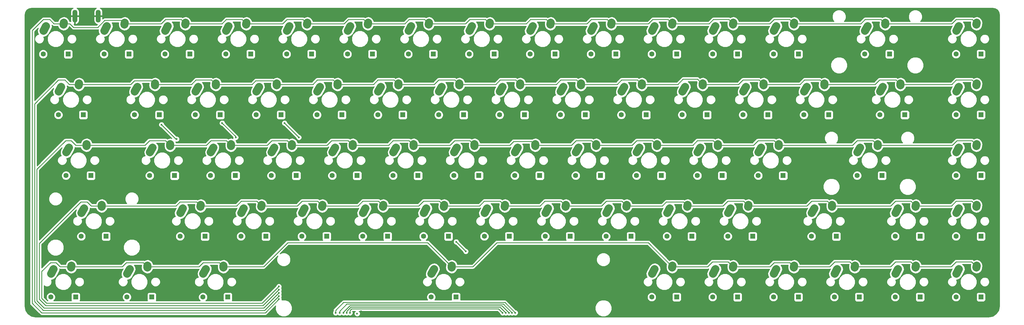
<source format=gtl>
G04 #@! TF.FileFunction,Copper,L1,Top,Signal*
%FSLAX46Y46*%
G04 Gerber Fmt 4.6, Leading zero omitted, Abs format (unit mm)*
G04 Created by KiCad (PCBNEW 4.0.7) date 01/28/18 20:53:29*
%MOMM*%
%LPD*%
G01*
G04 APERTURE LIST*
%ADD10C,0.100000*%
%ADD11C,2.500000*%
%ADD12R,1.600000X1.600000*%
%ADD13C,1.600000*%
%ADD14O,1.500000X4.000000*%
%ADD15C,0.600000*%
%ADD16C,0.250000*%
%ADD17C,0.254000*%
G04 APERTURE END LIST*
D10*
D11*
X104156703Y-38862546D02*
X103345797Y-40322454D01*
X109695974Y-37783172D02*
X109656526Y-38361828D01*
D12*
X92006250Y-47625000D03*
D13*
X84206250Y-47625000D03*
D12*
X96768750Y-66675000D03*
D13*
X88968750Y-66675000D03*
D12*
X99150000Y-85725000D03*
D13*
X91350000Y-85725000D03*
D12*
X103912500Y-104775000D03*
D13*
X96112500Y-104775000D03*
D12*
X94387500Y-123825000D03*
D13*
X86587500Y-123825000D03*
D12*
X111056250Y-47625000D03*
D13*
X103256250Y-47625000D03*
D12*
X120581250Y-66675000D03*
D13*
X112781250Y-66675000D03*
D12*
X125343750Y-85725000D03*
D13*
X117543750Y-85725000D03*
D12*
X134868750Y-104775000D03*
D13*
X127068750Y-104775000D03*
D12*
X118200000Y-123825000D03*
D13*
X110400000Y-123825000D03*
D12*
X142012500Y-123825000D03*
D13*
X134212500Y-123825000D03*
D12*
X130106250Y-47625000D03*
D13*
X122306250Y-47625000D03*
D12*
X139631250Y-66675000D03*
D13*
X131831250Y-66675000D03*
D12*
X144393750Y-85725000D03*
D13*
X136593750Y-85725000D03*
D12*
X153918750Y-104775000D03*
D13*
X146118750Y-104775000D03*
D12*
X149156250Y-47625000D03*
D13*
X141356250Y-47625000D03*
D12*
X158681250Y-66675000D03*
D13*
X150881250Y-66675000D03*
D12*
X163443750Y-85725000D03*
D13*
X155643750Y-85725000D03*
D12*
X172968750Y-104775000D03*
D13*
X165168750Y-104775000D03*
D12*
X168206250Y-47625000D03*
D13*
X160406250Y-47625000D03*
D12*
X177731250Y-66675000D03*
D13*
X169931250Y-66675000D03*
D12*
X182493750Y-85725000D03*
D13*
X174693750Y-85725000D03*
D12*
X192018750Y-104775000D03*
D13*
X184218750Y-104775000D03*
D12*
X187256250Y-47625000D03*
D13*
X179456250Y-47625000D03*
D12*
X196781250Y-66675000D03*
D13*
X188981250Y-66675000D03*
D12*
X201543750Y-85725000D03*
D13*
X193743750Y-85725000D03*
D12*
X211068750Y-104775000D03*
D13*
X203268750Y-104775000D03*
D12*
X206306250Y-47625000D03*
D13*
X198506250Y-47625000D03*
D12*
X215831250Y-66675000D03*
D13*
X208031250Y-66675000D03*
D12*
X220593750Y-85725000D03*
D13*
X212793750Y-85725000D03*
D12*
X230118750Y-104775000D03*
D13*
X222318750Y-104775000D03*
D12*
X213450000Y-123825000D03*
D13*
X205650000Y-123825000D03*
D12*
X225356250Y-47625000D03*
D13*
X217556250Y-47625000D03*
D12*
X234881250Y-66675000D03*
D13*
X227081250Y-66675000D03*
D12*
X239643750Y-85725000D03*
D13*
X231843750Y-85725000D03*
D12*
X249168750Y-104775000D03*
D13*
X241368750Y-104775000D03*
D12*
X244406250Y-47625000D03*
D13*
X236606250Y-47625000D03*
D12*
X253931250Y-66675000D03*
D13*
X246131250Y-66675000D03*
D12*
X258693750Y-85725000D03*
D13*
X250893750Y-85725000D03*
D12*
X268218750Y-104775000D03*
D13*
X260418750Y-104775000D03*
D12*
X263456250Y-47625000D03*
D13*
X255656250Y-47625000D03*
D12*
X272981250Y-66675000D03*
D13*
X265181250Y-66675000D03*
D12*
X277743750Y-85725000D03*
D13*
X269943750Y-85725000D03*
D12*
X287268750Y-104775000D03*
D13*
X279468750Y-104775000D03*
D12*
X282506250Y-47625000D03*
D13*
X274706250Y-47625000D03*
D12*
X292031250Y-66675000D03*
D13*
X284231250Y-66675000D03*
D12*
X296793750Y-85725000D03*
D13*
X288993750Y-85725000D03*
D12*
X306318750Y-104775000D03*
D13*
X298518750Y-104775000D03*
D12*
X282506250Y-123825000D03*
D13*
X274706250Y-123825000D03*
D12*
X301556250Y-47625000D03*
D13*
X293756250Y-47625000D03*
D12*
X311081250Y-66675000D03*
D13*
X303281250Y-66675000D03*
D12*
X315843750Y-85725000D03*
D13*
X308043750Y-85725000D03*
D12*
X301556250Y-123825000D03*
D13*
X293756250Y-123825000D03*
D12*
X320606250Y-47625000D03*
D13*
X312806250Y-47625000D03*
D12*
X330131250Y-66675000D03*
D13*
X322331250Y-66675000D03*
D12*
X346800000Y-85725000D03*
D13*
X339000000Y-85725000D03*
D12*
X358706250Y-104775000D03*
D13*
X350906250Y-104775000D03*
D12*
X320606250Y-123825000D03*
D13*
X312806250Y-123825000D03*
D12*
X349181250Y-47625000D03*
D13*
X341381250Y-47625000D03*
D12*
X353943750Y-66675000D03*
D13*
X346143750Y-66675000D03*
D12*
X377756250Y-85725000D03*
D13*
X369956250Y-85725000D03*
D12*
X377756250Y-104775000D03*
D13*
X369956250Y-104775000D03*
D12*
X358706250Y-123825000D03*
D13*
X350906250Y-123825000D03*
D12*
X377756250Y-47625000D03*
D13*
X369956250Y-47625000D03*
D12*
X377756250Y-66675000D03*
D13*
X369956250Y-66675000D03*
D12*
X377756250Y-123825000D03*
D13*
X369956250Y-123825000D03*
D14*
X94140000Y-35700000D03*
X101440000Y-35700000D03*
D11*
X85106703Y-38862546D02*
X84295797Y-40322454D01*
X90645974Y-37783172D02*
X90606526Y-38361828D01*
X89869203Y-57912546D02*
X89058297Y-59372454D01*
X95408474Y-56833172D02*
X95369026Y-57411828D01*
X92250453Y-76962546D02*
X91439547Y-78422454D01*
X97789724Y-75883172D02*
X97750276Y-76461828D01*
X97012953Y-96012546D02*
X96202047Y-97472454D01*
X102552224Y-94933172D02*
X102512776Y-95511828D01*
X87487953Y-115062546D02*
X86677047Y-116522454D01*
X93027224Y-113983172D02*
X92987776Y-114561828D01*
X113681703Y-57912546D02*
X112870797Y-59372454D01*
X119220974Y-56833172D02*
X119181526Y-57411828D01*
X118444203Y-76962546D02*
X117633297Y-78422454D01*
X123983474Y-75883172D02*
X123944026Y-76461828D01*
X127969203Y-96012546D02*
X127158297Y-97472454D01*
X133508474Y-94933172D02*
X133469026Y-95511828D01*
X111300453Y-115062546D02*
X110489547Y-116522454D01*
X116839724Y-113983172D02*
X116800276Y-114561828D01*
X135112953Y-115062546D02*
X134302047Y-116522454D01*
X140652224Y-113983172D02*
X140612776Y-114561828D01*
X123206703Y-38862546D02*
X122395797Y-40322454D01*
X128745974Y-37783172D02*
X128706526Y-38361828D01*
X132731703Y-57912546D02*
X131920797Y-59372454D01*
X138270974Y-56833172D02*
X138231526Y-57411828D01*
X137494203Y-76962546D02*
X136683297Y-78422454D01*
X143033474Y-75883172D02*
X142994026Y-76461828D01*
X147019203Y-96012546D02*
X146208297Y-97472454D01*
X152558474Y-94933172D02*
X152519026Y-95511828D01*
X142256703Y-38862546D02*
X141445797Y-40322454D01*
X147795974Y-37783172D02*
X147756526Y-38361828D01*
X151781703Y-57912546D02*
X150970797Y-59372454D01*
X157320974Y-56833172D02*
X157281526Y-57411828D01*
X156544203Y-76962546D02*
X155733297Y-78422454D01*
X162083474Y-75883172D02*
X162044026Y-76461828D01*
X166069203Y-96012546D02*
X165258297Y-97472454D01*
X171608474Y-94933172D02*
X171569026Y-95511828D01*
X161306703Y-38862546D02*
X160495797Y-40322454D01*
X166845974Y-37783172D02*
X166806526Y-38361828D01*
X170831703Y-57912546D02*
X170020797Y-59372454D01*
X176370974Y-56833172D02*
X176331526Y-57411828D01*
X175594203Y-76962546D02*
X174783297Y-78422454D01*
X181133474Y-75883172D02*
X181094026Y-76461828D01*
X185119203Y-96012546D02*
X184308297Y-97472454D01*
X190658474Y-94933172D02*
X190619026Y-95511828D01*
X180356703Y-38862546D02*
X179545797Y-40322454D01*
X185895974Y-37783172D02*
X185856526Y-38361828D01*
X189881703Y-57912546D02*
X189070797Y-59372454D01*
X195420974Y-56833172D02*
X195381526Y-57411828D01*
X194644203Y-76962546D02*
X193833297Y-78422454D01*
X200183474Y-75883172D02*
X200144026Y-76461828D01*
X204169203Y-96012546D02*
X203358297Y-97472454D01*
X209708474Y-94933172D02*
X209669026Y-95511828D01*
X199406703Y-38862546D02*
X198595797Y-40322454D01*
X204945974Y-37783172D02*
X204906526Y-38361828D01*
X208931703Y-57912546D02*
X208120797Y-59372454D01*
X214470974Y-56833172D02*
X214431526Y-57411828D01*
X213694203Y-76962546D02*
X212883297Y-78422454D01*
X219233474Y-75883172D02*
X219194026Y-76461828D01*
X223219203Y-96012546D02*
X222408297Y-97472454D01*
X228758474Y-94933172D02*
X228719026Y-95511828D01*
X206550453Y-115062546D02*
X205739547Y-116522454D01*
X212089724Y-113983172D02*
X212050276Y-114561828D01*
X218456703Y-38862546D02*
X217645797Y-40322454D01*
X223995974Y-37783172D02*
X223956526Y-38361828D01*
X227981703Y-57912546D02*
X227170797Y-59372454D01*
X233520974Y-56833172D02*
X233481526Y-57411828D01*
X232744203Y-76962546D02*
X231933297Y-78422454D01*
X238283474Y-75883172D02*
X238244026Y-76461828D01*
X242269203Y-96012546D02*
X241458297Y-97472454D01*
X247808474Y-94933172D02*
X247769026Y-95511828D01*
X237506703Y-38862546D02*
X236695797Y-40322454D01*
X243045974Y-37783172D02*
X243006526Y-38361828D01*
X247031703Y-57912546D02*
X246220797Y-59372454D01*
X252570974Y-56833172D02*
X252531526Y-57411828D01*
X251794203Y-76962546D02*
X250983297Y-78422454D01*
X257333474Y-75883172D02*
X257294026Y-76461828D01*
X261319203Y-96012546D02*
X260508297Y-97472454D01*
X266858474Y-94933172D02*
X266819026Y-95511828D01*
X256556703Y-38862546D02*
X255745797Y-40322454D01*
X262095974Y-37783172D02*
X262056526Y-38361828D01*
X266081703Y-57912546D02*
X265270797Y-59372454D01*
X271620974Y-56833172D02*
X271581526Y-57411828D01*
X270844203Y-76962546D02*
X270033297Y-78422454D01*
X276383474Y-75883172D02*
X276344026Y-76461828D01*
X280369203Y-96012546D02*
X279558297Y-97472454D01*
X285908474Y-94933172D02*
X285869026Y-95511828D01*
X275606703Y-38862546D02*
X274795797Y-40322454D01*
X281145974Y-37783172D02*
X281106526Y-38361828D01*
X285131703Y-57912546D02*
X284320797Y-59372454D01*
X290670974Y-56833172D02*
X290631526Y-57411828D01*
X289894203Y-76962546D02*
X289083297Y-78422454D01*
X295433474Y-75883172D02*
X295394026Y-76461828D01*
X299419203Y-96012546D02*
X298608297Y-97472454D01*
X304958474Y-94933172D02*
X304919026Y-95511828D01*
X275606703Y-115062546D02*
X274795797Y-116522454D01*
X281145974Y-113983172D02*
X281106526Y-114561828D01*
X294656703Y-38862546D02*
X293845797Y-40322454D01*
X300195974Y-37783172D02*
X300156526Y-38361828D01*
X304181703Y-57912546D02*
X303370797Y-59372454D01*
X309720974Y-56833172D02*
X309681526Y-57411828D01*
X308944203Y-76962546D02*
X308133297Y-78422454D01*
X314483474Y-75883172D02*
X314444026Y-76461828D01*
X294656703Y-115062546D02*
X293845797Y-116522454D01*
X300195974Y-113983172D02*
X300156526Y-114561828D01*
X313706703Y-38862546D02*
X312895797Y-40322454D01*
X319245974Y-37783172D02*
X319206526Y-38361828D01*
X323231703Y-57912546D02*
X322420797Y-59372454D01*
X328770974Y-56833172D02*
X328731526Y-57411828D01*
X339900453Y-76962546D02*
X339089547Y-78422454D01*
X345439724Y-75883172D02*
X345400276Y-76461828D01*
X351806703Y-96012546D02*
X350995797Y-97472454D01*
X357345974Y-94933172D02*
X357306526Y-95511828D01*
X313706703Y-115062546D02*
X312895797Y-116522454D01*
X319245974Y-113983172D02*
X319206526Y-114561828D01*
X342281703Y-38862546D02*
X341470797Y-40322454D01*
X347820974Y-37783172D02*
X347781526Y-38361828D01*
X347044203Y-57912546D02*
X346233297Y-59372454D01*
X352583474Y-56833172D02*
X352544026Y-57411828D01*
X370856703Y-76962546D02*
X370045797Y-78422454D01*
X376395974Y-75883172D02*
X376356526Y-76461828D01*
X370856703Y-96012546D02*
X370045797Y-97472454D01*
X376395974Y-94933172D02*
X376356526Y-95511828D01*
X351806703Y-115062546D02*
X350995797Y-116522454D01*
X357345974Y-113983172D02*
X357306526Y-114561828D01*
X370856703Y-38862546D02*
X370045797Y-40322454D01*
X376395974Y-37783172D02*
X376356526Y-38361828D01*
X370856703Y-57912546D02*
X370045797Y-59372454D01*
X376395974Y-56833172D02*
X376356526Y-57411828D01*
X370856703Y-115062546D02*
X370045797Y-116522454D01*
X376395974Y-113983172D02*
X376356526Y-114561828D01*
D12*
X339656250Y-123825000D03*
D13*
X331856250Y-123825000D03*
D11*
X332756703Y-115062546D02*
X331945797Y-116522454D01*
X338295974Y-113983172D02*
X338256526Y-114561828D01*
D12*
X332512500Y-104775000D03*
D13*
X324712500Y-104775000D03*
D11*
X325612953Y-96012546D02*
X324802047Y-97472454D01*
X331152224Y-94933172D02*
X331112776Y-95511828D01*
D15*
X182500000Y-129000000D03*
X180750000Y-105250000D03*
X168500000Y-108750000D03*
X187500000Y-109250000D03*
X90750000Y-34500000D03*
X106250000Y-34500000D03*
X166750000Y-112750000D03*
X167750000Y-126500000D03*
X164750000Y-113750000D03*
X166250000Y-122000000D03*
X183750000Y-128250000D03*
X243000000Y-112500000D03*
X194000000Y-117500000D03*
X193000000Y-123000000D03*
X193000000Y-113000000D03*
X126000000Y-74250000D03*
X121250000Y-69750000D03*
X144500000Y-73750000D03*
X140250000Y-69250000D03*
X164250000Y-73750000D03*
X159750000Y-69250000D03*
X216500000Y-109500000D03*
X213500000Y-106500000D03*
X228000000Y-128750000D03*
X180250000Y-128750000D03*
X229000000Y-128750000D03*
X179250000Y-128750000D03*
X230000000Y-128750000D03*
X178250000Y-128750000D03*
X231000000Y-128750000D03*
X177000000Y-128750000D03*
X232000000Y-128750000D03*
X175750000Y-128750000D03*
X158000000Y-124500000D03*
X158000000Y-123500000D03*
X158000000Y-122500000D03*
X158000000Y-121500000D03*
X158000000Y-120500000D03*
D16*
X125750000Y-74250000D02*
X126000000Y-74250000D01*
X121250000Y-69750000D02*
X125750000Y-74250000D01*
X144500000Y-73500000D02*
X144500000Y-73750000D01*
X140250000Y-69250000D02*
X144500000Y-73500000D01*
X159750000Y-69250000D02*
X164250000Y-73750000D01*
X213500000Y-106500000D02*
X216500000Y-109500000D01*
X218750000Y-127500000D02*
X226750000Y-127500000D01*
X180250000Y-128750000D02*
X180250000Y-128000000D01*
X180750000Y-127500000D02*
X187000000Y-127500000D01*
X180250000Y-128000000D02*
X180750000Y-127500000D01*
X218750000Y-127500000D02*
X187000000Y-127500000D01*
X226750000Y-127500000D02*
X228000000Y-128750000D01*
X218000000Y-127000000D02*
X227250000Y-127000000D01*
X179250000Y-128750000D02*
X179250000Y-128250000D01*
X180500000Y-127000000D02*
X187000000Y-127000000D01*
X179250000Y-128250000D02*
X180500000Y-127000000D01*
X218000000Y-127000000D02*
X187000000Y-127000000D01*
X227250000Y-127000000D02*
X229000000Y-128750000D01*
X217500000Y-126500000D02*
X227750000Y-126500000D01*
X178250000Y-128750000D02*
X178250000Y-128500000D01*
X180250000Y-126500000D02*
X187000000Y-126500000D01*
X178250000Y-128500000D02*
X180250000Y-126500000D01*
X217500000Y-126500000D02*
X187000000Y-126500000D01*
X227750000Y-126500000D02*
X230000000Y-128750000D01*
X217250000Y-126000000D02*
X228250000Y-126000000D01*
X177000000Y-128750000D02*
X177000000Y-128250000D01*
X179250000Y-126000000D02*
X185750000Y-126000000D01*
X177000000Y-128250000D02*
X179250000Y-126000000D01*
X217250000Y-126000000D02*
X185750000Y-126000000D01*
X228250000Y-126000000D02*
X231000000Y-128750000D01*
X217000000Y-125500000D02*
X228750000Y-125500000D01*
X175750000Y-128750000D02*
X175750000Y-128000000D01*
X178250000Y-125500000D02*
X185250000Y-125500000D01*
X175750000Y-128000000D02*
X178250000Y-125500000D01*
X217000000Y-125500000D02*
X185250000Y-125500000D01*
X228750000Y-125500000D02*
X232000000Y-128750000D01*
X152250000Y-128750000D02*
X153750000Y-128750000D01*
X90626250Y-38072500D02*
X87572500Y-38072500D01*
X83750000Y-128750000D02*
X95750000Y-128750000D01*
X80750000Y-125750000D02*
X83750000Y-128750000D01*
X80750000Y-40250000D02*
X80750000Y-125750000D01*
X84250000Y-36750000D02*
X80750000Y-40250000D01*
X86250000Y-36750000D02*
X84250000Y-36750000D01*
X87572500Y-38072500D02*
X86250000Y-36750000D01*
X152250000Y-128750000D02*
X95750000Y-128750000D01*
X153750000Y-128750000D02*
X158000000Y-124500000D01*
X347801250Y-38072500D02*
X368677500Y-38072500D01*
X375053750Y-36750000D02*
X376376250Y-38072500D01*
X370000000Y-36750000D02*
X375053750Y-36750000D01*
X368677500Y-38072500D02*
X370000000Y-36750000D01*
X319226250Y-38072500D02*
X340177500Y-38072500D01*
X346478750Y-36750000D02*
X347801250Y-38072500D01*
X341500000Y-36750000D02*
X346478750Y-36750000D01*
X340177500Y-38072500D02*
X341500000Y-36750000D01*
X300176250Y-38072500D02*
X311677500Y-38072500D01*
X317903750Y-36750000D02*
X319226250Y-38072500D01*
X313000000Y-36750000D02*
X317903750Y-36750000D01*
X311677500Y-38072500D02*
X313000000Y-36750000D01*
X281126250Y-38072500D02*
X292677500Y-38072500D01*
X298853750Y-36750000D02*
X300176250Y-38072500D01*
X294000000Y-36750000D02*
X298853750Y-36750000D01*
X292677500Y-38072500D02*
X294000000Y-36750000D01*
X262076250Y-38072500D02*
X273677500Y-38072500D01*
X279803750Y-36750000D02*
X281126250Y-38072500D01*
X275000000Y-36750000D02*
X279803750Y-36750000D01*
X273677500Y-38072500D02*
X275000000Y-36750000D01*
X243026250Y-38072500D02*
X254427500Y-38072500D01*
X260753750Y-36750000D02*
X262076250Y-38072500D01*
X255750000Y-36750000D02*
X260753750Y-36750000D01*
X254427500Y-38072500D02*
X255750000Y-36750000D01*
X223976250Y-38072500D02*
X235427500Y-38072500D01*
X241703750Y-36750000D02*
X243026250Y-38072500D01*
X236750000Y-36750000D02*
X241703750Y-36750000D01*
X235427500Y-38072500D02*
X236750000Y-36750000D01*
X204926250Y-38072500D02*
X216427500Y-38072500D01*
X222653750Y-36750000D02*
X223976250Y-38072500D01*
X217750000Y-36750000D02*
X222653750Y-36750000D01*
X216427500Y-38072500D02*
X217750000Y-36750000D01*
X185876250Y-38072500D02*
X197427500Y-38072500D01*
X203603750Y-36750000D02*
X204926250Y-38072500D01*
X198750000Y-36750000D02*
X203603750Y-36750000D01*
X197427500Y-38072500D02*
X198750000Y-36750000D01*
X166826250Y-38072500D02*
X178427500Y-38072500D01*
X184553750Y-36750000D02*
X185876250Y-38072500D01*
X179750000Y-36750000D02*
X184553750Y-36750000D01*
X178427500Y-38072500D02*
X179750000Y-36750000D01*
X147776250Y-38072500D02*
X159177500Y-38072500D01*
X165503750Y-36750000D02*
X166826250Y-38072500D01*
X160500000Y-36750000D02*
X165503750Y-36750000D01*
X159177500Y-38072500D02*
X160500000Y-36750000D01*
X128726250Y-38072500D02*
X140177500Y-38072500D01*
X146453750Y-36750000D02*
X147776250Y-38072500D01*
X141500000Y-36750000D02*
X146453750Y-36750000D01*
X140177500Y-38072500D02*
X141500000Y-36750000D01*
X109676250Y-38072500D02*
X121177500Y-38072500D01*
X127403750Y-36750000D02*
X128726250Y-38072500D01*
X122500000Y-36750000D02*
X127403750Y-36750000D01*
X121177500Y-38072500D02*
X122500000Y-36750000D01*
X90626250Y-38072500D02*
X92572500Y-38072500D01*
X108603750Y-37000000D02*
X109676250Y-38072500D01*
X103500000Y-37000000D02*
X108603750Y-37000000D01*
X101250000Y-39250000D02*
X103500000Y-37000000D01*
X93750000Y-39250000D02*
X101250000Y-39250000D01*
X92572500Y-38072500D02*
X93750000Y-39250000D01*
X153000000Y-128000000D02*
X153500000Y-128000000D01*
X153500000Y-128000000D02*
X158000000Y-123500000D01*
X153000000Y-128000000D02*
X95750000Y-128000000D01*
X92372500Y-57122500D02*
X91000000Y-55750000D01*
X91000000Y-55750000D02*
X89000000Y-55750000D01*
X89000000Y-55750000D02*
X81500000Y-63250000D01*
X81500000Y-63250000D02*
X81500000Y-125250000D01*
X81500000Y-125250000D02*
X84250000Y-128000000D01*
X84250000Y-128000000D02*
X95750000Y-128000000D01*
X95388750Y-57122500D02*
X92372500Y-57122500D01*
X352563750Y-57122500D02*
X368627500Y-57122500D01*
X375003750Y-55750000D02*
X376376250Y-57122500D01*
X370000000Y-55750000D02*
X375003750Y-55750000D01*
X368627500Y-57122500D02*
X370000000Y-55750000D01*
X328751250Y-57122500D02*
X344627500Y-57122500D01*
X351191250Y-55750000D02*
X352563750Y-57122500D01*
X346000000Y-55750000D02*
X351191250Y-55750000D01*
X344627500Y-57122500D02*
X346000000Y-55750000D01*
X309701250Y-57122500D02*
X321127500Y-57122500D01*
X327378750Y-55750000D02*
X328751250Y-57122500D01*
X322500000Y-55750000D02*
X327378750Y-55750000D01*
X321127500Y-57122500D02*
X322500000Y-55750000D01*
X290651250Y-57122500D02*
X301877500Y-57122500D01*
X308328750Y-55750000D02*
X309701250Y-57122500D01*
X303250000Y-55750000D02*
X308328750Y-55750000D01*
X301877500Y-57122500D02*
X303250000Y-55750000D01*
X271601250Y-57122500D02*
X282877500Y-57122500D01*
X289028750Y-55500000D02*
X290651250Y-57122500D01*
X284500000Y-55500000D02*
X289028750Y-55500000D01*
X282877500Y-57122500D02*
X284500000Y-55500000D01*
X252551250Y-57122500D02*
X263877500Y-57122500D01*
X270228750Y-55750000D02*
X271601250Y-57122500D01*
X265250000Y-55750000D02*
X270228750Y-55750000D01*
X263877500Y-57122500D02*
X265250000Y-55750000D01*
X214451250Y-57122500D02*
X225877500Y-57122500D01*
X232128750Y-55750000D02*
X233501250Y-57122500D01*
X227250000Y-55750000D02*
X232128750Y-55750000D01*
X225877500Y-57122500D02*
X227250000Y-55750000D01*
X251178750Y-55750000D02*
X252551250Y-57122500D01*
X233501250Y-57122500D02*
X244877500Y-57122500D01*
X244877500Y-57122500D02*
X246250000Y-55750000D01*
X246250000Y-55750000D02*
X251178750Y-55750000D01*
X195401250Y-57122500D02*
X206627500Y-57122500D01*
X213078750Y-55750000D02*
X214451250Y-57122500D01*
X208000000Y-55750000D02*
X213078750Y-55750000D01*
X206627500Y-57122500D02*
X208000000Y-55750000D01*
X176351250Y-57122500D02*
X187627500Y-57122500D01*
X194028750Y-55750000D02*
X195401250Y-57122500D01*
X189000000Y-55750000D02*
X194028750Y-55750000D01*
X187627500Y-57122500D02*
X189000000Y-55750000D01*
X157301250Y-57122500D02*
X168627500Y-57122500D01*
X174978750Y-55750000D02*
X176351250Y-57122500D01*
X170000000Y-55750000D02*
X174978750Y-55750000D01*
X168627500Y-57122500D02*
X170000000Y-55750000D01*
X138251250Y-57122500D02*
X149627500Y-57122500D01*
X156178750Y-56000000D02*
X157301250Y-57122500D01*
X150750000Y-56000000D02*
X156178750Y-56000000D01*
X149627500Y-57122500D02*
X150750000Y-56000000D01*
X119201250Y-57122500D02*
X130627500Y-57122500D01*
X136878750Y-55750000D02*
X138251250Y-57122500D01*
X132000000Y-55750000D02*
X136878750Y-55750000D01*
X130627500Y-57122500D02*
X132000000Y-55750000D01*
X95388750Y-57122500D02*
X111627500Y-57122500D01*
X118078750Y-56000000D02*
X119201250Y-57122500D01*
X112750000Y-56000000D02*
X118078750Y-56000000D01*
X111627500Y-57122500D02*
X112750000Y-56000000D01*
X94422500Y-76172500D02*
X97770000Y-76172500D01*
X84500000Y-127250000D02*
X94250000Y-127250000D01*
X82250000Y-125000000D02*
X84500000Y-127250000D01*
X82250000Y-83750000D02*
X82250000Y-125000000D01*
X91250000Y-74750000D02*
X82250000Y-83750000D01*
X93000000Y-74750000D02*
X91250000Y-74750000D01*
X94422500Y-76172500D02*
X93000000Y-74750000D01*
X151250000Y-127250000D02*
X94250000Y-127250000D01*
X153250000Y-127250000D02*
X151250000Y-127250000D01*
X158000000Y-122500000D02*
X153250000Y-127250000D01*
X345420000Y-76172500D02*
X368827500Y-76172500D01*
X374953750Y-74750000D02*
X376376250Y-76172500D01*
X370250000Y-74750000D02*
X374953750Y-74750000D01*
X368827500Y-76172500D02*
X370250000Y-74750000D01*
X314463750Y-76172500D02*
X337577500Y-76172500D01*
X343997500Y-74750000D02*
X345420000Y-76172500D01*
X339000000Y-74750000D02*
X343997500Y-74750000D01*
X337577500Y-76172500D02*
X339000000Y-74750000D01*
X295413750Y-76172500D02*
X306577500Y-76172500D01*
X313041250Y-74750000D02*
X314463750Y-76172500D01*
X308000000Y-74750000D02*
X313041250Y-74750000D01*
X306577500Y-76172500D02*
X308000000Y-74750000D01*
X276363750Y-76172500D02*
X287577500Y-76172500D01*
X293991250Y-74750000D02*
X295413750Y-76172500D01*
X289000000Y-74750000D02*
X293991250Y-74750000D01*
X287577500Y-76172500D02*
X289000000Y-74750000D01*
X257313750Y-76172500D02*
X268577500Y-76172500D01*
X274941250Y-74750000D02*
X276363750Y-76172500D01*
X270000000Y-74750000D02*
X274941250Y-74750000D01*
X268577500Y-76172500D02*
X270000000Y-74750000D01*
X238263750Y-76172500D02*
X249577500Y-76172500D01*
X255891250Y-74750000D02*
X257313750Y-76172500D01*
X251000000Y-74750000D02*
X255891250Y-74750000D01*
X249577500Y-76172500D02*
X251000000Y-74750000D01*
X219213750Y-76172500D02*
X230327500Y-76172500D01*
X237091250Y-75000000D02*
X238263750Y-76172500D01*
X231500000Y-75000000D02*
X237091250Y-75000000D01*
X230327500Y-76172500D02*
X231500000Y-75000000D01*
X200163750Y-76172500D02*
X211577500Y-76172500D01*
X217791250Y-74750000D02*
X219213750Y-76172500D01*
X213000000Y-74750000D02*
X217791250Y-74750000D01*
X211577500Y-76172500D02*
X213000000Y-74750000D01*
X181113750Y-76172500D02*
X192327500Y-76172500D01*
X198741250Y-74750000D02*
X200163750Y-76172500D01*
X193750000Y-74750000D02*
X198741250Y-74750000D01*
X192327500Y-76172500D02*
X193750000Y-74750000D01*
X162063750Y-76172500D02*
X173077500Y-76172500D01*
X179691250Y-74750000D02*
X181113750Y-76172500D01*
X174500000Y-74750000D02*
X179691250Y-74750000D01*
X173077500Y-76172500D02*
X174500000Y-74750000D01*
X143013750Y-76172500D02*
X154327500Y-76172500D01*
X160641250Y-74750000D02*
X162063750Y-76172500D01*
X155750000Y-74750000D02*
X160641250Y-74750000D01*
X154327500Y-76172500D02*
X155750000Y-74750000D01*
X123963750Y-76172500D02*
X135327500Y-76172500D01*
X141591250Y-74750000D02*
X143013750Y-76172500D01*
X136750000Y-74750000D02*
X141591250Y-74750000D01*
X135327500Y-76172500D02*
X136750000Y-74750000D01*
X97770000Y-76172500D02*
X116077500Y-76172500D01*
X122541250Y-74750000D02*
X123963750Y-76172500D01*
X117500000Y-74750000D02*
X122541250Y-74750000D01*
X116077500Y-76172500D02*
X117500000Y-74750000D01*
X85000000Y-126500000D02*
X93750000Y-126500000D01*
X83000000Y-124500000D02*
X85000000Y-126500000D01*
X83000000Y-107000000D02*
X83000000Y-124500000D01*
X96000000Y-94000000D02*
X83000000Y-107000000D01*
X98000000Y-94000000D02*
X96000000Y-94000000D01*
X99222500Y-95222500D02*
X98000000Y-94000000D01*
X99222500Y-95222500D02*
X102532500Y-95222500D01*
X150500000Y-126500000D02*
X93750000Y-126500000D01*
X153000000Y-126500000D02*
X150500000Y-126500000D01*
X158000000Y-121500000D02*
X153000000Y-126500000D01*
X357326250Y-95222500D02*
X368527500Y-95222500D01*
X374903750Y-93750000D02*
X376376250Y-95222500D01*
X370000000Y-93750000D02*
X374903750Y-93750000D01*
X368527500Y-95222500D02*
X370000000Y-93750000D01*
X331132500Y-95222500D02*
X349527500Y-95222500D01*
X355853750Y-93750000D02*
X357326250Y-95222500D01*
X351000000Y-93750000D02*
X355853750Y-93750000D01*
X349527500Y-95222500D02*
X351000000Y-93750000D01*
X304938750Y-95222500D02*
X323277500Y-95222500D01*
X329660000Y-93750000D02*
X331132500Y-95222500D01*
X324750000Y-93750000D02*
X329660000Y-93750000D01*
X323277500Y-95222500D02*
X324750000Y-93750000D01*
X285888750Y-95222500D02*
X297027500Y-95222500D01*
X303466250Y-93750000D02*
X304938750Y-95222500D01*
X298500000Y-93750000D02*
X303466250Y-93750000D01*
X297027500Y-95222500D02*
X298500000Y-93750000D01*
X266838750Y-95222500D02*
X278027500Y-95222500D01*
X284666250Y-94000000D02*
X285888750Y-95222500D01*
X279250000Y-94000000D02*
X284666250Y-94000000D01*
X278027500Y-95222500D02*
X279250000Y-94000000D01*
X247788750Y-95222500D02*
X259027500Y-95222500D01*
X265366250Y-93750000D02*
X266838750Y-95222500D01*
X260500000Y-93750000D02*
X265366250Y-93750000D01*
X259027500Y-95222500D02*
X260500000Y-93750000D01*
X228738750Y-95222500D02*
X239777500Y-95222500D01*
X246316250Y-93750000D02*
X247788750Y-95222500D01*
X241250000Y-93750000D02*
X246316250Y-93750000D01*
X239777500Y-95222500D02*
X241250000Y-93750000D01*
X209688750Y-95222500D02*
X220777500Y-95222500D01*
X227266250Y-93750000D02*
X228738750Y-95222500D01*
X222250000Y-93750000D02*
X227266250Y-93750000D01*
X220777500Y-95222500D02*
X222250000Y-93750000D01*
X190638750Y-95222500D02*
X201777500Y-95222500D01*
X208216250Y-93750000D02*
X209688750Y-95222500D01*
X203250000Y-93750000D02*
X208216250Y-93750000D01*
X201777500Y-95222500D02*
X203250000Y-93750000D01*
X171588750Y-95222500D02*
X182777500Y-95222500D01*
X189166250Y-93750000D02*
X190638750Y-95222500D01*
X184250000Y-93750000D02*
X189166250Y-93750000D01*
X182777500Y-95222500D02*
X184250000Y-93750000D01*
X152538750Y-95222500D02*
X163777500Y-95222500D01*
X170116250Y-93750000D02*
X171588750Y-95222500D01*
X165250000Y-93750000D02*
X170116250Y-93750000D01*
X163777500Y-95222500D02*
X165250000Y-93750000D01*
X133488750Y-95222500D02*
X144777500Y-95222500D01*
X151066250Y-93750000D02*
X152538750Y-95222500D01*
X146250000Y-93750000D02*
X151066250Y-93750000D01*
X144777500Y-95222500D02*
X146250000Y-93750000D01*
X102532500Y-95222500D02*
X125777500Y-95222500D01*
X132266250Y-94000000D02*
X133488750Y-95222500D01*
X127000000Y-94000000D02*
X132266250Y-94000000D01*
X125777500Y-95222500D02*
X127000000Y-94000000D01*
X152750000Y-125750000D02*
X149750000Y-125750000D01*
X158000000Y-120500000D02*
X152750000Y-125750000D01*
X89522500Y-114272500D02*
X93007500Y-114272500D01*
X85250000Y-125750000D02*
X92750000Y-125750000D01*
X83750000Y-124250000D02*
X85250000Y-125750000D01*
X83750000Y-115750000D02*
X83750000Y-124250000D01*
X86500000Y-113000000D02*
X83750000Y-115750000D01*
X88250000Y-113000000D02*
X86500000Y-113000000D01*
X89522500Y-114272500D02*
X88250000Y-113000000D01*
X149750000Y-125750000D02*
X92750000Y-125750000D01*
X212070000Y-114272500D02*
X218727500Y-114272500D01*
X218727500Y-114272500D02*
X226250000Y-106750000D01*
X226250000Y-106750000D02*
X273603750Y-106750000D01*
X273603750Y-106750000D02*
X281126250Y-114272500D01*
X357326250Y-114272500D02*
X368477500Y-114272500D01*
X374853750Y-112750000D02*
X376376250Y-114272500D01*
X370000000Y-112750000D02*
X374853750Y-112750000D01*
X368477500Y-114272500D02*
X370000000Y-112750000D01*
X338276250Y-114272500D02*
X349477500Y-114272500D01*
X355803750Y-112750000D02*
X357326250Y-114272500D01*
X351000000Y-112750000D02*
X355803750Y-112750000D01*
X349477500Y-114272500D02*
X351000000Y-112750000D01*
X319226250Y-114272500D02*
X330477500Y-114272500D01*
X336753750Y-112750000D02*
X338276250Y-114272500D01*
X332000000Y-112750000D02*
X336753750Y-112750000D01*
X330477500Y-114272500D02*
X332000000Y-112750000D01*
X300176250Y-114272500D02*
X311727500Y-114272500D01*
X317953750Y-113000000D02*
X319226250Y-114272500D01*
X313000000Y-113000000D02*
X317953750Y-113000000D01*
X311727500Y-114272500D02*
X313000000Y-113000000D01*
X281126250Y-114272500D02*
X292227500Y-114272500D01*
X298653750Y-112750000D02*
X300176250Y-114272500D01*
X293750000Y-112750000D02*
X298653750Y-112750000D01*
X292227500Y-114272500D02*
X293750000Y-112750000D01*
X140632500Y-114272500D02*
X153227500Y-114272500D01*
X153227500Y-114272500D02*
X160750000Y-106750000D01*
X160750000Y-106750000D02*
X204547500Y-106750000D01*
X204547500Y-106750000D02*
X212070000Y-114272500D01*
X116820000Y-114272500D02*
X132977500Y-114272500D01*
X139360000Y-113000000D02*
X140632500Y-114272500D01*
X134250000Y-113000000D02*
X139360000Y-113000000D01*
X132977500Y-114272500D02*
X134250000Y-113000000D01*
X93007500Y-114272500D02*
X108977500Y-114272500D01*
X115547500Y-113000000D02*
X116820000Y-114272500D01*
X110250000Y-113000000D02*
X115547500Y-113000000D01*
X108977500Y-114272500D02*
X110250000Y-113000000D01*
D17*
G36*
X93250460Y-33380855D02*
X92909028Y-33802651D01*
X92755000Y-34323000D01*
X92755000Y-35573000D01*
X94013000Y-35573000D01*
X94013000Y-35553000D01*
X94267000Y-35553000D01*
X94267000Y-35573000D01*
X95525000Y-35573000D01*
X95525000Y-34323000D01*
X95370972Y-33802651D01*
X95029540Y-33380855D01*
X94715006Y-33210000D01*
X100864994Y-33210000D01*
X100550460Y-33380855D01*
X100209028Y-33802651D01*
X100055000Y-34323000D01*
X100055000Y-35573000D01*
X101313000Y-35573000D01*
X101313000Y-35553000D01*
X101567000Y-35553000D01*
X101567000Y-35573000D01*
X102825000Y-35573000D01*
X102825000Y-34323000D01*
X102670972Y-33802651D01*
X102329540Y-33380855D01*
X102015006Y-33210000D01*
X381430069Y-33210000D01*
X382275351Y-33378137D01*
X382932661Y-33817336D01*
X383371863Y-34474648D01*
X383540000Y-35319931D01*
X383540000Y-126680069D01*
X383276712Y-128003705D01*
X382566546Y-129066546D01*
X381503707Y-129776712D01*
X380180069Y-130040000D01*
X81819931Y-130040000D01*
X80496295Y-129776712D01*
X79433454Y-129066546D01*
X78723288Y-128003707D01*
X78460000Y-126680069D01*
X78460000Y-40250000D01*
X79990000Y-40250000D01*
X79990000Y-125750000D01*
X80047852Y-126040839D01*
X80212599Y-126287401D01*
X83212599Y-129287401D01*
X83459161Y-129452148D01*
X83750000Y-129510000D01*
X153750000Y-129510000D01*
X154040839Y-129452148D01*
X154287401Y-129287401D01*
X156955306Y-126619496D01*
X156883558Y-126792285D01*
X156882645Y-127838126D01*
X157282028Y-128804707D01*
X158020904Y-129544873D01*
X158986785Y-129945942D01*
X160032626Y-129946855D01*
X160999207Y-129547472D01*
X161612581Y-128935167D01*
X174814838Y-128935167D01*
X174956883Y-129278943D01*
X175219673Y-129542192D01*
X175563201Y-129684838D01*
X175935167Y-129685162D01*
X176278943Y-129543117D01*
X176374937Y-129447290D01*
X176469673Y-129542192D01*
X176813201Y-129684838D01*
X177185167Y-129685162D01*
X177528943Y-129543117D01*
X177624937Y-129447290D01*
X177719673Y-129542192D01*
X178063201Y-129684838D01*
X178435167Y-129685162D01*
X178750351Y-129554931D01*
X179063201Y-129684838D01*
X179435167Y-129685162D01*
X179750351Y-129554931D01*
X180063201Y-129684838D01*
X180435167Y-129685162D01*
X180778943Y-129543117D01*
X181042192Y-129280327D01*
X181184838Y-128936799D01*
X181185162Y-128564833D01*
X181060843Y-128263959D01*
X181064802Y-128260000D01*
X181917847Y-128260000D01*
X181707808Y-128469673D01*
X181565162Y-128813201D01*
X181564838Y-129185167D01*
X181706883Y-129528943D01*
X181969673Y-129792192D01*
X182313201Y-129934838D01*
X182685167Y-129935162D01*
X183028943Y-129793117D01*
X183292192Y-129530327D01*
X183434838Y-129186799D01*
X183435162Y-128814833D01*
X183293117Y-128471057D01*
X183082428Y-128260000D01*
X226435198Y-128260000D01*
X227064878Y-128889680D01*
X227064838Y-128935167D01*
X227206883Y-129278943D01*
X227469673Y-129542192D01*
X227813201Y-129684838D01*
X228185167Y-129685162D01*
X228500351Y-129554931D01*
X228813201Y-129684838D01*
X229185167Y-129685162D01*
X229500351Y-129554931D01*
X229813201Y-129684838D01*
X230185167Y-129685162D01*
X230500351Y-129554931D01*
X230813201Y-129684838D01*
X231185167Y-129685162D01*
X231500351Y-129554931D01*
X231813201Y-129684838D01*
X232185167Y-129685162D01*
X232528943Y-129543117D01*
X232792192Y-129280327D01*
X232934838Y-128936799D01*
X232935162Y-128564833D01*
X232793117Y-128221057D01*
X232530327Y-127957808D01*
X232242103Y-127838126D01*
X256958645Y-127838126D01*
X257358028Y-128804707D01*
X258096904Y-129544873D01*
X259062785Y-129945942D01*
X260108626Y-129946855D01*
X261075207Y-129547472D01*
X261815373Y-128808596D01*
X262216442Y-127842715D01*
X262217355Y-126796874D01*
X261817972Y-125830293D01*
X261079096Y-125090127D01*
X260113215Y-124689058D01*
X259067374Y-124688145D01*
X258100793Y-125087528D01*
X257360627Y-125826404D01*
X256959558Y-126792285D01*
X256958645Y-127838126D01*
X232242103Y-127838126D01*
X232186799Y-127815162D01*
X232139923Y-127815121D01*
X229287401Y-124962599D01*
X229040839Y-124797852D01*
X228750000Y-124740000D01*
X214874152Y-124740000D01*
X214897440Y-124625000D01*
X214897440Y-124109187D01*
X273271002Y-124109187D01*
X273489007Y-124636800D01*
X273892327Y-125040824D01*
X274419559Y-125259750D01*
X274990437Y-125260248D01*
X275518050Y-125042243D01*
X275922074Y-124638923D01*
X276141000Y-124111691D01*
X276141498Y-123540813D01*
X275928369Y-123025000D01*
X281058810Y-123025000D01*
X281058810Y-124625000D01*
X281103088Y-124860317D01*
X281242160Y-125076441D01*
X281454360Y-125221431D01*
X281706250Y-125272440D01*
X283306250Y-125272440D01*
X283541567Y-125228162D01*
X283757691Y-125089090D01*
X283902681Y-124876890D01*
X283953690Y-124625000D01*
X283953690Y-124109187D01*
X292321002Y-124109187D01*
X292539007Y-124636800D01*
X292942327Y-125040824D01*
X293469559Y-125259750D01*
X294040437Y-125260248D01*
X294568050Y-125042243D01*
X294972074Y-124638923D01*
X295191000Y-124111691D01*
X295191498Y-123540813D01*
X294978369Y-123025000D01*
X300108810Y-123025000D01*
X300108810Y-124625000D01*
X300153088Y-124860317D01*
X300292160Y-125076441D01*
X300504360Y-125221431D01*
X300756250Y-125272440D01*
X302356250Y-125272440D01*
X302591567Y-125228162D01*
X302807691Y-125089090D01*
X302952681Y-124876890D01*
X303003690Y-124625000D01*
X303003690Y-124109187D01*
X311371002Y-124109187D01*
X311589007Y-124636800D01*
X311992327Y-125040824D01*
X312519559Y-125259750D01*
X313090437Y-125260248D01*
X313618050Y-125042243D01*
X314022074Y-124638923D01*
X314241000Y-124111691D01*
X314241498Y-123540813D01*
X314028369Y-123025000D01*
X319158810Y-123025000D01*
X319158810Y-124625000D01*
X319203088Y-124860317D01*
X319342160Y-125076441D01*
X319554360Y-125221431D01*
X319806250Y-125272440D01*
X321406250Y-125272440D01*
X321641567Y-125228162D01*
X321857691Y-125089090D01*
X322002681Y-124876890D01*
X322053690Y-124625000D01*
X322053690Y-124109187D01*
X330421002Y-124109187D01*
X330639007Y-124636800D01*
X331042327Y-125040824D01*
X331569559Y-125259750D01*
X332140437Y-125260248D01*
X332668050Y-125042243D01*
X333072074Y-124638923D01*
X333291000Y-124111691D01*
X333291498Y-123540813D01*
X333078369Y-123025000D01*
X338208810Y-123025000D01*
X338208810Y-124625000D01*
X338253088Y-124860317D01*
X338392160Y-125076441D01*
X338604360Y-125221431D01*
X338856250Y-125272440D01*
X340456250Y-125272440D01*
X340691567Y-125228162D01*
X340907691Y-125089090D01*
X341052681Y-124876890D01*
X341103690Y-124625000D01*
X341103690Y-124109187D01*
X349471002Y-124109187D01*
X349689007Y-124636800D01*
X350092327Y-125040824D01*
X350619559Y-125259750D01*
X351190437Y-125260248D01*
X351718050Y-125042243D01*
X352122074Y-124638923D01*
X352341000Y-124111691D01*
X352341498Y-123540813D01*
X352128369Y-123025000D01*
X357258810Y-123025000D01*
X357258810Y-124625000D01*
X357303088Y-124860317D01*
X357442160Y-125076441D01*
X357654360Y-125221431D01*
X357906250Y-125272440D01*
X359506250Y-125272440D01*
X359741567Y-125228162D01*
X359957691Y-125089090D01*
X360102681Y-124876890D01*
X360153690Y-124625000D01*
X360153690Y-124109187D01*
X368521002Y-124109187D01*
X368739007Y-124636800D01*
X369142327Y-125040824D01*
X369669559Y-125259750D01*
X370240437Y-125260248D01*
X370768050Y-125042243D01*
X371172074Y-124638923D01*
X371391000Y-124111691D01*
X371391498Y-123540813D01*
X371178369Y-123025000D01*
X376308810Y-123025000D01*
X376308810Y-124625000D01*
X376353088Y-124860317D01*
X376492160Y-125076441D01*
X376704360Y-125221431D01*
X376956250Y-125272440D01*
X378556250Y-125272440D01*
X378791567Y-125228162D01*
X379007691Y-125089090D01*
X379152681Y-124876890D01*
X379203690Y-124625000D01*
X379203690Y-123025000D01*
X379159412Y-122789683D01*
X379020340Y-122573559D01*
X378808140Y-122428569D01*
X378556250Y-122377560D01*
X376956250Y-122377560D01*
X376720933Y-122421838D01*
X376504809Y-122560910D01*
X376359819Y-122773110D01*
X376308810Y-123025000D01*
X371178369Y-123025000D01*
X371173493Y-123013200D01*
X370770173Y-122609176D01*
X370242941Y-122390250D01*
X369672063Y-122389752D01*
X369144450Y-122607757D01*
X368740426Y-123011077D01*
X368521500Y-123538309D01*
X368521002Y-124109187D01*
X360153690Y-124109187D01*
X360153690Y-123025000D01*
X360109412Y-122789683D01*
X359970340Y-122573559D01*
X359758140Y-122428569D01*
X359506250Y-122377560D01*
X357906250Y-122377560D01*
X357670933Y-122421838D01*
X357454809Y-122560910D01*
X357309819Y-122773110D01*
X357258810Y-123025000D01*
X352128369Y-123025000D01*
X352123493Y-123013200D01*
X351720173Y-122609176D01*
X351192941Y-122390250D01*
X350622063Y-122389752D01*
X350094450Y-122607757D01*
X349690426Y-123011077D01*
X349471500Y-123538309D01*
X349471002Y-124109187D01*
X341103690Y-124109187D01*
X341103690Y-123025000D01*
X341059412Y-122789683D01*
X340920340Y-122573559D01*
X340708140Y-122428569D01*
X340456250Y-122377560D01*
X338856250Y-122377560D01*
X338620933Y-122421838D01*
X338404809Y-122560910D01*
X338259819Y-122773110D01*
X338208810Y-123025000D01*
X333078369Y-123025000D01*
X333073493Y-123013200D01*
X332670173Y-122609176D01*
X332142941Y-122390250D01*
X331572063Y-122389752D01*
X331044450Y-122607757D01*
X330640426Y-123011077D01*
X330421500Y-123538309D01*
X330421002Y-124109187D01*
X322053690Y-124109187D01*
X322053690Y-123025000D01*
X322009412Y-122789683D01*
X321870340Y-122573559D01*
X321658140Y-122428569D01*
X321406250Y-122377560D01*
X319806250Y-122377560D01*
X319570933Y-122421838D01*
X319354809Y-122560910D01*
X319209819Y-122773110D01*
X319158810Y-123025000D01*
X314028369Y-123025000D01*
X314023493Y-123013200D01*
X313620173Y-122609176D01*
X313092941Y-122390250D01*
X312522063Y-122389752D01*
X311994450Y-122607757D01*
X311590426Y-123011077D01*
X311371500Y-123538309D01*
X311371002Y-124109187D01*
X303003690Y-124109187D01*
X303003690Y-123025000D01*
X302959412Y-122789683D01*
X302820340Y-122573559D01*
X302608140Y-122428569D01*
X302356250Y-122377560D01*
X300756250Y-122377560D01*
X300520933Y-122421838D01*
X300304809Y-122560910D01*
X300159819Y-122773110D01*
X300108810Y-123025000D01*
X294978369Y-123025000D01*
X294973493Y-123013200D01*
X294570173Y-122609176D01*
X294042941Y-122390250D01*
X293472063Y-122389752D01*
X292944450Y-122607757D01*
X292540426Y-123011077D01*
X292321500Y-123538309D01*
X292321002Y-124109187D01*
X283953690Y-124109187D01*
X283953690Y-123025000D01*
X283909412Y-122789683D01*
X283770340Y-122573559D01*
X283558140Y-122428569D01*
X283306250Y-122377560D01*
X281706250Y-122377560D01*
X281470933Y-122421838D01*
X281254809Y-122560910D01*
X281109819Y-122773110D01*
X281058810Y-123025000D01*
X275928369Y-123025000D01*
X275923493Y-123013200D01*
X275520173Y-122609176D01*
X274992941Y-122390250D01*
X274422063Y-122389752D01*
X273894450Y-122607757D01*
X273490426Y-123011077D01*
X273271500Y-123538309D01*
X273271002Y-124109187D01*
X214897440Y-124109187D01*
X214897440Y-123025000D01*
X214853162Y-122789683D01*
X214714090Y-122573559D01*
X214501890Y-122428569D01*
X214250000Y-122377560D01*
X212650000Y-122377560D01*
X212414683Y-122421838D01*
X212198559Y-122560910D01*
X212053569Y-122773110D01*
X212002560Y-123025000D01*
X212002560Y-124625000D01*
X212024199Y-124740000D01*
X206764571Y-124740000D01*
X206865824Y-124638923D01*
X207084750Y-124111691D01*
X207085248Y-123540813D01*
X206867243Y-123013200D01*
X206463923Y-122609176D01*
X205936691Y-122390250D01*
X205365813Y-122389752D01*
X204838200Y-122607757D01*
X204434176Y-123011077D01*
X204215250Y-123538309D01*
X204214752Y-124109187D01*
X204432757Y-124636800D01*
X204535777Y-124740000D01*
X178250000Y-124740000D01*
X177959161Y-124797852D01*
X177712599Y-124962599D01*
X175212599Y-127462599D01*
X175047852Y-127709161D01*
X174990000Y-128000000D01*
X174990000Y-128187537D01*
X174957808Y-128219673D01*
X174815162Y-128563201D01*
X174814838Y-128935167D01*
X161612581Y-128935167D01*
X161739373Y-128808596D01*
X162140442Y-127842715D01*
X162141355Y-126796874D01*
X161741972Y-125830293D01*
X161003096Y-125090127D01*
X160037215Y-124689058D01*
X158991374Y-124688145D01*
X158922454Y-124716622D01*
X158934838Y-124686799D01*
X158935162Y-124314833D01*
X158804931Y-123999649D01*
X158934838Y-123686799D01*
X158935162Y-123314833D01*
X158804931Y-122999649D01*
X158934838Y-122686799D01*
X158935162Y-122314833D01*
X158804931Y-121999649D01*
X158934838Y-121686799D01*
X158935162Y-121314833D01*
X158804931Y-120999649D01*
X158934838Y-120686799D01*
X158935162Y-120314833D01*
X158793117Y-119971057D01*
X158530327Y-119707808D01*
X158186799Y-119565162D01*
X157814833Y-119564838D01*
X157471057Y-119706883D01*
X157207808Y-119969673D01*
X157065162Y-120313201D01*
X157065121Y-120360077D01*
X152435198Y-124990000D01*
X143331646Y-124990000D01*
X143408931Y-124876890D01*
X143459940Y-124625000D01*
X143459940Y-123025000D01*
X143415662Y-122789683D01*
X143276590Y-122573559D01*
X143064390Y-122428569D01*
X142812500Y-122377560D01*
X141212500Y-122377560D01*
X140977183Y-122421838D01*
X140761059Y-122560910D01*
X140616069Y-122773110D01*
X140565060Y-123025000D01*
X140565060Y-124625000D01*
X140609338Y-124860317D01*
X140692787Y-124990000D01*
X135076634Y-124990000D01*
X135428324Y-124638923D01*
X135647250Y-124111691D01*
X135647748Y-123540813D01*
X135429743Y-123013200D01*
X135026423Y-122609176D01*
X134499191Y-122390250D01*
X133928313Y-122389752D01*
X133400700Y-122607757D01*
X132996676Y-123011077D01*
X132777750Y-123538309D01*
X132777252Y-124109187D01*
X132995257Y-124636800D01*
X133347842Y-124990000D01*
X119519146Y-124990000D01*
X119596431Y-124876890D01*
X119647440Y-124625000D01*
X119647440Y-123025000D01*
X119603162Y-122789683D01*
X119464090Y-122573559D01*
X119251890Y-122428569D01*
X119000000Y-122377560D01*
X117400000Y-122377560D01*
X117164683Y-122421838D01*
X116948559Y-122560910D01*
X116803569Y-122773110D01*
X116752560Y-123025000D01*
X116752560Y-124625000D01*
X116796838Y-124860317D01*
X116880287Y-124990000D01*
X111264134Y-124990000D01*
X111615824Y-124638923D01*
X111834750Y-124111691D01*
X111835248Y-123540813D01*
X111617243Y-123013200D01*
X111213923Y-122609176D01*
X110686691Y-122390250D01*
X110115813Y-122389752D01*
X109588200Y-122607757D01*
X109184176Y-123011077D01*
X108965250Y-123538309D01*
X108964752Y-124109187D01*
X109182757Y-124636800D01*
X109535342Y-124990000D01*
X95706646Y-124990000D01*
X95783931Y-124876890D01*
X95834940Y-124625000D01*
X95834940Y-123025000D01*
X95790662Y-122789683D01*
X95651590Y-122573559D01*
X95439390Y-122428569D01*
X95187500Y-122377560D01*
X93587500Y-122377560D01*
X93352183Y-122421838D01*
X93136059Y-122560910D01*
X92991069Y-122773110D01*
X92940060Y-123025000D01*
X92940060Y-124625000D01*
X92984338Y-124860317D01*
X93067787Y-124990000D01*
X87451634Y-124990000D01*
X87803324Y-124638923D01*
X88022250Y-124111691D01*
X88022748Y-123540813D01*
X87804743Y-123013200D01*
X87401423Y-122609176D01*
X86874191Y-122390250D01*
X86303313Y-122389752D01*
X85775700Y-122607757D01*
X85371676Y-123011077D01*
X85152750Y-123538309D01*
X85152252Y-124109187D01*
X85370257Y-124636800D01*
X85722842Y-124990000D01*
X85564802Y-124990000D01*
X84510000Y-123935198D01*
X84510000Y-120266649D01*
X84564706Y-120321451D01*
X85110639Y-120548142D01*
X85701767Y-120548658D01*
X86248095Y-120322920D01*
X86666451Y-119905294D01*
X86800226Y-119583126D01*
X87858145Y-119583126D01*
X88257528Y-120549707D01*
X88996404Y-121289873D01*
X89962285Y-121690942D01*
X91008126Y-121691855D01*
X91974707Y-121292472D01*
X92714873Y-120553596D01*
X93115942Y-119587715D01*
X93116143Y-119356767D01*
X94081342Y-119356767D01*
X94307080Y-119903095D01*
X94724706Y-120321451D01*
X95270639Y-120548142D01*
X95861767Y-120548658D01*
X96408095Y-120322920D01*
X96826451Y-119905294D01*
X97053142Y-119359361D01*
X97053658Y-118768233D01*
X96827920Y-118221905D01*
X96410294Y-117803549D01*
X95864361Y-117576858D01*
X95273233Y-117576342D01*
X94726905Y-117802080D01*
X94308549Y-118219706D01*
X94081858Y-118765639D01*
X94081342Y-119356767D01*
X93116143Y-119356767D01*
X93116855Y-118541874D01*
X92717472Y-117575293D01*
X91978596Y-116835127D01*
X91012715Y-116434058D01*
X89966874Y-116433145D01*
X89000293Y-116832528D01*
X88260127Y-117571404D01*
X87859058Y-118537285D01*
X87858145Y-119583126D01*
X86800226Y-119583126D01*
X86893142Y-119359361D01*
X86893658Y-118768233D01*
X86748152Y-118416082D01*
X87169167Y-118381468D01*
X87823325Y-118045277D01*
X88299032Y-117484342D01*
X89161688Y-115931266D01*
X89386524Y-115230984D01*
X89367673Y-115001703D01*
X89522500Y-115032500D01*
X91176008Y-115032500D01*
X91198333Y-115205577D01*
X91564409Y-115843492D01*
X92146738Y-116292757D01*
X92856666Y-116484976D01*
X93586113Y-116390885D01*
X94224028Y-116024809D01*
X94673293Y-115442480D01*
X94784299Y-115032500D01*
X108977500Y-115032500D01*
X109183653Y-114991493D01*
X108815812Y-115653734D01*
X108590976Y-116354016D01*
X108651242Y-117087033D01*
X108906744Y-117584188D01*
X108379405Y-117802080D01*
X107961049Y-118219706D01*
X107734358Y-118765639D01*
X107733842Y-119356767D01*
X107959580Y-119903095D01*
X108377206Y-120321451D01*
X108923139Y-120548142D01*
X109514267Y-120548658D01*
X110060595Y-120322920D01*
X110478951Y-119905294D01*
X110612726Y-119583126D01*
X111670645Y-119583126D01*
X112070028Y-120549707D01*
X112808904Y-121289873D01*
X113774785Y-121690942D01*
X114820626Y-121691855D01*
X115787207Y-121292472D01*
X116527373Y-120553596D01*
X116928442Y-119587715D01*
X116928643Y-119356767D01*
X117893842Y-119356767D01*
X118119580Y-119903095D01*
X118537206Y-120321451D01*
X119083139Y-120548142D01*
X119674267Y-120548658D01*
X120220595Y-120322920D01*
X120638951Y-119905294D01*
X120865642Y-119359361D01*
X120866158Y-118768233D01*
X120640420Y-118221905D01*
X120222794Y-117803549D01*
X119676861Y-117576858D01*
X119085733Y-117576342D01*
X118539405Y-117802080D01*
X118121049Y-118219706D01*
X117894358Y-118765639D01*
X117893842Y-119356767D01*
X116928643Y-119356767D01*
X116929355Y-118541874D01*
X116529972Y-117575293D01*
X115791096Y-116835127D01*
X114825215Y-116434058D01*
X113779374Y-116433145D01*
X112812793Y-116832528D01*
X112072627Y-117571404D01*
X111671558Y-118537285D01*
X111670645Y-119583126D01*
X110612726Y-119583126D01*
X110705642Y-119359361D01*
X110706158Y-118768233D01*
X110560652Y-118416082D01*
X110981667Y-118381468D01*
X111635825Y-118045277D01*
X112111532Y-117484342D01*
X112974188Y-115931266D01*
X113199024Y-115230984D01*
X113138758Y-114497967D01*
X112802567Y-113843809D01*
X112703743Y-113760000D01*
X114976189Y-113760000D01*
X114961988Y-113812448D01*
X114916742Y-114476130D01*
X115010833Y-115205577D01*
X115376909Y-115843492D01*
X115959238Y-116292757D01*
X116669166Y-116484976D01*
X117398613Y-116390885D01*
X118036528Y-116024809D01*
X118485793Y-115442480D01*
X118596799Y-115032500D01*
X132973376Y-115032500D01*
X132628312Y-115653734D01*
X132403476Y-116354016D01*
X132463742Y-117087033D01*
X132719244Y-117584188D01*
X132191905Y-117802080D01*
X131773549Y-118219706D01*
X131546858Y-118765639D01*
X131546342Y-119356767D01*
X131772080Y-119903095D01*
X132189706Y-120321451D01*
X132735639Y-120548142D01*
X133326767Y-120548658D01*
X133873095Y-120322920D01*
X134291451Y-119905294D01*
X134425226Y-119583126D01*
X135483145Y-119583126D01*
X135882528Y-120549707D01*
X136621404Y-121289873D01*
X137587285Y-121690942D01*
X138633126Y-121691855D01*
X139599707Y-121292472D01*
X140339873Y-120553596D01*
X140740942Y-119587715D01*
X140741143Y-119356767D01*
X141706342Y-119356767D01*
X141932080Y-119903095D01*
X142349706Y-120321451D01*
X142895639Y-120548142D01*
X143486767Y-120548658D01*
X144033095Y-120322920D01*
X144451451Y-119905294D01*
X144678142Y-119359361D01*
X144678144Y-119356767D01*
X202983842Y-119356767D01*
X203209580Y-119903095D01*
X203627206Y-120321451D01*
X204173139Y-120548142D01*
X204764267Y-120548658D01*
X205310595Y-120322920D01*
X205728951Y-119905294D01*
X205862726Y-119583126D01*
X206920645Y-119583126D01*
X207320028Y-120549707D01*
X208058904Y-121289873D01*
X209024785Y-121690942D01*
X210070626Y-121691855D01*
X211037207Y-121292472D01*
X211777373Y-120553596D01*
X212178442Y-119587715D01*
X212178643Y-119356767D01*
X213143842Y-119356767D01*
X213369580Y-119903095D01*
X213787206Y-120321451D01*
X214333139Y-120548142D01*
X214924267Y-120548658D01*
X215470595Y-120322920D01*
X215888951Y-119905294D01*
X216115642Y-119359361D01*
X216115644Y-119356767D01*
X272040092Y-119356767D01*
X272265830Y-119903095D01*
X272683456Y-120321451D01*
X273229389Y-120548142D01*
X273820517Y-120548658D01*
X274366845Y-120322920D01*
X274785201Y-119905294D01*
X274918976Y-119583126D01*
X275976895Y-119583126D01*
X276376278Y-120549707D01*
X277115154Y-121289873D01*
X278081035Y-121690942D01*
X279126876Y-121691855D01*
X280093457Y-121292472D01*
X280833623Y-120553596D01*
X281234692Y-119587715D01*
X281234893Y-119356767D01*
X282200092Y-119356767D01*
X282425830Y-119903095D01*
X282843456Y-120321451D01*
X283389389Y-120548142D01*
X283980517Y-120548658D01*
X284526845Y-120322920D01*
X284945201Y-119905294D01*
X285171892Y-119359361D01*
X285172408Y-118768233D01*
X284946670Y-118221905D01*
X284529044Y-117803549D01*
X283983111Y-117576858D01*
X283391983Y-117576342D01*
X282845655Y-117802080D01*
X282427299Y-118219706D01*
X282200608Y-118765639D01*
X282200092Y-119356767D01*
X281234893Y-119356767D01*
X281235605Y-118541874D01*
X280836222Y-117575293D01*
X280097346Y-116835127D01*
X279131465Y-116434058D01*
X278085624Y-116433145D01*
X277119043Y-116832528D01*
X276378877Y-117571404D01*
X275977808Y-118537285D01*
X275976895Y-119583126D01*
X274918976Y-119583126D01*
X275011892Y-119359361D01*
X275012408Y-118768233D01*
X274866902Y-118416082D01*
X275287917Y-118381468D01*
X275942075Y-118045277D01*
X276417782Y-117484342D01*
X277280438Y-115931266D01*
X277505274Y-115230984D01*
X277445008Y-114497967D01*
X277108817Y-113843809D01*
X276547882Y-113368102D01*
X275847600Y-113143266D01*
X275114582Y-113203532D01*
X274460425Y-113539723D01*
X273984717Y-114100658D01*
X273122062Y-115653734D01*
X272897226Y-116354016D01*
X272957492Y-117087033D01*
X273212994Y-117584188D01*
X272685655Y-117802080D01*
X272267299Y-118219706D01*
X272040608Y-118765639D01*
X272040092Y-119356767D01*
X216115644Y-119356767D01*
X216116158Y-118768233D01*
X215890420Y-118221905D01*
X215472794Y-117803549D01*
X214926861Y-117576858D01*
X214335733Y-117576342D01*
X213789405Y-117802080D01*
X213371049Y-118219706D01*
X213144358Y-118765639D01*
X213143842Y-119356767D01*
X212178643Y-119356767D01*
X212179355Y-118541874D01*
X211779972Y-117575293D01*
X211041096Y-116835127D01*
X210075215Y-116434058D01*
X209029374Y-116433145D01*
X208062793Y-116832528D01*
X207322627Y-117571404D01*
X206921558Y-118537285D01*
X206920645Y-119583126D01*
X205862726Y-119583126D01*
X205955642Y-119359361D01*
X205956158Y-118768233D01*
X205810652Y-118416082D01*
X206231667Y-118381468D01*
X206885825Y-118045277D01*
X207361532Y-117484342D01*
X208224188Y-115931266D01*
X208449024Y-115230984D01*
X208388758Y-114497967D01*
X208052567Y-113843809D01*
X207491632Y-113368102D01*
X206791350Y-113143266D01*
X206058332Y-113203532D01*
X205404175Y-113539723D01*
X204928467Y-114100658D01*
X204065812Y-115653734D01*
X203840976Y-116354016D01*
X203901242Y-117087033D01*
X204156744Y-117584188D01*
X203629405Y-117802080D01*
X203211049Y-118219706D01*
X202984358Y-118765639D01*
X202983842Y-119356767D01*
X144678144Y-119356767D01*
X144678658Y-118768233D01*
X144452920Y-118221905D01*
X144035294Y-117803549D01*
X143489361Y-117576858D01*
X142898233Y-117576342D01*
X142351905Y-117802080D01*
X141933549Y-118219706D01*
X141706858Y-118765639D01*
X141706342Y-119356767D01*
X140741143Y-119356767D01*
X140741855Y-118541874D01*
X140342472Y-117575293D01*
X139603596Y-116835127D01*
X138637715Y-116434058D01*
X137591874Y-116433145D01*
X136625293Y-116832528D01*
X135885127Y-117571404D01*
X135484058Y-118537285D01*
X135483145Y-119583126D01*
X134425226Y-119583126D01*
X134518142Y-119359361D01*
X134518658Y-118768233D01*
X134373152Y-118416082D01*
X134794167Y-118381468D01*
X135448325Y-118045277D01*
X135924032Y-117484342D01*
X136786688Y-115931266D01*
X137011524Y-115230984D01*
X136951258Y-114497967D01*
X136615067Y-113843809D01*
X136516243Y-113760000D01*
X138788689Y-113760000D01*
X138774488Y-113812448D01*
X138729242Y-114476130D01*
X138823333Y-115205577D01*
X139189409Y-115843492D01*
X139771738Y-116292757D01*
X140481666Y-116484976D01*
X141211113Y-116390885D01*
X141849028Y-116024809D01*
X142298293Y-115442480D01*
X142409299Y-115032500D01*
X153227500Y-115032500D01*
X153518339Y-114974648D01*
X153764901Y-114809901D01*
X157654979Y-110919823D01*
X157353376Y-111646164D01*
X157352626Y-112505067D01*
X157680622Y-113298877D01*
X158287428Y-113906744D01*
X159080664Y-114236124D01*
X159939567Y-114236874D01*
X160733377Y-113908878D01*
X161341244Y-113302072D01*
X161670624Y-112508836D01*
X161671374Y-111649933D01*
X161343378Y-110856123D01*
X160736572Y-110248256D01*
X159943336Y-109918876D01*
X159084433Y-109918126D01*
X158355477Y-110219325D01*
X161064802Y-107510000D01*
X204232698Y-107510000D01*
X210280843Y-113558145D01*
X210211988Y-113812448D01*
X210166742Y-114476130D01*
X210260833Y-115205577D01*
X210626909Y-115843492D01*
X211209238Y-116292757D01*
X211919166Y-116484976D01*
X212648613Y-116390885D01*
X213286528Y-116024809D01*
X213735793Y-115442480D01*
X213846799Y-115032500D01*
X218727500Y-115032500D01*
X219018339Y-114974648D01*
X219264901Y-114809901D01*
X221569735Y-112505067D01*
X257428626Y-112505067D01*
X257756622Y-113298877D01*
X258363428Y-113906744D01*
X259156664Y-114236124D01*
X260015567Y-114236874D01*
X260809377Y-113908878D01*
X261417244Y-113302072D01*
X261746624Y-112508836D01*
X261747374Y-111649933D01*
X261419378Y-110856123D01*
X260812572Y-110248256D01*
X260019336Y-109918876D01*
X259160433Y-109918126D01*
X258366623Y-110246122D01*
X257758756Y-110852928D01*
X257429376Y-111646164D01*
X257428626Y-112505067D01*
X221569735Y-112505067D01*
X226564802Y-107510000D01*
X273288948Y-107510000D01*
X279337093Y-113558145D01*
X279268238Y-113812448D01*
X279222992Y-114476130D01*
X279317083Y-115205577D01*
X279683159Y-115843492D01*
X280265488Y-116292757D01*
X280975416Y-116484976D01*
X281704863Y-116390885D01*
X282342778Y-116024809D01*
X282792043Y-115442480D01*
X282903049Y-115032500D01*
X292227500Y-115032500D01*
X292518339Y-114974648D01*
X292567509Y-114941794D01*
X292172062Y-115653734D01*
X291947226Y-116354016D01*
X292007492Y-117087033D01*
X292262994Y-117584188D01*
X291735655Y-117802080D01*
X291317299Y-118219706D01*
X291090608Y-118765639D01*
X291090092Y-119356767D01*
X291315830Y-119903095D01*
X291733456Y-120321451D01*
X292279389Y-120548142D01*
X292870517Y-120548658D01*
X293416845Y-120322920D01*
X293835201Y-119905294D01*
X293968976Y-119583126D01*
X295026895Y-119583126D01*
X295426278Y-120549707D01*
X296165154Y-121289873D01*
X297131035Y-121690942D01*
X298176876Y-121691855D01*
X299143457Y-121292472D01*
X299883623Y-120553596D01*
X300284692Y-119587715D01*
X300284893Y-119356767D01*
X301250092Y-119356767D01*
X301475830Y-119903095D01*
X301893456Y-120321451D01*
X302439389Y-120548142D01*
X303030517Y-120548658D01*
X303576845Y-120322920D01*
X303995201Y-119905294D01*
X304221892Y-119359361D01*
X304222408Y-118768233D01*
X303996670Y-118221905D01*
X303579044Y-117803549D01*
X303033111Y-117576858D01*
X302441983Y-117576342D01*
X301895655Y-117802080D01*
X301477299Y-118219706D01*
X301250608Y-118765639D01*
X301250092Y-119356767D01*
X300284893Y-119356767D01*
X300285605Y-118541874D01*
X299886222Y-117575293D01*
X299147346Y-116835127D01*
X298181465Y-116434058D01*
X297135624Y-116433145D01*
X296169043Y-116832528D01*
X295428877Y-117571404D01*
X295027808Y-118537285D01*
X295026895Y-119583126D01*
X293968976Y-119583126D01*
X294061892Y-119359361D01*
X294062408Y-118768233D01*
X293916902Y-118416082D01*
X294337917Y-118381468D01*
X294992075Y-118045277D01*
X295467782Y-117484342D01*
X296330438Y-115931266D01*
X296555274Y-115230984D01*
X296495008Y-114497967D01*
X296158817Y-113843809D01*
X295765203Y-113510000D01*
X298338948Y-113510000D01*
X298387093Y-113558145D01*
X298318238Y-113812448D01*
X298272992Y-114476130D01*
X298367083Y-115205577D01*
X298733159Y-115843492D01*
X299315488Y-116292757D01*
X300025416Y-116484976D01*
X300754863Y-116390885D01*
X301392778Y-116024809D01*
X301842043Y-115442480D01*
X301953049Y-115032500D01*
X311567126Y-115032500D01*
X311222062Y-115653734D01*
X310997226Y-116354016D01*
X311057492Y-117087033D01*
X311312994Y-117584188D01*
X310785655Y-117802080D01*
X310367299Y-118219706D01*
X310140608Y-118765639D01*
X310140092Y-119356767D01*
X310365830Y-119903095D01*
X310783456Y-120321451D01*
X311329389Y-120548142D01*
X311920517Y-120548658D01*
X312466845Y-120322920D01*
X312885201Y-119905294D01*
X313018976Y-119583126D01*
X314076895Y-119583126D01*
X314476278Y-120549707D01*
X315215154Y-121289873D01*
X316181035Y-121690942D01*
X317226876Y-121691855D01*
X318193457Y-121292472D01*
X318933623Y-120553596D01*
X319334692Y-119587715D01*
X319334893Y-119356767D01*
X320300092Y-119356767D01*
X320525830Y-119903095D01*
X320943456Y-120321451D01*
X321489389Y-120548142D01*
X322080517Y-120548658D01*
X322626845Y-120322920D01*
X323045201Y-119905294D01*
X323271892Y-119359361D01*
X323272408Y-118768233D01*
X323046670Y-118221905D01*
X322629044Y-117803549D01*
X322083111Y-117576858D01*
X321491983Y-117576342D01*
X320945655Y-117802080D01*
X320527299Y-118219706D01*
X320300608Y-118765639D01*
X320300092Y-119356767D01*
X319334893Y-119356767D01*
X319335605Y-118541874D01*
X318936222Y-117575293D01*
X318197346Y-116835127D01*
X317231465Y-116434058D01*
X316185624Y-116433145D01*
X315219043Y-116832528D01*
X314478877Y-117571404D01*
X314077808Y-118537285D01*
X314076895Y-119583126D01*
X313018976Y-119583126D01*
X313111892Y-119359361D01*
X313112408Y-118768233D01*
X312966902Y-118416082D01*
X313387917Y-118381468D01*
X314042075Y-118045277D01*
X314517782Y-117484342D01*
X315380438Y-115931266D01*
X315605274Y-115230984D01*
X315545008Y-114497967D01*
X315208817Y-113843809D01*
X315109993Y-113760000D01*
X317382439Y-113760000D01*
X317368238Y-113812448D01*
X317322992Y-114476130D01*
X317417083Y-115205577D01*
X317783159Y-115843492D01*
X318365488Y-116292757D01*
X319075416Y-116484976D01*
X319804863Y-116390885D01*
X320442778Y-116024809D01*
X320892043Y-115442480D01*
X321003049Y-115032500D01*
X330477500Y-115032500D01*
X330634469Y-115001277D01*
X330272062Y-115653734D01*
X330047226Y-116354016D01*
X330107492Y-117087033D01*
X330362994Y-117584188D01*
X329835655Y-117802080D01*
X329417299Y-118219706D01*
X329190608Y-118765639D01*
X329190092Y-119356767D01*
X329415830Y-119903095D01*
X329833456Y-120321451D01*
X330379389Y-120548142D01*
X330970517Y-120548658D01*
X331516845Y-120322920D01*
X331935201Y-119905294D01*
X332068976Y-119583126D01*
X333126895Y-119583126D01*
X333526278Y-120549707D01*
X334265154Y-121289873D01*
X335231035Y-121690942D01*
X336276876Y-121691855D01*
X337243457Y-121292472D01*
X337983623Y-120553596D01*
X338384692Y-119587715D01*
X338384893Y-119356767D01*
X339350092Y-119356767D01*
X339575830Y-119903095D01*
X339993456Y-120321451D01*
X340539389Y-120548142D01*
X341130517Y-120548658D01*
X341676845Y-120322920D01*
X342095201Y-119905294D01*
X342321892Y-119359361D01*
X342322408Y-118768233D01*
X342096670Y-118221905D01*
X341679044Y-117803549D01*
X341133111Y-117576858D01*
X340541983Y-117576342D01*
X339995655Y-117802080D01*
X339577299Y-118219706D01*
X339350608Y-118765639D01*
X339350092Y-119356767D01*
X338384893Y-119356767D01*
X338385605Y-118541874D01*
X337986222Y-117575293D01*
X337247346Y-116835127D01*
X336281465Y-116434058D01*
X335235624Y-116433145D01*
X334269043Y-116832528D01*
X333528877Y-117571404D01*
X333127808Y-118537285D01*
X333126895Y-119583126D01*
X332068976Y-119583126D01*
X332161892Y-119359361D01*
X332162408Y-118768233D01*
X332016902Y-118416082D01*
X332437917Y-118381468D01*
X333092075Y-118045277D01*
X333567782Y-117484342D01*
X334430438Y-115931266D01*
X334655274Y-115230984D01*
X334595008Y-114497967D01*
X334258817Y-113843809D01*
X333865203Y-113510000D01*
X336438948Y-113510000D01*
X336487093Y-113558145D01*
X336418238Y-113812448D01*
X336372992Y-114476130D01*
X336467083Y-115205577D01*
X336833159Y-115843492D01*
X337415488Y-116292757D01*
X338125416Y-116484976D01*
X338854863Y-116390885D01*
X339492778Y-116024809D01*
X339942043Y-115442480D01*
X340053049Y-115032500D01*
X349477500Y-115032500D01*
X349690680Y-114990096D01*
X349322062Y-115653734D01*
X349097226Y-116354016D01*
X349157492Y-117087033D01*
X349412994Y-117584188D01*
X348885655Y-117802080D01*
X348467299Y-118219706D01*
X348240608Y-118765639D01*
X348240092Y-119356767D01*
X348465830Y-119903095D01*
X348883456Y-120321451D01*
X349429389Y-120548142D01*
X350020517Y-120548658D01*
X350566845Y-120322920D01*
X350985201Y-119905294D01*
X351118976Y-119583126D01*
X352176895Y-119583126D01*
X352576278Y-120549707D01*
X353315154Y-121289873D01*
X354281035Y-121690942D01*
X355326876Y-121691855D01*
X356293457Y-121292472D01*
X357033623Y-120553596D01*
X357434692Y-119587715D01*
X357434893Y-119356767D01*
X358400092Y-119356767D01*
X358625830Y-119903095D01*
X359043456Y-120321451D01*
X359589389Y-120548142D01*
X360180517Y-120548658D01*
X360726845Y-120322920D01*
X361145201Y-119905294D01*
X361371892Y-119359361D01*
X361372408Y-118768233D01*
X361146670Y-118221905D01*
X360729044Y-117803549D01*
X360183111Y-117576858D01*
X359591983Y-117576342D01*
X359045655Y-117802080D01*
X358627299Y-118219706D01*
X358400608Y-118765639D01*
X358400092Y-119356767D01*
X357434893Y-119356767D01*
X357435605Y-118541874D01*
X357036222Y-117575293D01*
X356297346Y-116835127D01*
X355331465Y-116434058D01*
X354285624Y-116433145D01*
X353319043Y-116832528D01*
X352578877Y-117571404D01*
X352177808Y-118537285D01*
X352176895Y-119583126D01*
X351118976Y-119583126D01*
X351211892Y-119359361D01*
X351212408Y-118768233D01*
X351066902Y-118416082D01*
X351487917Y-118381468D01*
X352142075Y-118045277D01*
X352617782Y-117484342D01*
X353480438Y-115931266D01*
X353705274Y-115230984D01*
X353645008Y-114497967D01*
X353308817Y-113843809D01*
X352915203Y-113510000D01*
X355488948Y-113510000D01*
X355537093Y-113558145D01*
X355468238Y-113812448D01*
X355422992Y-114476130D01*
X355517083Y-115205577D01*
X355883159Y-115843492D01*
X356465488Y-116292757D01*
X357175416Y-116484976D01*
X357904863Y-116390885D01*
X358542778Y-116024809D01*
X358992043Y-115442480D01*
X359103049Y-115032500D01*
X368477500Y-115032500D01*
X368746890Y-114978915D01*
X368372062Y-115653734D01*
X368147226Y-116354016D01*
X368207492Y-117087033D01*
X368462994Y-117584188D01*
X367935655Y-117802080D01*
X367517299Y-118219706D01*
X367290608Y-118765639D01*
X367290092Y-119356767D01*
X367515830Y-119903095D01*
X367933456Y-120321451D01*
X368479389Y-120548142D01*
X369070517Y-120548658D01*
X369616845Y-120322920D01*
X370035201Y-119905294D01*
X370168976Y-119583126D01*
X371226895Y-119583126D01*
X371626278Y-120549707D01*
X372365154Y-121289873D01*
X373331035Y-121690942D01*
X374376876Y-121691855D01*
X375343457Y-121292472D01*
X376083623Y-120553596D01*
X376484692Y-119587715D01*
X376484893Y-119356767D01*
X377450092Y-119356767D01*
X377675830Y-119903095D01*
X378093456Y-120321451D01*
X378639389Y-120548142D01*
X379230517Y-120548658D01*
X379776845Y-120322920D01*
X380195201Y-119905294D01*
X380421892Y-119359361D01*
X380422408Y-118768233D01*
X380196670Y-118221905D01*
X379779044Y-117803549D01*
X379233111Y-117576858D01*
X378641983Y-117576342D01*
X378095655Y-117802080D01*
X377677299Y-118219706D01*
X377450608Y-118765639D01*
X377450092Y-119356767D01*
X376484893Y-119356767D01*
X376485605Y-118541874D01*
X376086222Y-117575293D01*
X375347346Y-116835127D01*
X374381465Y-116434058D01*
X373335624Y-116433145D01*
X372369043Y-116832528D01*
X371628877Y-117571404D01*
X371227808Y-118537285D01*
X371226895Y-119583126D01*
X370168976Y-119583126D01*
X370261892Y-119359361D01*
X370262408Y-118768233D01*
X370116902Y-118416082D01*
X370537917Y-118381468D01*
X371192075Y-118045277D01*
X371667782Y-117484342D01*
X372530438Y-115931266D01*
X372755274Y-115230984D01*
X372695008Y-114497967D01*
X372358817Y-113843809D01*
X371965203Y-113510000D01*
X374538948Y-113510000D01*
X374587093Y-113558145D01*
X374518238Y-113812448D01*
X374472992Y-114476130D01*
X374567083Y-115205577D01*
X374933159Y-115843492D01*
X375515488Y-116292757D01*
X376225416Y-116484976D01*
X376954863Y-116390885D01*
X377592778Y-116024809D01*
X378042043Y-115442480D01*
X378234262Y-114732552D01*
X378279508Y-114068869D01*
X378185417Y-113339422D01*
X377819341Y-112701508D01*
X377237012Y-112252243D01*
X376527084Y-112060024D01*
X375797637Y-112154114D01*
X375502204Y-112323652D01*
X375391151Y-112212599D01*
X375144589Y-112047852D01*
X374853750Y-111990000D01*
X370000000Y-111990000D01*
X369709161Y-112047852D01*
X369462599Y-112212599D01*
X368162698Y-113512500D01*
X359157742Y-113512500D01*
X359135417Y-113339422D01*
X358769341Y-112701508D01*
X358187012Y-112252243D01*
X357477084Y-112060024D01*
X356747637Y-112154114D01*
X356452204Y-112323652D01*
X356341151Y-112212599D01*
X356094589Y-112047852D01*
X355803750Y-111990000D01*
X351000000Y-111990000D01*
X350709161Y-112047852D01*
X350462599Y-112212599D01*
X349162698Y-113512500D01*
X340107742Y-113512500D01*
X340085417Y-113339422D01*
X339719341Y-112701508D01*
X339137012Y-112252243D01*
X338427084Y-112060024D01*
X337697637Y-112154114D01*
X337402204Y-112323652D01*
X337291151Y-112212599D01*
X337044589Y-112047852D01*
X336753750Y-111990000D01*
X332000000Y-111990000D01*
X331709161Y-112047852D01*
X331462599Y-112212599D01*
X330162698Y-113512500D01*
X321057742Y-113512500D01*
X321035417Y-113339422D01*
X320669341Y-112701508D01*
X320087012Y-112252243D01*
X319377084Y-112060024D01*
X318647637Y-112154114D01*
X318315083Y-112344955D01*
X318244589Y-112297852D01*
X317953750Y-112240000D01*
X313000000Y-112240000D01*
X312709161Y-112297852D01*
X312462599Y-112462599D01*
X311412698Y-113512500D01*
X302007742Y-113512500D01*
X301985417Y-113339422D01*
X301619341Y-112701508D01*
X301037012Y-112252243D01*
X300327084Y-112060024D01*
X299597637Y-112154114D01*
X299302204Y-112323652D01*
X299191151Y-112212599D01*
X298944589Y-112047852D01*
X298653750Y-111990000D01*
X293750000Y-111990000D01*
X293459161Y-112047852D01*
X293212599Y-112212599D01*
X291912698Y-113512500D01*
X282957742Y-113512500D01*
X282935417Y-113339422D01*
X282569341Y-112701508D01*
X281987012Y-112252243D01*
X281277084Y-112060024D01*
X280547637Y-112154114D01*
X280252204Y-112323652D01*
X274141151Y-106212599D01*
X273894589Y-106047852D01*
X273603750Y-105990000D01*
X269503733Y-105990000D01*
X269615181Y-105826890D01*
X269666190Y-105575000D01*
X269666190Y-105059187D01*
X278033502Y-105059187D01*
X278251507Y-105586800D01*
X278654827Y-105990824D01*
X279182059Y-106209750D01*
X279752937Y-106210248D01*
X280280550Y-105992243D01*
X280684574Y-105588923D01*
X280903500Y-105061691D01*
X280903998Y-104490813D01*
X280690869Y-103975000D01*
X285821310Y-103975000D01*
X285821310Y-105575000D01*
X285865588Y-105810317D01*
X286004660Y-106026441D01*
X286216860Y-106171431D01*
X286468750Y-106222440D01*
X288068750Y-106222440D01*
X288304067Y-106178162D01*
X288520191Y-106039090D01*
X288665181Y-105826890D01*
X288716190Y-105575000D01*
X288716190Y-105059187D01*
X297083502Y-105059187D01*
X297301507Y-105586800D01*
X297704827Y-105990824D01*
X298232059Y-106209750D01*
X298802937Y-106210248D01*
X299330550Y-105992243D01*
X299734574Y-105588923D01*
X299953500Y-105061691D01*
X299953998Y-104490813D01*
X299740869Y-103975000D01*
X304871310Y-103975000D01*
X304871310Y-105575000D01*
X304915588Y-105810317D01*
X305054660Y-106026441D01*
X305266860Y-106171431D01*
X305518750Y-106222440D01*
X307118750Y-106222440D01*
X307354067Y-106178162D01*
X307570191Y-106039090D01*
X307715181Y-105826890D01*
X307766190Y-105575000D01*
X307766190Y-105059187D01*
X323277252Y-105059187D01*
X323495257Y-105586800D01*
X323898577Y-105990824D01*
X324425809Y-106209750D01*
X324996687Y-106210248D01*
X325524300Y-105992243D01*
X325928324Y-105588923D01*
X326147250Y-105061691D01*
X326147748Y-104490813D01*
X325934619Y-103975000D01*
X331065060Y-103975000D01*
X331065060Y-105575000D01*
X331109338Y-105810317D01*
X331248410Y-106026441D01*
X331460610Y-106171431D01*
X331712500Y-106222440D01*
X333312500Y-106222440D01*
X333547817Y-106178162D01*
X333763941Y-106039090D01*
X333908931Y-105826890D01*
X333959940Y-105575000D01*
X333959940Y-105059187D01*
X349471002Y-105059187D01*
X349689007Y-105586800D01*
X350092327Y-105990824D01*
X350619559Y-106209750D01*
X351190437Y-106210248D01*
X351718050Y-105992243D01*
X352122074Y-105588923D01*
X352341000Y-105061691D01*
X352341498Y-104490813D01*
X352128369Y-103975000D01*
X357258810Y-103975000D01*
X357258810Y-105575000D01*
X357303088Y-105810317D01*
X357442160Y-106026441D01*
X357654360Y-106171431D01*
X357906250Y-106222440D01*
X359506250Y-106222440D01*
X359741567Y-106178162D01*
X359957691Y-106039090D01*
X360102681Y-105826890D01*
X360153690Y-105575000D01*
X360153690Y-105059187D01*
X368521002Y-105059187D01*
X368739007Y-105586800D01*
X369142327Y-105990824D01*
X369669559Y-106209750D01*
X370240437Y-106210248D01*
X370768050Y-105992243D01*
X371172074Y-105588923D01*
X371391000Y-105061691D01*
X371391498Y-104490813D01*
X371178369Y-103975000D01*
X376308810Y-103975000D01*
X376308810Y-105575000D01*
X376353088Y-105810317D01*
X376492160Y-106026441D01*
X376704360Y-106171431D01*
X376956250Y-106222440D01*
X378556250Y-106222440D01*
X378791567Y-106178162D01*
X379007691Y-106039090D01*
X379152681Y-105826890D01*
X379203690Y-105575000D01*
X379203690Y-103975000D01*
X379159412Y-103739683D01*
X379020340Y-103523559D01*
X378808140Y-103378569D01*
X378556250Y-103327560D01*
X376956250Y-103327560D01*
X376720933Y-103371838D01*
X376504809Y-103510910D01*
X376359819Y-103723110D01*
X376308810Y-103975000D01*
X371178369Y-103975000D01*
X371173493Y-103963200D01*
X370770173Y-103559176D01*
X370242941Y-103340250D01*
X369672063Y-103339752D01*
X369144450Y-103557757D01*
X368740426Y-103961077D01*
X368521500Y-104488309D01*
X368521002Y-105059187D01*
X360153690Y-105059187D01*
X360153690Y-103975000D01*
X360109412Y-103739683D01*
X359970340Y-103523559D01*
X359758140Y-103378569D01*
X359506250Y-103327560D01*
X357906250Y-103327560D01*
X357670933Y-103371838D01*
X357454809Y-103510910D01*
X357309819Y-103723110D01*
X357258810Y-103975000D01*
X352128369Y-103975000D01*
X352123493Y-103963200D01*
X351720173Y-103559176D01*
X351192941Y-103340250D01*
X350622063Y-103339752D01*
X350094450Y-103557757D01*
X349690426Y-103961077D01*
X349471500Y-104488309D01*
X349471002Y-105059187D01*
X333959940Y-105059187D01*
X333959940Y-103975000D01*
X333915662Y-103739683D01*
X333776590Y-103523559D01*
X333564390Y-103378569D01*
X333312500Y-103327560D01*
X331712500Y-103327560D01*
X331477183Y-103371838D01*
X331261059Y-103510910D01*
X331116069Y-103723110D01*
X331065060Y-103975000D01*
X325934619Y-103975000D01*
X325929743Y-103963200D01*
X325526423Y-103559176D01*
X324999191Y-103340250D01*
X324428313Y-103339752D01*
X323900700Y-103557757D01*
X323496676Y-103961077D01*
X323277750Y-104488309D01*
X323277252Y-105059187D01*
X307766190Y-105059187D01*
X307766190Y-103975000D01*
X307721912Y-103739683D01*
X307582840Y-103523559D01*
X307370640Y-103378569D01*
X307118750Y-103327560D01*
X305518750Y-103327560D01*
X305283433Y-103371838D01*
X305067309Y-103510910D01*
X304922319Y-103723110D01*
X304871310Y-103975000D01*
X299740869Y-103975000D01*
X299735993Y-103963200D01*
X299332673Y-103559176D01*
X298805441Y-103340250D01*
X298234563Y-103339752D01*
X297706950Y-103557757D01*
X297302926Y-103961077D01*
X297084000Y-104488309D01*
X297083502Y-105059187D01*
X288716190Y-105059187D01*
X288716190Y-103975000D01*
X288671912Y-103739683D01*
X288532840Y-103523559D01*
X288320640Y-103378569D01*
X288068750Y-103327560D01*
X286468750Y-103327560D01*
X286233433Y-103371838D01*
X286017309Y-103510910D01*
X285872319Y-103723110D01*
X285821310Y-103975000D01*
X280690869Y-103975000D01*
X280685993Y-103963200D01*
X280282673Y-103559176D01*
X279755441Y-103340250D01*
X279184563Y-103339752D01*
X278656950Y-103557757D01*
X278252926Y-103961077D01*
X278034000Y-104488309D01*
X278033502Y-105059187D01*
X269666190Y-105059187D01*
X269666190Y-103975000D01*
X269621912Y-103739683D01*
X269482840Y-103523559D01*
X269270640Y-103378569D01*
X269018750Y-103327560D01*
X267418750Y-103327560D01*
X267183433Y-103371838D01*
X266967309Y-103510910D01*
X266822319Y-103723110D01*
X266771310Y-103975000D01*
X266771310Y-105575000D01*
X266815588Y-105810317D01*
X266931211Y-105990000D01*
X261232797Y-105990000D01*
X261634574Y-105588923D01*
X261853500Y-105061691D01*
X261853998Y-104490813D01*
X261635993Y-103963200D01*
X261232673Y-103559176D01*
X260705441Y-103340250D01*
X260134563Y-103339752D01*
X259606950Y-103557757D01*
X259202926Y-103961077D01*
X258984000Y-104488309D01*
X258983502Y-105059187D01*
X259201507Y-105586800D01*
X259604004Y-105990000D01*
X250453733Y-105990000D01*
X250565181Y-105826890D01*
X250616190Y-105575000D01*
X250616190Y-103975000D01*
X250571912Y-103739683D01*
X250432840Y-103523559D01*
X250220640Y-103378569D01*
X249968750Y-103327560D01*
X248368750Y-103327560D01*
X248133433Y-103371838D01*
X247917309Y-103510910D01*
X247772319Y-103723110D01*
X247721310Y-103975000D01*
X247721310Y-105575000D01*
X247765588Y-105810317D01*
X247881211Y-105990000D01*
X242182797Y-105990000D01*
X242584574Y-105588923D01*
X242803500Y-105061691D01*
X242803998Y-104490813D01*
X242585993Y-103963200D01*
X242182673Y-103559176D01*
X241655441Y-103340250D01*
X241084563Y-103339752D01*
X240556950Y-103557757D01*
X240152926Y-103961077D01*
X239934000Y-104488309D01*
X239933502Y-105059187D01*
X240151507Y-105586800D01*
X240554004Y-105990000D01*
X231403733Y-105990000D01*
X231515181Y-105826890D01*
X231566190Y-105575000D01*
X231566190Y-103975000D01*
X231521912Y-103739683D01*
X231382840Y-103523559D01*
X231170640Y-103378569D01*
X230918750Y-103327560D01*
X229318750Y-103327560D01*
X229083433Y-103371838D01*
X228867309Y-103510910D01*
X228722319Y-103723110D01*
X228671310Y-103975000D01*
X228671310Y-105575000D01*
X228715588Y-105810317D01*
X228831211Y-105990000D01*
X226250000Y-105990000D01*
X225959161Y-106047852D01*
X225712599Y-106212599D01*
X218412698Y-113512500D01*
X213901492Y-113512500D01*
X213879167Y-113339422D01*
X213513091Y-112701508D01*
X212930762Y-112252243D01*
X212220834Y-112060024D01*
X211491387Y-112154114D01*
X211195954Y-112323652D01*
X205557469Y-106685167D01*
X212564838Y-106685167D01*
X212706883Y-107028943D01*
X212969673Y-107292192D01*
X213313201Y-107434838D01*
X213360077Y-107434879D01*
X215564878Y-109639680D01*
X215564838Y-109685167D01*
X215706883Y-110028943D01*
X215969673Y-110292192D01*
X216313201Y-110434838D01*
X216685167Y-110435162D01*
X217028943Y-110293117D01*
X217292192Y-110030327D01*
X217434838Y-109686799D01*
X217435162Y-109314833D01*
X217293117Y-108971057D01*
X217030327Y-108707808D01*
X216686799Y-108565162D01*
X216639923Y-108565121D01*
X214435122Y-106360320D01*
X214435162Y-106314833D01*
X214293117Y-105971057D01*
X214030327Y-105707808D01*
X213686799Y-105565162D01*
X213314833Y-105564838D01*
X212971057Y-105706883D01*
X212707808Y-105969673D01*
X212565162Y-106313201D01*
X212564838Y-106685167D01*
X205557469Y-106685167D01*
X205084901Y-106212599D01*
X204838339Y-106047852D01*
X204547500Y-105990000D01*
X204082797Y-105990000D01*
X204484574Y-105588923D01*
X204703500Y-105061691D01*
X204703998Y-104490813D01*
X204490869Y-103975000D01*
X209621310Y-103975000D01*
X209621310Y-105575000D01*
X209665588Y-105810317D01*
X209804660Y-106026441D01*
X210016860Y-106171431D01*
X210268750Y-106222440D01*
X211868750Y-106222440D01*
X212104067Y-106178162D01*
X212320191Y-106039090D01*
X212465181Y-105826890D01*
X212516190Y-105575000D01*
X212516190Y-105059187D01*
X220883502Y-105059187D01*
X221101507Y-105586800D01*
X221504827Y-105990824D01*
X222032059Y-106209750D01*
X222602937Y-106210248D01*
X223130550Y-105992243D01*
X223534574Y-105588923D01*
X223753500Y-105061691D01*
X223753998Y-104490813D01*
X223535993Y-103963200D01*
X223132673Y-103559176D01*
X222605441Y-103340250D01*
X222034563Y-103339752D01*
X221506950Y-103557757D01*
X221102926Y-103961077D01*
X220884000Y-104488309D01*
X220883502Y-105059187D01*
X212516190Y-105059187D01*
X212516190Y-103975000D01*
X212471912Y-103739683D01*
X212332840Y-103523559D01*
X212120640Y-103378569D01*
X211868750Y-103327560D01*
X210268750Y-103327560D01*
X210033433Y-103371838D01*
X209817309Y-103510910D01*
X209672319Y-103723110D01*
X209621310Y-103975000D01*
X204490869Y-103975000D01*
X204485993Y-103963200D01*
X204082673Y-103559176D01*
X203555441Y-103340250D01*
X202984563Y-103339752D01*
X202456950Y-103557757D01*
X202052926Y-103961077D01*
X201834000Y-104488309D01*
X201833502Y-105059187D01*
X202051507Y-105586800D01*
X202454004Y-105990000D01*
X193303733Y-105990000D01*
X193415181Y-105826890D01*
X193466190Y-105575000D01*
X193466190Y-103975000D01*
X193421912Y-103739683D01*
X193282840Y-103523559D01*
X193070640Y-103378569D01*
X192818750Y-103327560D01*
X191218750Y-103327560D01*
X190983433Y-103371838D01*
X190767309Y-103510910D01*
X190622319Y-103723110D01*
X190571310Y-103975000D01*
X190571310Y-105575000D01*
X190615588Y-105810317D01*
X190731211Y-105990000D01*
X185032797Y-105990000D01*
X185434574Y-105588923D01*
X185653500Y-105061691D01*
X185653998Y-104490813D01*
X185435993Y-103963200D01*
X185032673Y-103559176D01*
X184505441Y-103340250D01*
X183934563Y-103339752D01*
X183406950Y-103557757D01*
X183002926Y-103961077D01*
X182784000Y-104488309D01*
X182783502Y-105059187D01*
X183001507Y-105586800D01*
X183404004Y-105990000D01*
X174253733Y-105990000D01*
X174365181Y-105826890D01*
X174416190Y-105575000D01*
X174416190Y-103975000D01*
X174371912Y-103739683D01*
X174232840Y-103523559D01*
X174020640Y-103378569D01*
X173768750Y-103327560D01*
X172168750Y-103327560D01*
X171933433Y-103371838D01*
X171717309Y-103510910D01*
X171572319Y-103723110D01*
X171521310Y-103975000D01*
X171521310Y-105575000D01*
X171565588Y-105810317D01*
X171681211Y-105990000D01*
X165982797Y-105990000D01*
X166384574Y-105588923D01*
X166603500Y-105061691D01*
X166603998Y-104490813D01*
X166385993Y-103963200D01*
X165982673Y-103559176D01*
X165455441Y-103340250D01*
X164884563Y-103339752D01*
X164356950Y-103557757D01*
X163952926Y-103961077D01*
X163734000Y-104488309D01*
X163733502Y-105059187D01*
X163951507Y-105586800D01*
X164354004Y-105990000D01*
X160750000Y-105990000D01*
X160459161Y-106047852D01*
X160212599Y-106212599D01*
X152912698Y-113512500D01*
X142463992Y-113512500D01*
X142441667Y-113339422D01*
X142075591Y-112701508D01*
X141493262Y-112252243D01*
X140783334Y-112060024D01*
X140053887Y-112154114D01*
X139721333Y-112344955D01*
X139650839Y-112297852D01*
X139360000Y-112240000D01*
X134250000Y-112240000D01*
X133959161Y-112297852D01*
X133712599Y-112462599D01*
X132662698Y-113512500D01*
X118651492Y-113512500D01*
X118629167Y-113339422D01*
X118263091Y-112701508D01*
X117680762Y-112252243D01*
X116970834Y-112060024D01*
X116241387Y-112154114D01*
X115908833Y-112344955D01*
X115838339Y-112297852D01*
X115547500Y-112240000D01*
X110250000Y-112240000D01*
X109959161Y-112297852D01*
X109712599Y-112462599D01*
X108662698Y-113512500D01*
X94838992Y-113512500D01*
X94816667Y-113339422D01*
X94450591Y-112701508D01*
X93868262Y-112252243D01*
X93158334Y-112060024D01*
X92428887Y-112154114D01*
X91790972Y-112520191D01*
X91341707Y-113102520D01*
X91230701Y-113512500D01*
X89837302Y-113512500D01*
X88787401Y-112462599D01*
X88540839Y-112297852D01*
X88250000Y-112240000D01*
X86500000Y-112240000D01*
X86209160Y-112297852D01*
X85962599Y-112462599D01*
X83760000Y-114665198D01*
X83760000Y-108788126D01*
X85445145Y-108788126D01*
X85844528Y-109754707D01*
X86583404Y-110494873D01*
X87549285Y-110895942D01*
X88595126Y-110896855D01*
X89561707Y-110497472D01*
X90301873Y-109758596D01*
X90702942Y-108792715D01*
X90702946Y-108788126D01*
X109321145Y-108788126D01*
X109720528Y-109754707D01*
X110459404Y-110494873D01*
X111425285Y-110895942D01*
X112471126Y-110896855D01*
X113437707Y-110497472D01*
X114177873Y-109758596D01*
X114578942Y-108792715D01*
X114579855Y-107746874D01*
X114180472Y-106780293D01*
X113441596Y-106040127D01*
X112475715Y-105639058D01*
X111429874Y-105638145D01*
X110463293Y-106037528D01*
X109723127Y-106776404D01*
X109322058Y-107742285D01*
X109321145Y-108788126D01*
X90702946Y-108788126D01*
X90703855Y-107746874D01*
X90304472Y-106780293D01*
X89565596Y-106040127D01*
X88599715Y-105639058D01*
X87553874Y-105638145D01*
X86587293Y-106037528D01*
X85847127Y-106776404D01*
X85446058Y-107742285D01*
X85445145Y-108788126D01*
X83760000Y-108788126D01*
X83760000Y-107314802D01*
X86015615Y-105059187D01*
X94677252Y-105059187D01*
X94895257Y-105586800D01*
X95298577Y-105990824D01*
X95825809Y-106209750D01*
X96396687Y-106210248D01*
X96924300Y-105992243D01*
X97328324Y-105588923D01*
X97547250Y-105061691D01*
X97547748Y-104490813D01*
X97334619Y-103975000D01*
X102465060Y-103975000D01*
X102465060Y-105575000D01*
X102509338Y-105810317D01*
X102648410Y-106026441D01*
X102860610Y-106171431D01*
X103112500Y-106222440D01*
X104712500Y-106222440D01*
X104947817Y-106178162D01*
X105163941Y-106039090D01*
X105308931Y-105826890D01*
X105359940Y-105575000D01*
X105359940Y-105059187D01*
X125633502Y-105059187D01*
X125851507Y-105586800D01*
X126254827Y-105990824D01*
X126782059Y-106209750D01*
X127352937Y-106210248D01*
X127880550Y-105992243D01*
X128284574Y-105588923D01*
X128503500Y-105061691D01*
X128503998Y-104490813D01*
X128290869Y-103975000D01*
X133421310Y-103975000D01*
X133421310Y-105575000D01*
X133465588Y-105810317D01*
X133604660Y-106026441D01*
X133816860Y-106171431D01*
X134068750Y-106222440D01*
X135668750Y-106222440D01*
X135904067Y-106178162D01*
X136120191Y-106039090D01*
X136265181Y-105826890D01*
X136316190Y-105575000D01*
X136316190Y-105059187D01*
X144683502Y-105059187D01*
X144901507Y-105586800D01*
X145304827Y-105990824D01*
X145832059Y-106209750D01*
X146402937Y-106210248D01*
X146930550Y-105992243D01*
X147334574Y-105588923D01*
X147553500Y-105061691D01*
X147553998Y-104490813D01*
X147340869Y-103975000D01*
X152471310Y-103975000D01*
X152471310Y-105575000D01*
X152515588Y-105810317D01*
X152654660Y-106026441D01*
X152866860Y-106171431D01*
X153118750Y-106222440D01*
X154718750Y-106222440D01*
X154954067Y-106178162D01*
X155170191Y-106039090D01*
X155315181Y-105826890D01*
X155366190Y-105575000D01*
X155366190Y-103975000D01*
X155321912Y-103739683D01*
X155182840Y-103523559D01*
X154970640Y-103378569D01*
X154718750Y-103327560D01*
X153118750Y-103327560D01*
X152883433Y-103371838D01*
X152667309Y-103510910D01*
X152522319Y-103723110D01*
X152471310Y-103975000D01*
X147340869Y-103975000D01*
X147335993Y-103963200D01*
X146932673Y-103559176D01*
X146405441Y-103340250D01*
X145834563Y-103339752D01*
X145306950Y-103557757D01*
X144902926Y-103961077D01*
X144684000Y-104488309D01*
X144683502Y-105059187D01*
X136316190Y-105059187D01*
X136316190Y-103975000D01*
X136271912Y-103739683D01*
X136132840Y-103523559D01*
X135920640Y-103378569D01*
X135668750Y-103327560D01*
X134068750Y-103327560D01*
X133833433Y-103371838D01*
X133617309Y-103510910D01*
X133472319Y-103723110D01*
X133421310Y-103975000D01*
X128290869Y-103975000D01*
X128285993Y-103963200D01*
X127882673Y-103559176D01*
X127355441Y-103340250D01*
X126784563Y-103339752D01*
X126256950Y-103557757D01*
X125852926Y-103961077D01*
X125634000Y-104488309D01*
X125633502Y-105059187D01*
X105359940Y-105059187D01*
X105359940Y-103975000D01*
X105315662Y-103739683D01*
X105176590Y-103523559D01*
X104964390Y-103378569D01*
X104712500Y-103327560D01*
X103112500Y-103327560D01*
X102877183Y-103371838D01*
X102661059Y-103510910D01*
X102516069Y-103723110D01*
X102465060Y-103975000D01*
X97334619Y-103975000D01*
X97329743Y-103963200D01*
X96926423Y-103559176D01*
X96399191Y-103340250D01*
X95828313Y-103339752D01*
X95300700Y-103557757D01*
X94896676Y-103961077D01*
X94677750Y-104488309D01*
X94677252Y-105059187D01*
X86015615Y-105059187D01*
X94599836Y-96474966D01*
X94528312Y-96603734D01*
X94303476Y-97304016D01*
X94363742Y-98037033D01*
X94619244Y-98534188D01*
X94091905Y-98752080D01*
X93673549Y-99169706D01*
X93446858Y-99715639D01*
X93446342Y-100306767D01*
X93672080Y-100853095D01*
X94089706Y-101271451D01*
X94635639Y-101498142D01*
X95226767Y-101498658D01*
X95773095Y-101272920D01*
X96191451Y-100855294D01*
X96325226Y-100533126D01*
X97383145Y-100533126D01*
X97782528Y-101499707D01*
X98521404Y-102239873D01*
X99487285Y-102640942D01*
X100533126Y-102641855D01*
X101499707Y-102242472D01*
X102239873Y-101503596D01*
X102640942Y-100537715D01*
X102641143Y-100306767D01*
X103606342Y-100306767D01*
X103832080Y-100853095D01*
X104249706Y-101271451D01*
X104795639Y-101498142D01*
X105386767Y-101498658D01*
X105933095Y-101272920D01*
X106351451Y-100855294D01*
X106578142Y-100309361D01*
X106578658Y-99718233D01*
X106352920Y-99171905D01*
X105935294Y-98753549D01*
X105389361Y-98526858D01*
X104798233Y-98526342D01*
X104251905Y-98752080D01*
X103833549Y-99169706D01*
X103606858Y-99715639D01*
X103606342Y-100306767D01*
X102641143Y-100306767D01*
X102641855Y-99491874D01*
X102242472Y-98525293D01*
X101503596Y-97785127D01*
X100537715Y-97384058D01*
X99491874Y-97383145D01*
X98525293Y-97782528D01*
X97785127Y-98521404D01*
X97384058Y-99487285D01*
X97383145Y-100533126D01*
X96325226Y-100533126D01*
X96418142Y-100309361D01*
X96418658Y-99718233D01*
X96273152Y-99366082D01*
X96694167Y-99331468D01*
X97348325Y-98995277D01*
X97824032Y-98434342D01*
X98686688Y-96881266D01*
X98911524Y-96180984D01*
X98888053Y-95895510D01*
X98931661Y-95924648D01*
X99222500Y-95982500D01*
X100701008Y-95982500D01*
X100723333Y-96155577D01*
X101089409Y-96793492D01*
X101671738Y-97242757D01*
X102381666Y-97434976D01*
X103111113Y-97340885D01*
X103749028Y-96974809D01*
X104198293Y-96392480D01*
X104309299Y-95982500D01*
X125777500Y-95982500D01*
X125836101Y-95970844D01*
X125484562Y-96603734D01*
X125259726Y-97304016D01*
X125319992Y-98037033D01*
X125575494Y-98534188D01*
X125048155Y-98752080D01*
X124629799Y-99169706D01*
X124403108Y-99715639D01*
X124402592Y-100306767D01*
X124628330Y-100853095D01*
X125045956Y-101271451D01*
X125591889Y-101498142D01*
X126183017Y-101498658D01*
X126729345Y-101272920D01*
X127147701Y-100855294D01*
X127281476Y-100533126D01*
X128339395Y-100533126D01*
X128738778Y-101499707D01*
X129477654Y-102239873D01*
X130443535Y-102640942D01*
X131489376Y-102641855D01*
X132455957Y-102242472D01*
X133196123Y-101503596D01*
X133597192Y-100537715D01*
X133597393Y-100306767D01*
X134562592Y-100306767D01*
X134788330Y-100853095D01*
X135205956Y-101271451D01*
X135751889Y-101498142D01*
X136343017Y-101498658D01*
X136889345Y-101272920D01*
X137307701Y-100855294D01*
X137534392Y-100309361D01*
X137534908Y-99718233D01*
X137309170Y-99171905D01*
X136891544Y-98753549D01*
X136345611Y-98526858D01*
X135754483Y-98526342D01*
X135208155Y-98752080D01*
X134789799Y-99169706D01*
X134563108Y-99715639D01*
X134562592Y-100306767D01*
X133597393Y-100306767D01*
X133598105Y-99491874D01*
X133198722Y-98525293D01*
X132459846Y-97785127D01*
X131493965Y-97384058D01*
X130448124Y-97383145D01*
X129481543Y-97782528D01*
X128741377Y-98521404D01*
X128340308Y-99487285D01*
X128339395Y-100533126D01*
X127281476Y-100533126D01*
X127374392Y-100309361D01*
X127374908Y-99718233D01*
X127229402Y-99366082D01*
X127650417Y-99331468D01*
X128304575Y-98995277D01*
X128780282Y-98434342D01*
X129642938Y-96881266D01*
X129867774Y-96180984D01*
X129807508Y-95447967D01*
X129471317Y-94793809D01*
X129431451Y-94760000D01*
X131631401Y-94760000D01*
X131630738Y-94762448D01*
X131585492Y-95426130D01*
X131679583Y-96155577D01*
X132045659Y-96793492D01*
X132627988Y-97242757D01*
X133337916Y-97434976D01*
X134067363Y-97340885D01*
X134705278Y-96974809D01*
X135154543Y-96392480D01*
X135265549Y-95982500D01*
X144777500Y-95982500D01*
X144892311Y-95959662D01*
X144534562Y-96603734D01*
X144309726Y-97304016D01*
X144369992Y-98037033D01*
X144625494Y-98534188D01*
X144098155Y-98752080D01*
X143679799Y-99169706D01*
X143453108Y-99715639D01*
X143452592Y-100306767D01*
X143678330Y-100853095D01*
X144095956Y-101271451D01*
X144641889Y-101498142D01*
X145233017Y-101498658D01*
X145779345Y-101272920D01*
X146197701Y-100855294D01*
X146331476Y-100533126D01*
X147389395Y-100533126D01*
X147788778Y-101499707D01*
X148527654Y-102239873D01*
X149493535Y-102640942D01*
X150539376Y-102641855D01*
X151505957Y-102242472D01*
X152246123Y-101503596D01*
X152647192Y-100537715D01*
X152647393Y-100306767D01*
X153612592Y-100306767D01*
X153838330Y-100853095D01*
X154255956Y-101271451D01*
X154801889Y-101498142D01*
X155393017Y-101498658D01*
X155939345Y-101272920D01*
X156357701Y-100855294D01*
X156584392Y-100309361D01*
X156584908Y-99718233D01*
X156359170Y-99171905D01*
X155941544Y-98753549D01*
X155395611Y-98526858D01*
X154804483Y-98526342D01*
X154258155Y-98752080D01*
X153839799Y-99169706D01*
X153613108Y-99715639D01*
X153612592Y-100306767D01*
X152647393Y-100306767D01*
X152648105Y-99491874D01*
X152248722Y-98525293D01*
X151509846Y-97785127D01*
X150543965Y-97384058D01*
X149498124Y-97383145D01*
X148531543Y-97782528D01*
X147791377Y-98521404D01*
X147390308Y-99487285D01*
X147389395Y-100533126D01*
X146331476Y-100533126D01*
X146424392Y-100309361D01*
X146424908Y-99718233D01*
X146279402Y-99366082D01*
X146700417Y-99331468D01*
X147354575Y-98995277D01*
X147830282Y-98434342D01*
X148692938Y-96881266D01*
X148917774Y-96180984D01*
X148857508Y-95447967D01*
X148521317Y-94793809D01*
X148186661Y-94510000D01*
X150749090Y-94510000D01*
X150680738Y-94762448D01*
X150635492Y-95426130D01*
X150729583Y-96155577D01*
X151095659Y-96793492D01*
X151677988Y-97242757D01*
X152387916Y-97434976D01*
X153117363Y-97340885D01*
X153755278Y-96974809D01*
X154204543Y-96392480D01*
X154315549Y-95982500D01*
X163777500Y-95982500D01*
X163948522Y-95948481D01*
X163584562Y-96603734D01*
X163359726Y-97304016D01*
X163419992Y-98037033D01*
X163675494Y-98534188D01*
X163148155Y-98752080D01*
X162729799Y-99169706D01*
X162503108Y-99715639D01*
X162502592Y-100306767D01*
X162728330Y-100853095D01*
X163145956Y-101271451D01*
X163691889Y-101498142D01*
X164283017Y-101498658D01*
X164829345Y-101272920D01*
X165247701Y-100855294D01*
X165381476Y-100533126D01*
X166439395Y-100533126D01*
X166838778Y-101499707D01*
X167577654Y-102239873D01*
X168543535Y-102640942D01*
X169589376Y-102641855D01*
X170555957Y-102242472D01*
X171296123Y-101503596D01*
X171697192Y-100537715D01*
X171697393Y-100306767D01*
X172662592Y-100306767D01*
X172888330Y-100853095D01*
X173305956Y-101271451D01*
X173851889Y-101498142D01*
X174443017Y-101498658D01*
X174989345Y-101272920D01*
X175407701Y-100855294D01*
X175634392Y-100309361D01*
X175634908Y-99718233D01*
X175409170Y-99171905D01*
X174991544Y-98753549D01*
X174445611Y-98526858D01*
X173854483Y-98526342D01*
X173308155Y-98752080D01*
X172889799Y-99169706D01*
X172663108Y-99715639D01*
X172662592Y-100306767D01*
X171697393Y-100306767D01*
X171698105Y-99491874D01*
X171298722Y-98525293D01*
X170559846Y-97785127D01*
X169593965Y-97384058D01*
X168548124Y-97383145D01*
X167581543Y-97782528D01*
X166841377Y-98521404D01*
X166440308Y-99487285D01*
X166439395Y-100533126D01*
X165381476Y-100533126D01*
X165474392Y-100309361D01*
X165474908Y-99718233D01*
X165329402Y-99366082D01*
X165750417Y-99331468D01*
X166404575Y-98995277D01*
X166880282Y-98434342D01*
X167742938Y-96881266D01*
X167967774Y-96180984D01*
X167907508Y-95447967D01*
X167571317Y-94793809D01*
X167236661Y-94510000D01*
X169799090Y-94510000D01*
X169730738Y-94762448D01*
X169685492Y-95426130D01*
X169779583Y-96155577D01*
X170145659Y-96793492D01*
X170727988Y-97242757D01*
X171437916Y-97434976D01*
X172167363Y-97340885D01*
X172805278Y-96974809D01*
X173254543Y-96392480D01*
X173365549Y-95982500D01*
X182777500Y-95982500D01*
X183004732Y-95937300D01*
X182634562Y-96603734D01*
X182409726Y-97304016D01*
X182469992Y-98037033D01*
X182725494Y-98534188D01*
X182198155Y-98752080D01*
X181779799Y-99169706D01*
X181553108Y-99715639D01*
X181552592Y-100306767D01*
X181778330Y-100853095D01*
X182195956Y-101271451D01*
X182741889Y-101498142D01*
X183333017Y-101498658D01*
X183879345Y-101272920D01*
X184297701Y-100855294D01*
X184431476Y-100533126D01*
X185489395Y-100533126D01*
X185888778Y-101499707D01*
X186627654Y-102239873D01*
X187593535Y-102640942D01*
X188639376Y-102641855D01*
X189605957Y-102242472D01*
X190346123Y-101503596D01*
X190747192Y-100537715D01*
X190747393Y-100306767D01*
X191712592Y-100306767D01*
X191938330Y-100853095D01*
X192355956Y-101271451D01*
X192901889Y-101498142D01*
X193493017Y-101498658D01*
X194039345Y-101272920D01*
X194457701Y-100855294D01*
X194684392Y-100309361D01*
X194684908Y-99718233D01*
X194459170Y-99171905D01*
X194041544Y-98753549D01*
X193495611Y-98526858D01*
X192904483Y-98526342D01*
X192358155Y-98752080D01*
X191939799Y-99169706D01*
X191713108Y-99715639D01*
X191712592Y-100306767D01*
X190747393Y-100306767D01*
X190748105Y-99491874D01*
X190348722Y-98525293D01*
X189609846Y-97785127D01*
X188643965Y-97384058D01*
X187598124Y-97383145D01*
X186631543Y-97782528D01*
X185891377Y-98521404D01*
X185490308Y-99487285D01*
X185489395Y-100533126D01*
X184431476Y-100533126D01*
X184524392Y-100309361D01*
X184524908Y-99718233D01*
X184379402Y-99366082D01*
X184800417Y-99331468D01*
X185454575Y-98995277D01*
X185930282Y-98434342D01*
X186792938Y-96881266D01*
X187017774Y-96180984D01*
X186957508Y-95447967D01*
X186621317Y-94793809D01*
X186286661Y-94510000D01*
X188849090Y-94510000D01*
X188780738Y-94762448D01*
X188735492Y-95426130D01*
X188829583Y-96155577D01*
X189195659Y-96793492D01*
X189777988Y-97242757D01*
X190487916Y-97434976D01*
X191217363Y-97340885D01*
X191855278Y-96974809D01*
X192304543Y-96392480D01*
X192415549Y-95982500D01*
X201777500Y-95982500D01*
X202060943Y-95926119D01*
X201684562Y-96603734D01*
X201459726Y-97304016D01*
X201519992Y-98037033D01*
X201775494Y-98534188D01*
X201248155Y-98752080D01*
X200829799Y-99169706D01*
X200603108Y-99715639D01*
X200602592Y-100306767D01*
X200828330Y-100853095D01*
X201245956Y-101271451D01*
X201791889Y-101498142D01*
X202383017Y-101498658D01*
X202929345Y-101272920D01*
X203347701Y-100855294D01*
X203481476Y-100533126D01*
X204539395Y-100533126D01*
X204938778Y-101499707D01*
X205677654Y-102239873D01*
X206643535Y-102640942D01*
X207689376Y-102641855D01*
X208655957Y-102242472D01*
X209396123Y-101503596D01*
X209797192Y-100537715D01*
X209797393Y-100306767D01*
X210762592Y-100306767D01*
X210988330Y-100853095D01*
X211405956Y-101271451D01*
X211951889Y-101498142D01*
X212543017Y-101498658D01*
X213089345Y-101272920D01*
X213507701Y-100855294D01*
X213734392Y-100309361D01*
X213734908Y-99718233D01*
X213509170Y-99171905D01*
X213091544Y-98753549D01*
X212545611Y-98526858D01*
X211954483Y-98526342D01*
X211408155Y-98752080D01*
X210989799Y-99169706D01*
X210763108Y-99715639D01*
X210762592Y-100306767D01*
X209797393Y-100306767D01*
X209798105Y-99491874D01*
X209398722Y-98525293D01*
X208659846Y-97785127D01*
X207693965Y-97384058D01*
X206648124Y-97383145D01*
X205681543Y-97782528D01*
X204941377Y-98521404D01*
X204540308Y-99487285D01*
X204539395Y-100533126D01*
X203481476Y-100533126D01*
X203574392Y-100309361D01*
X203574908Y-99718233D01*
X203429402Y-99366082D01*
X203850417Y-99331468D01*
X204504575Y-98995277D01*
X204980282Y-98434342D01*
X205842938Y-96881266D01*
X206067774Y-96180984D01*
X206007508Y-95447967D01*
X205671317Y-94793809D01*
X205336661Y-94510000D01*
X207899090Y-94510000D01*
X207830738Y-94762448D01*
X207785492Y-95426130D01*
X207879583Y-96155577D01*
X208245659Y-96793492D01*
X208827988Y-97242757D01*
X209537916Y-97434976D01*
X210267363Y-97340885D01*
X210905278Y-96974809D01*
X211354543Y-96392480D01*
X211465549Y-95982500D01*
X220777500Y-95982500D01*
X221068339Y-95924648D01*
X221137386Y-95878513D01*
X220734562Y-96603734D01*
X220509726Y-97304016D01*
X220569992Y-98037033D01*
X220825494Y-98534188D01*
X220298155Y-98752080D01*
X219879799Y-99169706D01*
X219653108Y-99715639D01*
X219652592Y-100306767D01*
X219878330Y-100853095D01*
X220295956Y-101271451D01*
X220841889Y-101498142D01*
X221433017Y-101498658D01*
X221979345Y-101272920D01*
X222397701Y-100855294D01*
X222531476Y-100533126D01*
X223589395Y-100533126D01*
X223988778Y-101499707D01*
X224727654Y-102239873D01*
X225693535Y-102640942D01*
X226739376Y-102641855D01*
X227705957Y-102242472D01*
X228446123Y-101503596D01*
X228847192Y-100537715D01*
X228847393Y-100306767D01*
X229812592Y-100306767D01*
X230038330Y-100853095D01*
X230455956Y-101271451D01*
X231001889Y-101498142D01*
X231593017Y-101498658D01*
X232139345Y-101272920D01*
X232557701Y-100855294D01*
X232784392Y-100309361D01*
X232784908Y-99718233D01*
X232559170Y-99171905D01*
X232141544Y-98753549D01*
X231595611Y-98526858D01*
X231004483Y-98526342D01*
X230458155Y-98752080D01*
X230039799Y-99169706D01*
X229813108Y-99715639D01*
X229812592Y-100306767D01*
X228847393Y-100306767D01*
X228848105Y-99491874D01*
X228448722Y-98525293D01*
X227709846Y-97785127D01*
X226743965Y-97384058D01*
X225698124Y-97383145D01*
X224731543Y-97782528D01*
X223991377Y-98521404D01*
X223590308Y-99487285D01*
X223589395Y-100533126D01*
X222531476Y-100533126D01*
X222624392Y-100309361D01*
X222624908Y-99718233D01*
X222479402Y-99366082D01*
X222900417Y-99331468D01*
X223554575Y-98995277D01*
X224030282Y-98434342D01*
X224892938Y-96881266D01*
X225117774Y-96180984D01*
X225057508Y-95447967D01*
X224721317Y-94793809D01*
X224386661Y-94510000D01*
X226949090Y-94510000D01*
X226880738Y-94762448D01*
X226835492Y-95426130D01*
X226929583Y-96155577D01*
X227295659Y-96793492D01*
X227877988Y-97242757D01*
X228587916Y-97434976D01*
X229317363Y-97340885D01*
X229955278Y-96974809D01*
X230404543Y-96392480D01*
X230515549Y-95982500D01*
X239777500Y-95982500D01*
X240068339Y-95924648D01*
X240216894Y-95825387D01*
X239784562Y-96603734D01*
X239559726Y-97304016D01*
X239619992Y-98037033D01*
X239875494Y-98534188D01*
X239348155Y-98752080D01*
X238929799Y-99169706D01*
X238703108Y-99715639D01*
X238702592Y-100306767D01*
X238928330Y-100853095D01*
X239345956Y-101271451D01*
X239891889Y-101498142D01*
X240483017Y-101498658D01*
X241029345Y-101272920D01*
X241447701Y-100855294D01*
X241581476Y-100533126D01*
X242639395Y-100533126D01*
X243038778Y-101499707D01*
X243777654Y-102239873D01*
X244743535Y-102640942D01*
X245789376Y-102641855D01*
X246755957Y-102242472D01*
X247496123Y-101503596D01*
X247897192Y-100537715D01*
X247897393Y-100306767D01*
X248862592Y-100306767D01*
X249088330Y-100853095D01*
X249505956Y-101271451D01*
X250051889Y-101498142D01*
X250643017Y-101498658D01*
X251189345Y-101272920D01*
X251607701Y-100855294D01*
X251834392Y-100309361D01*
X251834908Y-99718233D01*
X251609170Y-99171905D01*
X251191544Y-98753549D01*
X250645611Y-98526858D01*
X250054483Y-98526342D01*
X249508155Y-98752080D01*
X249089799Y-99169706D01*
X248863108Y-99715639D01*
X248862592Y-100306767D01*
X247897393Y-100306767D01*
X247898105Y-99491874D01*
X247498722Y-98525293D01*
X246759846Y-97785127D01*
X245793965Y-97384058D01*
X244748124Y-97383145D01*
X243781543Y-97782528D01*
X243041377Y-98521404D01*
X242640308Y-99487285D01*
X242639395Y-100533126D01*
X241581476Y-100533126D01*
X241674392Y-100309361D01*
X241674908Y-99718233D01*
X241529402Y-99366082D01*
X241950417Y-99331468D01*
X242604575Y-98995277D01*
X243080282Y-98434342D01*
X243942938Y-96881266D01*
X244167774Y-96180984D01*
X244107508Y-95447967D01*
X243771317Y-94793809D01*
X243436661Y-94510000D01*
X245999090Y-94510000D01*
X245930738Y-94762448D01*
X245885492Y-95426130D01*
X245979583Y-96155577D01*
X246345659Y-96793492D01*
X246927988Y-97242757D01*
X247637916Y-97434976D01*
X248367363Y-97340885D01*
X249005278Y-96974809D01*
X249454543Y-96392480D01*
X249565549Y-95982500D01*
X259027500Y-95982500D01*
X259198522Y-95948481D01*
X258834562Y-96603734D01*
X258609726Y-97304016D01*
X258669992Y-98037033D01*
X258925494Y-98534188D01*
X258398155Y-98752080D01*
X257979799Y-99169706D01*
X257753108Y-99715639D01*
X257752592Y-100306767D01*
X257978330Y-100853095D01*
X258395956Y-101271451D01*
X258941889Y-101498142D01*
X259533017Y-101498658D01*
X260079345Y-101272920D01*
X260497701Y-100855294D01*
X260631476Y-100533126D01*
X261689395Y-100533126D01*
X262088778Y-101499707D01*
X262827654Y-102239873D01*
X263793535Y-102640942D01*
X264839376Y-102641855D01*
X265805957Y-102242472D01*
X266546123Y-101503596D01*
X266947192Y-100537715D01*
X266947393Y-100306767D01*
X267912592Y-100306767D01*
X268138330Y-100853095D01*
X268555956Y-101271451D01*
X269101889Y-101498142D01*
X269693017Y-101498658D01*
X270239345Y-101272920D01*
X270657701Y-100855294D01*
X270884392Y-100309361D01*
X270884908Y-99718233D01*
X270659170Y-99171905D01*
X270241544Y-98753549D01*
X269695611Y-98526858D01*
X269104483Y-98526342D01*
X268558155Y-98752080D01*
X268139799Y-99169706D01*
X267913108Y-99715639D01*
X267912592Y-100306767D01*
X266947393Y-100306767D01*
X266948105Y-99491874D01*
X266548722Y-98525293D01*
X265809846Y-97785127D01*
X264843965Y-97384058D01*
X263798124Y-97383145D01*
X262831543Y-97782528D01*
X262091377Y-98521404D01*
X261690308Y-99487285D01*
X261689395Y-100533126D01*
X260631476Y-100533126D01*
X260724392Y-100309361D01*
X260724908Y-99718233D01*
X260579402Y-99366082D01*
X261000417Y-99331468D01*
X261654575Y-98995277D01*
X262130282Y-98434342D01*
X262992938Y-96881266D01*
X263217774Y-96180984D01*
X263157508Y-95447967D01*
X262821317Y-94793809D01*
X262486661Y-94510000D01*
X265049090Y-94510000D01*
X264980738Y-94762448D01*
X264935492Y-95426130D01*
X265029583Y-96155577D01*
X265395659Y-96793492D01*
X265977988Y-97242757D01*
X266687916Y-97434976D01*
X267417363Y-97340885D01*
X268055278Y-96974809D01*
X268504543Y-96392480D01*
X268615549Y-95982500D01*
X278027500Y-95982500D01*
X278254732Y-95937300D01*
X277884562Y-96603734D01*
X277659726Y-97304016D01*
X277719992Y-98037033D01*
X277975494Y-98534188D01*
X277448155Y-98752080D01*
X277029799Y-99169706D01*
X276803108Y-99715639D01*
X276802592Y-100306767D01*
X277028330Y-100853095D01*
X277445956Y-101271451D01*
X277991889Y-101498142D01*
X278583017Y-101498658D01*
X279129345Y-101272920D01*
X279547701Y-100855294D01*
X279681476Y-100533126D01*
X280739395Y-100533126D01*
X281138778Y-101499707D01*
X281877654Y-102239873D01*
X282843535Y-102640942D01*
X283889376Y-102641855D01*
X284855957Y-102242472D01*
X285596123Y-101503596D01*
X285997192Y-100537715D01*
X285997393Y-100306767D01*
X286962592Y-100306767D01*
X287188330Y-100853095D01*
X287605956Y-101271451D01*
X288151889Y-101498142D01*
X288743017Y-101498658D01*
X289289345Y-101272920D01*
X289707701Y-100855294D01*
X289934392Y-100309361D01*
X289934908Y-99718233D01*
X289709170Y-99171905D01*
X289291544Y-98753549D01*
X288745611Y-98526858D01*
X288154483Y-98526342D01*
X287608155Y-98752080D01*
X287189799Y-99169706D01*
X286963108Y-99715639D01*
X286962592Y-100306767D01*
X285997393Y-100306767D01*
X285998105Y-99491874D01*
X285598722Y-98525293D01*
X284859846Y-97785127D01*
X283893965Y-97384058D01*
X282848124Y-97383145D01*
X281881543Y-97782528D01*
X281141377Y-98521404D01*
X280740308Y-99487285D01*
X280739395Y-100533126D01*
X279681476Y-100533126D01*
X279774392Y-100309361D01*
X279774908Y-99718233D01*
X279629402Y-99366082D01*
X280050417Y-99331468D01*
X280704575Y-98995277D01*
X281180282Y-98434342D01*
X282042938Y-96881266D01*
X282267774Y-96180984D01*
X282207508Y-95447967D01*
X281871317Y-94793809D01*
X281831451Y-94760000D01*
X284031401Y-94760000D01*
X284030738Y-94762448D01*
X283985492Y-95426130D01*
X284079583Y-96155577D01*
X284445659Y-96793492D01*
X285027988Y-97242757D01*
X285737916Y-97434976D01*
X286467363Y-97340885D01*
X287105278Y-96974809D01*
X287554543Y-96392480D01*
X287665549Y-95982500D01*
X297027500Y-95982500D01*
X297310943Y-95926119D01*
X296934562Y-96603734D01*
X296709726Y-97304016D01*
X296769992Y-98037033D01*
X297025494Y-98534188D01*
X296498155Y-98752080D01*
X296079799Y-99169706D01*
X295853108Y-99715639D01*
X295852592Y-100306767D01*
X296078330Y-100853095D01*
X296495956Y-101271451D01*
X297041889Y-101498142D01*
X297633017Y-101498658D01*
X298179345Y-101272920D01*
X298597701Y-100855294D01*
X298731476Y-100533126D01*
X299789395Y-100533126D01*
X300188778Y-101499707D01*
X300927654Y-102239873D01*
X301893535Y-102640942D01*
X302939376Y-102641855D01*
X303905957Y-102242472D01*
X304646123Y-101503596D01*
X305047192Y-100537715D01*
X305047393Y-100306767D01*
X306012592Y-100306767D01*
X306238330Y-100853095D01*
X306655956Y-101271451D01*
X307201889Y-101498142D01*
X307793017Y-101498658D01*
X308339345Y-101272920D01*
X308757701Y-100855294D01*
X308984392Y-100309361D01*
X308984908Y-99718233D01*
X308759170Y-99171905D01*
X308341544Y-98753549D01*
X307795611Y-98526858D01*
X307204483Y-98526342D01*
X306658155Y-98752080D01*
X306239799Y-99169706D01*
X306013108Y-99715639D01*
X306012592Y-100306767D01*
X305047393Y-100306767D01*
X305048105Y-99491874D01*
X304648722Y-98525293D01*
X303909846Y-97785127D01*
X302943965Y-97384058D01*
X301898124Y-97383145D01*
X300931543Y-97782528D01*
X300191377Y-98521404D01*
X299790308Y-99487285D01*
X299789395Y-100533126D01*
X298731476Y-100533126D01*
X298824392Y-100309361D01*
X298824908Y-99718233D01*
X298679402Y-99366082D01*
X299100417Y-99331468D01*
X299754575Y-98995277D01*
X300230282Y-98434342D01*
X301092938Y-96881266D01*
X301317774Y-96180984D01*
X301257508Y-95447967D01*
X300921317Y-94793809D01*
X300586661Y-94510000D01*
X303149090Y-94510000D01*
X303080738Y-94762448D01*
X303035492Y-95426130D01*
X303129583Y-96155577D01*
X303495659Y-96793492D01*
X304077988Y-97242757D01*
X304787916Y-97434976D01*
X305517363Y-97340885D01*
X306155278Y-96974809D01*
X306604543Y-96392480D01*
X306715549Y-95982500D01*
X323277500Y-95982500D01*
X323497706Y-95938698D01*
X323128312Y-96603734D01*
X322903476Y-97304016D01*
X322963742Y-98037033D01*
X323219244Y-98534188D01*
X322691905Y-98752080D01*
X322273549Y-99169706D01*
X322046858Y-99715639D01*
X322046342Y-100306767D01*
X322272080Y-100853095D01*
X322689706Y-101271451D01*
X323235639Y-101498142D01*
X323826767Y-101498658D01*
X324373095Y-101272920D01*
X324791451Y-100855294D01*
X324925226Y-100533126D01*
X325983145Y-100533126D01*
X326382528Y-101499707D01*
X327121404Y-102239873D01*
X328087285Y-102640942D01*
X329133126Y-102641855D01*
X330099707Y-102242472D01*
X330839873Y-101503596D01*
X331240942Y-100537715D01*
X331241143Y-100306767D01*
X332206342Y-100306767D01*
X332432080Y-100853095D01*
X332849706Y-101271451D01*
X333395639Y-101498142D01*
X333986767Y-101498658D01*
X334533095Y-101272920D01*
X334951451Y-100855294D01*
X335178142Y-100309361D01*
X335178658Y-99718233D01*
X334952920Y-99171905D01*
X334535294Y-98753549D01*
X333989361Y-98526858D01*
X333398233Y-98526342D01*
X332851905Y-98752080D01*
X332433549Y-99169706D01*
X332206858Y-99715639D01*
X332206342Y-100306767D01*
X331241143Y-100306767D01*
X331241855Y-99491874D01*
X330842472Y-98525293D01*
X330103596Y-97785127D01*
X329137715Y-97384058D01*
X328091874Y-97383145D01*
X327125293Y-97782528D01*
X326385127Y-98521404D01*
X325984058Y-99487285D01*
X325983145Y-100533126D01*
X324925226Y-100533126D01*
X325018142Y-100309361D01*
X325018658Y-99718233D01*
X324873152Y-99366082D01*
X325294167Y-99331468D01*
X325948325Y-98995277D01*
X326424032Y-98434342D01*
X327286688Y-96881266D01*
X327511524Y-96180984D01*
X327451258Y-95447967D01*
X327115067Y-94793809D01*
X326780411Y-94510000D01*
X329342840Y-94510000D01*
X329274488Y-94762448D01*
X329229242Y-95426130D01*
X329323333Y-96155577D01*
X329689409Y-96793492D01*
X330271738Y-97242757D01*
X330981666Y-97434976D01*
X331711113Y-97340885D01*
X332349028Y-96974809D01*
X332798293Y-96392480D01*
X332909299Y-95982500D01*
X349527500Y-95982500D01*
X349684469Y-95951277D01*
X349322062Y-96603734D01*
X349097226Y-97304016D01*
X349157492Y-98037033D01*
X349412994Y-98534188D01*
X348885655Y-98752080D01*
X348467299Y-99169706D01*
X348240608Y-99715639D01*
X348240092Y-100306767D01*
X348465830Y-100853095D01*
X348883456Y-101271451D01*
X349429389Y-101498142D01*
X350020517Y-101498658D01*
X350566845Y-101272920D01*
X350985201Y-100855294D01*
X351118976Y-100533126D01*
X352176895Y-100533126D01*
X352576278Y-101499707D01*
X353315154Y-102239873D01*
X354281035Y-102640942D01*
X355326876Y-102641855D01*
X356293457Y-102242472D01*
X357033623Y-101503596D01*
X357434692Y-100537715D01*
X357434893Y-100306767D01*
X358400092Y-100306767D01*
X358625830Y-100853095D01*
X359043456Y-101271451D01*
X359589389Y-101498142D01*
X360180517Y-101498658D01*
X360726845Y-101272920D01*
X361145201Y-100855294D01*
X361371892Y-100309361D01*
X361372408Y-99718233D01*
X361146670Y-99171905D01*
X360729044Y-98753549D01*
X360183111Y-98526858D01*
X359591983Y-98526342D01*
X359045655Y-98752080D01*
X358627299Y-99169706D01*
X358400608Y-99715639D01*
X358400092Y-100306767D01*
X357434893Y-100306767D01*
X357435605Y-99491874D01*
X357036222Y-98525293D01*
X356297346Y-97785127D01*
X355331465Y-97384058D01*
X354285624Y-97383145D01*
X353319043Y-97782528D01*
X352578877Y-98521404D01*
X352177808Y-99487285D01*
X352176895Y-100533126D01*
X351118976Y-100533126D01*
X351211892Y-100309361D01*
X351212408Y-99718233D01*
X351066902Y-99366082D01*
X351487917Y-99331468D01*
X352142075Y-98995277D01*
X352617782Y-98434342D01*
X353480438Y-96881266D01*
X353705274Y-96180984D01*
X353645008Y-95447967D01*
X353308817Y-94793809D01*
X352974161Y-94510000D01*
X355536590Y-94510000D01*
X355468238Y-94762448D01*
X355422992Y-95426130D01*
X355517083Y-96155577D01*
X355883159Y-96793492D01*
X356465488Y-97242757D01*
X357175416Y-97434976D01*
X357904863Y-97340885D01*
X358542778Y-96974809D01*
X358992043Y-96392480D01*
X359103049Y-95982500D01*
X368527500Y-95982500D01*
X368740680Y-95940096D01*
X368372062Y-96603734D01*
X368147226Y-97304016D01*
X368207492Y-98037033D01*
X368462994Y-98534188D01*
X367935655Y-98752080D01*
X367517299Y-99169706D01*
X367290608Y-99715639D01*
X367290092Y-100306767D01*
X367515830Y-100853095D01*
X367933456Y-101271451D01*
X368479389Y-101498142D01*
X369070517Y-101498658D01*
X369616845Y-101272920D01*
X370035201Y-100855294D01*
X370168976Y-100533126D01*
X371226895Y-100533126D01*
X371626278Y-101499707D01*
X372365154Y-102239873D01*
X373331035Y-102640942D01*
X374376876Y-102641855D01*
X375343457Y-102242472D01*
X376083623Y-101503596D01*
X376484692Y-100537715D01*
X376484893Y-100306767D01*
X377450092Y-100306767D01*
X377675830Y-100853095D01*
X378093456Y-101271451D01*
X378639389Y-101498142D01*
X379230517Y-101498658D01*
X379776845Y-101272920D01*
X380195201Y-100855294D01*
X380421892Y-100309361D01*
X380422408Y-99718233D01*
X380196670Y-99171905D01*
X379779044Y-98753549D01*
X379233111Y-98526858D01*
X378641983Y-98526342D01*
X378095655Y-98752080D01*
X377677299Y-99169706D01*
X377450608Y-99715639D01*
X377450092Y-100306767D01*
X376484893Y-100306767D01*
X376485605Y-99491874D01*
X376086222Y-98525293D01*
X375347346Y-97785127D01*
X374381465Y-97384058D01*
X373335624Y-97383145D01*
X372369043Y-97782528D01*
X371628877Y-98521404D01*
X371227808Y-99487285D01*
X371226895Y-100533126D01*
X370168976Y-100533126D01*
X370261892Y-100309361D01*
X370262408Y-99718233D01*
X370116902Y-99366082D01*
X370537917Y-99331468D01*
X371192075Y-98995277D01*
X371667782Y-98434342D01*
X372530438Y-96881266D01*
X372755274Y-96180984D01*
X372695008Y-95447967D01*
X372358817Y-94793809D01*
X372024161Y-94510000D01*
X374586590Y-94510000D01*
X374518238Y-94762448D01*
X374472992Y-95426130D01*
X374567083Y-96155577D01*
X374933159Y-96793492D01*
X375515488Y-97242757D01*
X376225416Y-97434976D01*
X376954863Y-97340885D01*
X377592778Y-96974809D01*
X378042043Y-96392480D01*
X378234262Y-95682552D01*
X378279508Y-95018869D01*
X378185417Y-94289422D01*
X377819341Y-93651508D01*
X377237012Y-93202243D01*
X376527084Y-93010024D01*
X375797637Y-93104114D01*
X375502204Y-93273652D01*
X375441151Y-93212599D01*
X375194589Y-93047852D01*
X374903750Y-92990000D01*
X370000000Y-92990000D01*
X369757414Y-93038254D01*
X369709160Y-93047852D01*
X369462599Y-93212599D01*
X368212698Y-94462500D01*
X359157742Y-94462500D01*
X359135417Y-94289422D01*
X358769341Y-93651508D01*
X358187012Y-93202243D01*
X357477084Y-93010024D01*
X356747637Y-93104114D01*
X356452204Y-93273652D01*
X356391151Y-93212599D01*
X356144589Y-93047852D01*
X355853750Y-92990000D01*
X351000000Y-92990000D01*
X350757414Y-93038254D01*
X350709160Y-93047852D01*
X350462599Y-93212599D01*
X349212698Y-94462500D01*
X332963992Y-94462500D01*
X332941667Y-94289422D01*
X332575591Y-93651508D01*
X331993262Y-93202243D01*
X331283334Y-93010024D01*
X330553887Y-93104114D01*
X330258454Y-93273652D01*
X330197401Y-93212599D01*
X329950839Y-93047852D01*
X329660000Y-92990000D01*
X324750000Y-92990000D01*
X324507414Y-93038254D01*
X324459160Y-93047852D01*
X324212599Y-93212599D01*
X322962698Y-94462500D01*
X306770242Y-94462500D01*
X306747917Y-94289422D01*
X306381841Y-93651508D01*
X305799512Y-93202243D01*
X305089584Y-93010024D01*
X304360137Y-93104114D01*
X304064704Y-93273652D01*
X304003651Y-93212599D01*
X303757089Y-93047852D01*
X303466250Y-92990000D01*
X298500000Y-92990000D01*
X298257414Y-93038254D01*
X298209160Y-93047852D01*
X297962599Y-93212599D01*
X296712698Y-94462500D01*
X287720242Y-94462500D01*
X287697917Y-94289422D01*
X287331841Y-93651508D01*
X286749512Y-93202243D01*
X286039584Y-93010024D01*
X285310137Y-93104114D01*
X284964226Y-93302620D01*
X284957089Y-93297852D01*
X284666250Y-93240000D01*
X279250000Y-93240000D01*
X278959161Y-93297852D01*
X278712599Y-93462599D01*
X277712698Y-94462500D01*
X268670242Y-94462500D01*
X268647917Y-94289422D01*
X268281841Y-93651508D01*
X267699512Y-93202243D01*
X266989584Y-93010024D01*
X266260137Y-93104114D01*
X265964704Y-93273652D01*
X265903651Y-93212599D01*
X265657089Y-93047852D01*
X265366250Y-92990000D01*
X260500000Y-92990000D01*
X260257414Y-93038254D01*
X260209160Y-93047852D01*
X259962599Y-93212599D01*
X258712698Y-94462500D01*
X249620242Y-94462500D01*
X249597917Y-94289422D01*
X249231841Y-93651508D01*
X248649512Y-93202243D01*
X247939584Y-93010024D01*
X247210137Y-93104114D01*
X246914704Y-93273652D01*
X246853651Y-93212599D01*
X246607089Y-93047852D01*
X246316250Y-92990000D01*
X241250000Y-92990000D01*
X241007414Y-93038254D01*
X240959160Y-93047852D01*
X240712599Y-93212599D01*
X239462698Y-94462500D01*
X230570242Y-94462500D01*
X230547917Y-94289422D01*
X230181841Y-93651508D01*
X229599512Y-93202243D01*
X228889584Y-93010024D01*
X228160137Y-93104114D01*
X227864704Y-93273652D01*
X227803651Y-93212599D01*
X227557089Y-93047852D01*
X227266250Y-92990000D01*
X222250000Y-92990000D01*
X222007414Y-93038254D01*
X221959160Y-93047852D01*
X221712599Y-93212599D01*
X220462698Y-94462500D01*
X211520242Y-94462500D01*
X211497917Y-94289422D01*
X211131841Y-93651508D01*
X210549512Y-93202243D01*
X209839584Y-93010024D01*
X209110137Y-93104114D01*
X208814704Y-93273652D01*
X208753651Y-93212599D01*
X208507089Y-93047852D01*
X208216250Y-92990000D01*
X203250000Y-92990000D01*
X203007414Y-93038254D01*
X202959160Y-93047852D01*
X202712599Y-93212599D01*
X201462698Y-94462500D01*
X192470242Y-94462500D01*
X192447917Y-94289422D01*
X192081841Y-93651508D01*
X191499512Y-93202243D01*
X190789584Y-93010024D01*
X190060137Y-93104114D01*
X189764704Y-93273652D01*
X189703651Y-93212599D01*
X189457089Y-93047852D01*
X189166250Y-92990000D01*
X184250000Y-92990000D01*
X184007414Y-93038254D01*
X183959160Y-93047852D01*
X183712599Y-93212599D01*
X182462698Y-94462500D01*
X173420242Y-94462500D01*
X173397917Y-94289422D01*
X173031841Y-93651508D01*
X172449512Y-93202243D01*
X171739584Y-93010024D01*
X171010137Y-93104114D01*
X170714704Y-93273652D01*
X170653651Y-93212599D01*
X170407089Y-93047852D01*
X170116250Y-92990000D01*
X165250000Y-92990000D01*
X165007414Y-93038254D01*
X164959160Y-93047852D01*
X164712599Y-93212599D01*
X163462698Y-94462500D01*
X154370242Y-94462500D01*
X154347917Y-94289422D01*
X153981841Y-93651508D01*
X153399512Y-93202243D01*
X152689584Y-93010024D01*
X151960137Y-93104114D01*
X151664704Y-93273652D01*
X151603651Y-93212599D01*
X151357089Y-93047852D01*
X151066250Y-92990000D01*
X146250000Y-92990000D01*
X146007414Y-93038254D01*
X145959160Y-93047852D01*
X145712599Y-93212599D01*
X144462698Y-94462500D01*
X135320242Y-94462500D01*
X135297917Y-94289422D01*
X134931841Y-93651508D01*
X134349512Y-93202243D01*
X133639584Y-93010024D01*
X132910137Y-93104114D01*
X132564226Y-93302620D01*
X132557089Y-93297852D01*
X132266250Y-93240000D01*
X127000000Y-93240000D01*
X126709161Y-93297852D01*
X126462599Y-93462599D01*
X125462698Y-94462500D01*
X113568948Y-94462500D01*
X113779744Y-94252072D01*
X114109124Y-93458836D01*
X114109874Y-92599933D01*
X113781878Y-91806123D01*
X113175072Y-91198256D01*
X112381836Y-90868876D01*
X111522933Y-90868126D01*
X110729123Y-91196122D01*
X110121256Y-91802928D01*
X109791876Y-92596164D01*
X109791126Y-93455067D01*
X110119122Y-94248877D01*
X110332372Y-94462500D01*
X104363992Y-94462500D01*
X104341667Y-94289422D01*
X103975591Y-93651508D01*
X103393262Y-93202243D01*
X102683334Y-93010024D01*
X101953887Y-93104114D01*
X101315972Y-93470191D01*
X100866707Y-94052520D01*
X100755701Y-94462500D01*
X99537302Y-94462500D01*
X98537401Y-93462599D01*
X98290839Y-93297852D01*
X98000000Y-93240000D01*
X96000000Y-93240000D01*
X95709160Y-93297852D01*
X95462599Y-93462599D01*
X83010000Y-105915198D01*
X83010000Y-93455067D01*
X85915126Y-93455067D01*
X86243122Y-94248877D01*
X86849928Y-94856744D01*
X87643164Y-95186124D01*
X88502067Y-95186874D01*
X89295877Y-94858878D01*
X89903744Y-94252072D01*
X90233124Y-93458836D01*
X90233874Y-92599933D01*
X89905878Y-91806123D01*
X89299072Y-91198256D01*
X88505836Y-90868876D01*
X87646933Y-90868126D01*
X86853123Y-91196122D01*
X86245256Y-91802928D01*
X85915876Y-92596164D01*
X85915126Y-93455067D01*
X83010000Y-93455067D01*
X83010000Y-89738126D01*
X328332645Y-89738126D01*
X328732028Y-90704707D01*
X329470904Y-91444873D01*
X330436785Y-91845942D01*
X331482626Y-91846855D01*
X332449207Y-91447472D01*
X333189373Y-90708596D01*
X333590442Y-89742715D01*
X333590446Y-89738126D01*
X352208645Y-89738126D01*
X352608028Y-90704707D01*
X353346904Y-91444873D01*
X354312785Y-91845942D01*
X355358626Y-91846855D01*
X356325207Y-91447472D01*
X357065373Y-90708596D01*
X357466442Y-89742715D01*
X357467355Y-88696874D01*
X357067972Y-87730293D01*
X356329096Y-86990127D01*
X355363215Y-86589058D01*
X354317374Y-86588145D01*
X353350793Y-86987528D01*
X352610627Y-87726404D01*
X352209558Y-88692285D01*
X352208645Y-89738126D01*
X333590446Y-89738126D01*
X333591355Y-88696874D01*
X333191972Y-87730293D01*
X332453096Y-86990127D01*
X331487215Y-86589058D01*
X330441374Y-86588145D01*
X329474793Y-86987528D01*
X328734627Y-87726404D01*
X328333558Y-88692285D01*
X328332645Y-89738126D01*
X83010000Y-89738126D01*
X83010000Y-86009187D01*
X89914752Y-86009187D01*
X90132757Y-86536800D01*
X90536077Y-86940824D01*
X91063309Y-87159750D01*
X91634187Y-87160248D01*
X92161800Y-86942243D01*
X92565824Y-86538923D01*
X92784750Y-86011691D01*
X92785248Y-85440813D01*
X92572119Y-84925000D01*
X97702560Y-84925000D01*
X97702560Y-86525000D01*
X97746838Y-86760317D01*
X97885910Y-86976441D01*
X98098110Y-87121431D01*
X98350000Y-87172440D01*
X99950000Y-87172440D01*
X100185317Y-87128162D01*
X100401441Y-86989090D01*
X100546431Y-86776890D01*
X100597440Y-86525000D01*
X100597440Y-86009187D01*
X116108502Y-86009187D01*
X116326507Y-86536800D01*
X116729827Y-86940824D01*
X117257059Y-87159750D01*
X117827937Y-87160248D01*
X118355550Y-86942243D01*
X118759574Y-86538923D01*
X118978500Y-86011691D01*
X118978998Y-85440813D01*
X118765869Y-84925000D01*
X123896310Y-84925000D01*
X123896310Y-86525000D01*
X123940588Y-86760317D01*
X124079660Y-86976441D01*
X124291860Y-87121431D01*
X124543750Y-87172440D01*
X126143750Y-87172440D01*
X126379067Y-87128162D01*
X126595191Y-86989090D01*
X126740181Y-86776890D01*
X126791190Y-86525000D01*
X126791190Y-86009187D01*
X135158502Y-86009187D01*
X135376507Y-86536800D01*
X135779827Y-86940824D01*
X136307059Y-87159750D01*
X136877937Y-87160248D01*
X137405550Y-86942243D01*
X137809574Y-86538923D01*
X138028500Y-86011691D01*
X138028998Y-85440813D01*
X137815869Y-84925000D01*
X142946310Y-84925000D01*
X142946310Y-86525000D01*
X142990588Y-86760317D01*
X143129660Y-86976441D01*
X143341860Y-87121431D01*
X143593750Y-87172440D01*
X145193750Y-87172440D01*
X145429067Y-87128162D01*
X145645191Y-86989090D01*
X145790181Y-86776890D01*
X145841190Y-86525000D01*
X145841190Y-86009187D01*
X154208502Y-86009187D01*
X154426507Y-86536800D01*
X154829827Y-86940824D01*
X155357059Y-87159750D01*
X155927937Y-87160248D01*
X156455550Y-86942243D01*
X156859574Y-86538923D01*
X157078500Y-86011691D01*
X157078998Y-85440813D01*
X156865869Y-84925000D01*
X161996310Y-84925000D01*
X161996310Y-86525000D01*
X162040588Y-86760317D01*
X162179660Y-86976441D01*
X162391860Y-87121431D01*
X162643750Y-87172440D01*
X164243750Y-87172440D01*
X164479067Y-87128162D01*
X164695191Y-86989090D01*
X164840181Y-86776890D01*
X164891190Y-86525000D01*
X164891190Y-86009187D01*
X173258502Y-86009187D01*
X173476507Y-86536800D01*
X173879827Y-86940824D01*
X174407059Y-87159750D01*
X174977937Y-87160248D01*
X175505550Y-86942243D01*
X175909574Y-86538923D01*
X176128500Y-86011691D01*
X176128998Y-85440813D01*
X175915869Y-84925000D01*
X181046310Y-84925000D01*
X181046310Y-86525000D01*
X181090588Y-86760317D01*
X181229660Y-86976441D01*
X181441860Y-87121431D01*
X181693750Y-87172440D01*
X183293750Y-87172440D01*
X183529067Y-87128162D01*
X183745191Y-86989090D01*
X183890181Y-86776890D01*
X183941190Y-86525000D01*
X183941190Y-86009187D01*
X192308502Y-86009187D01*
X192526507Y-86536800D01*
X192929827Y-86940824D01*
X193457059Y-87159750D01*
X194027937Y-87160248D01*
X194555550Y-86942243D01*
X194959574Y-86538923D01*
X195178500Y-86011691D01*
X195178998Y-85440813D01*
X194965869Y-84925000D01*
X200096310Y-84925000D01*
X200096310Y-86525000D01*
X200140588Y-86760317D01*
X200279660Y-86976441D01*
X200491860Y-87121431D01*
X200743750Y-87172440D01*
X202343750Y-87172440D01*
X202579067Y-87128162D01*
X202795191Y-86989090D01*
X202940181Y-86776890D01*
X202991190Y-86525000D01*
X202991190Y-86009187D01*
X211358502Y-86009187D01*
X211576507Y-86536800D01*
X211979827Y-86940824D01*
X212507059Y-87159750D01*
X213077937Y-87160248D01*
X213605550Y-86942243D01*
X214009574Y-86538923D01*
X214228500Y-86011691D01*
X214228998Y-85440813D01*
X214015869Y-84925000D01*
X219146310Y-84925000D01*
X219146310Y-86525000D01*
X219190588Y-86760317D01*
X219329660Y-86976441D01*
X219541860Y-87121431D01*
X219793750Y-87172440D01*
X221393750Y-87172440D01*
X221629067Y-87128162D01*
X221845191Y-86989090D01*
X221990181Y-86776890D01*
X222041190Y-86525000D01*
X222041190Y-86009187D01*
X230408502Y-86009187D01*
X230626507Y-86536800D01*
X231029827Y-86940824D01*
X231557059Y-87159750D01*
X232127937Y-87160248D01*
X232655550Y-86942243D01*
X233059574Y-86538923D01*
X233278500Y-86011691D01*
X233278998Y-85440813D01*
X233065869Y-84925000D01*
X238196310Y-84925000D01*
X238196310Y-86525000D01*
X238240588Y-86760317D01*
X238379660Y-86976441D01*
X238591860Y-87121431D01*
X238843750Y-87172440D01*
X240443750Y-87172440D01*
X240679067Y-87128162D01*
X240895191Y-86989090D01*
X241040181Y-86776890D01*
X241091190Y-86525000D01*
X241091190Y-86009187D01*
X249458502Y-86009187D01*
X249676507Y-86536800D01*
X250079827Y-86940824D01*
X250607059Y-87159750D01*
X251177937Y-87160248D01*
X251705550Y-86942243D01*
X252109574Y-86538923D01*
X252328500Y-86011691D01*
X252328998Y-85440813D01*
X252115869Y-84925000D01*
X257246310Y-84925000D01*
X257246310Y-86525000D01*
X257290588Y-86760317D01*
X257429660Y-86976441D01*
X257641860Y-87121431D01*
X257893750Y-87172440D01*
X259493750Y-87172440D01*
X259729067Y-87128162D01*
X259945191Y-86989090D01*
X260090181Y-86776890D01*
X260141190Y-86525000D01*
X260141190Y-86009187D01*
X268508502Y-86009187D01*
X268726507Y-86536800D01*
X269129827Y-86940824D01*
X269657059Y-87159750D01*
X270227937Y-87160248D01*
X270755550Y-86942243D01*
X271159574Y-86538923D01*
X271378500Y-86011691D01*
X271378998Y-85440813D01*
X271165869Y-84925000D01*
X276296310Y-84925000D01*
X276296310Y-86525000D01*
X276340588Y-86760317D01*
X276479660Y-86976441D01*
X276691860Y-87121431D01*
X276943750Y-87172440D01*
X278543750Y-87172440D01*
X278779067Y-87128162D01*
X278995191Y-86989090D01*
X279140181Y-86776890D01*
X279191190Y-86525000D01*
X279191190Y-86009187D01*
X287558502Y-86009187D01*
X287776507Y-86536800D01*
X288179827Y-86940824D01*
X288707059Y-87159750D01*
X289277937Y-87160248D01*
X289805550Y-86942243D01*
X290209574Y-86538923D01*
X290428500Y-86011691D01*
X290428998Y-85440813D01*
X290215869Y-84925000D01*
X295346310Y-84925000D01*
X295346310Y-86525000D01*
X295390588Y-86760317D01*
X295529660Y-86976441D01*
X295741860Y-87121431D01*
X295993750Y-87172440D01*
X297593750Y-87172440D01*
X297829067Y-87128162D01*
X298045191Y-86989090D01*
X298190181Y-86776890D01*
X298241190Y-86525000D01*
X298241190Y-86009187D01*
X306608502Y-86009187D01*
X306826507Y-86536800D01*
X307229827Y-86940824D01*
X307757059Y-87159750D01*
X308327937Y-87160248D01*
X308855550Y-86942243D01*
X309259574Y-86538923D01*
X309478500Y-86011691D01*
X309478998Y-85440813D01*
X309265869Y-84925000D01*
X314396310Y-84925000D01*
X314396310Y-86525000D01*
X314440588Y-86760317D01*
X314579660Y-86976441D01*
X314791860Y-87121431D01*
X315043750Y-87172440D01*
X316643750Y-87172440D01*
X316879067Y-87128162D01*
X317095191Y-86989090D01*
X317240181Y-86776890D01*
X317291190Y-86525000D01*
X317291190Y-86009187D01*
X337564752Y-86009187D01*
X337782757Y-86536800D01*
X338186077Y-86940824D01*
X338713309Y-87159750D01*
X339284187Y-87160248D01*
X339811800Y-86942243D01*
X340215824Y-86538923D01*
X340434750Y-86011691D01*
X340435248Y-85440813D01*
X340222119Y-84925000D01*
X345352560Y-84925000D01*
X345352560Y-86525000D01*
X345396838Y-86760317D01*
X345535910Y-86976441D01*
X345748110Y-87121431D01*
X346000000Y-87172440D01*
X347600000Y-87172440D01*
X347835317Y-87128162D01*
X348051441Y-86989090D01*
X348196431Y-86776890D01*
X348247440Y-86525000D01*
X348247440Y-86009187D01*
X368521002Y-86009187D01*
X368739007Y-86536800D01*
X369142327Y-86940824D01*
X369669559Y-87159750D01*
X370240437Y-87160248D01*
X370768050Y-86942243D01*
X371172074Y-86538923D01*
X371391000Y-86011691D01*
X371391498Y-85440813D01*
X371178369Y-84925000D01*
X376308810Y-84925000D01*
X376308810Y-86525000D01*
X376353088Y-86760317D01*
X376492160Y-86976441D01*
X376704360Y-87121431D01*
X376956250Y-87172440D01*
X378556250Y-87172440D01*
X378791567Y-87128162D01*
X379007691Y-86989090D01*
X379152681Y-86776890D01*
X379203690Y-86525000D01*
X379203690Y-84925000D01*
X379159412Y-84689683D01*
X379020340Y-84473559D01*
X378808140Y-84328569D01*
X378556250Y-84277560D01*
X376956250Y-84277560D01*
X376720933Y-84321838D01*
X376504809Y-84460910D01*
X376359819Y-84673110D01*
X376308810Y-84925000D01*
X371178369Y-84925000D01*
X371173493Y-84913200D01*
X370770173Y-84509176D01*
X370242941Y-84290250D01*
X369672063Y-84289752D01*
X369144450Y-84507757D01*
X368740426Y-84911077D01*
X368521500Y-85438309D01*
X368521002Y-86009187D01*
X348247440Y-86009187D01*
X348247440Y-84925000D01*
X348203162Y-84689683D01*
X348064090Y-84473559D01*
X347851890Y-84328569D01*
X347600000Y-84277560D01*
X346000000Y-84277560D01*
X345764683Y-84321838D01*
X345548559Y-84460910D01*
X345403569Y-84673110D01*
X345352560Y-84925000D01*
X340222119Y-84925000D01*
X340217243Y-84913200D01*
X339813923Y-84509176D01*
X339286691Y-84290250D01*
X338715813Y-84289752D01*
X338188200Y-84507757D01*
X337784176Y-84911077D01*
X337565250Y-85438309D01*
X337564752Y-86009187D01*
X317291190Y-86009187D01*
X317291190Y-84925000D01*
X317246912Y-84689683D01*
X317107840Y-84473559D01*
X316895640Y-84328569D01*
X316643750Y-84277560D01*
X315043750Y-84277560D01*
X314808433Y-84321838D01*
X314592309Y-84460910D01*
X314447319Y-84673110D01*
X314396310Y-84925000D01*
X309265869Y-84925000D01*
X309260993Y-84913200D01*
X308857673Y-84509176D01*
X308330441Y-84290250D01*
X307759563Y-84289752D01*
X307231950Y-84507757D01*
X306827926Y-84911077D01*
X306609000Y-85438309D01*
X306608502Y-86009187D01*
X298241190Y-86009187D01*
X298241190Y-84925000D01*
X298196912Y-84689683D01*
X298057840Y-84473559D01*
X297845640Y-84328569D01*
X297593750Y-84277560D01*
X295993750Y-84277560D01*
X295758433Y-84321838D01*
X295542309Y-84460910D01*
X295397319Y-84673110D01*
X295346310Y-84925000D01*
X290215869Y-84925000D01*
X290210993Y-84913200D01*
X289807673Y-84509176D01*
X289280441Y-84290250D01*
X288709563Y-84289752D01*
X288181950Y-84507757D01*
X287777926Y-84911077D01*
X287559000Y-85438309D01*
X287558502Y-86009187D01*
X279191190Y-86009187D01*
X279191190Y-84925000D01*
X279146912Y-84689683D01*
X279007840Y-84473559D01*
X278795640Y-84328569D01*
X278543750Y-84277560D01*
X276943750Y-84277560D01*
X276708433Y-84321838D01*
X276492309Y-84460910D01*
X276347319Y-84673110D01*
X276296310Y-84925000D01*
X271165869Y-84925000D01*
X271160993Y-84913200D01*
X270757673Y-84509176D01*
X270230441Y-84290250D01*
X269659563Y-84289752D01*
X269131950Y-84507757D01*
X268727926Y-84911077D01*
X268509000Y-85438309D01*
X268508502Y-86009187D01*
X260141190Y-86009187D01*
X260141190Y-84925000D01*
X260096912Y-84689683D01*
X259957840Y-84473559D01*
X259745640Y-84328569D01*
X259493750Y-84277560D01*
X257893750Y-84277560D01*
X257658433Y-84321838D01*
X257442309Y-84460910D01*
X257297319Y-84673110D01*
X257246310Y-84925000D01*
X252115869Y-84925000D01*
X252110993Y-84913200D01*
X251707673Y-84509176D01*
X251180441Y-84290250D01*
X250609563Y-84289752D01*
X250081950Y-84507757D01*
X249677926Y-84911077D01*
X249459000Y-85438309D01*
X249458502Y-86009187D01*
X241091190Y-86009187D01*
X241091190Y-84925000D01*
X241046912Y-84689683D01*
X240907840Y-84473559D01*
X240695640Y-84328569D01*
X240443750Y-84277560D01*
X238843750Y-84277560D01*
X238608433Y-84321838D01*
X238392309Y-84460910D01*
X238247319Y-84673110D01*
X238196310Y-84925000D01*
X233065869Y-84925000D01*
X233060993Y-84913200D01*
X232657673Y-84509176D01*
X232130441Y-84290250D01*
X231559563Y-84289752D01*
X231031950Y-84507757D01*
X230627926Y-84911077D01*
X230409000Y-85438309D01*
X230408502Y-86009187D01*
X222041190Y-86009187D01*
X222041190Y-84925000D01*
X221996912Y-84689683D01*
X221857840Y-84473559D01*
X221645640Y-84328569D01*
X221393750Y-84277560D01*
X219793750Y-84277560D01*
X219558433Y-84321838D01*
X219342309Y-84460910D01*
X219197319Y-84673110D01*
X219146310Y-84925000D01*
X214015869Y-84925000D01*
X214010993Y-84913200D01*
X213607673Y-84509176D01*
X213080441Y-84290250D01*
X212509563Y-84289752D01*
X211981950Y-84507757D01*
X211577926Y-84911077D01*
X211359000Y-85438309D01*
X211358502Y-86009187D01*
X202991190Y-86009187D01*
X202991190Y-84925000D01*
X202946912Y-84689683D01*
X202807840Y-84473559D01*
X202595640Y-84328569D01*
X202343750Y-84277560D01*
X200743750Y-84277560D01*
X200508433Y-84321838D01*
X200292309Y-84460910D01*
X200147319Y-84673110D01*
X200096310Y-84925000D01*
X194965869Y-84925000D01*
X194960993Y-84913200D01*
X194557673Y-84509176D01*
X194030441Y-84290250D01*
X193459563Y-84289752D01*
X192931950Y-84507757D01*
X192527926Y-84911077D01*
X192309000Y-85438309D01*
X192308502Y-86009187D01*
X183941190Y-86009187D01*
X183941190Y-84925000D01*
X183896912Y-84689683D01*
X183757840Y-84473559D01*
X183545640Y-84328569D01*
X183293750Y-84277560D01*
X181693750Y-84277560D01*
X181458433Y-84321838D01*
X181242309Y-84460910D01*
X181097319Y-84673110D01*
X181046310Y-84925000D01*
X175915869Y-84925000D01*
X175910993Y-84913200D01*
X175507673Y-84509176D01*
X174980441Y-84290250D01*
X174409563Y-84289752D01*
X173881950Y-84507757D01*
X173477926Y-84911077D01*
X173259000Y-85438309D01*
X173258502Y-86009187D01*
X164891190Y-86009187D01*
X164891190Y-84925000D01*
X164846912Y-84689683D01*
X164707840Y-84473559D01*
X164495640Y-84328569D01*
X164243750Y-84277560D01*
X162643750Y-84277560D01*
X162408433Y-84321838D01*
X162192309Y-84460910D01*
X162047319Y-84673110D01*
X161996310Y-84925000D01*
X156865869Y-84925000D01*
X156860993Y-84913200D01*
X156457673Y-84509176D01*
X155930441Y-84290250D01*
X155359563Y-84289752D01*
X154831950Y-84507757D01*
X154427926Y-84911077D01*
X154209000Y-85438309D01*
X154208502Y-86009187D01*
X145841190Y-86009187D01*
X145841190Y-84925000D01*
X145796912Y-84689683D01*
X145657840Y-84473559D01*
X145445640Y-84328569D01*
X145193750Y-84277560D01*
X143593750Y-84277560D01*
X143358433Y-84321838D01*
X143142309Y-84460910D01*
X142997319Y-84673110D01*
X142946310Y-84925000D01*
X137815869Y-84925000D01*
X137810993Y-84913200D01*
X137407673Y-84509176D01*
X136880441Y-84290250D01*
X136309563Y-84289752D01*
X135781950Y-84507757D01*
X135377926Y-84911077D01*
X135159000Y-85438309D01*
X135158502Y-86009187D01*
X126791190Y-86009187D01*
X126791190Y-84925000D01*
X126746912Y-84689683D01*
X126607840Y-84473559D01*
X126395640Y-84328569D01*
X126143750Y-84277560D01*
X124543750Y-84277560D01*
X124308433Y-84321838D01*
X124092309Y-84460910D01*
X123947319Y-84673110D01*
X123896310Y-84925000D01*
X118765869Y-84925000D01*
X118760993Y-84913200D01*
X118357673Y-84509176D01*
X117830441Y-84290250D01*
X117259563Y-84289752D01*
X116731950Y-84507757D01*
X116327926Y-84911077D01*
X116109000Y-85438309D01*
X116108502Y-86009187D01*
X100597440Y-86009187D01*
X100597440Y-84925000D01*
X100553162Y-84689683D01*
X100414090Y-84473559D01*
X100201890Y-84328569D01*
X99950000Y-84277560D01*
X98350000Y-84277560D01*
X98114683Y-84321838D01*
X97898559Y-84460910D01*
X97753569Y-84673110D01*
X97702560Y-84925000D01*
X92572119Y-84925000D01*
X92567243Y-84913200D01*
X92163923Y-84509176D01*
X91636691Y-84290250D01*
X91065813Y-84289752D01*
X90538200Y-84507757D01*
X90134176Y-84911077D01*
X89915250Y-85438309D01*
X89914752Y-86009187D01*
X83010000Y-86009187D01*
X83010000Y-84064802D01*
X90071610Y-77003192D01*
X89765812Y-77553734D01*
X89540976Y-78254016D01*
X89601242Y-78987033D01*
X89856744Y-79484188D01*
X89329405Y-79702080D01*
X88911049Y-80119706D01*
X88684358Y-80665639D01*
X88683842Y-81256767D01*
X88909580Y-81803095D01*
X89327206Y-82221451D01*
X89873139Y-82448142D01*
X90464267Y-82448658D01*
X91010595Y-82222920D01*
X91428951Y-81805294D01*
X91562726Y-81483126D01*
X92620645Y-81483126D01*
X93020028Y-82449707D01*
X93758904Y-83189873D01*
X94724785Y-83590942D01*
X95770626Y-83591855D01*
X96737207Y-83192472D01*
X97477373Y-82453596D01*
X97878442Y-81487715D01*
X97878643Y-81256767D01*
X98843842Y-81256767D01*
X99069580Y-81803095D01*
X99487206Y-82221451D01*
X100033139Y-82448142D01*
X100624267Y-82448658D01*
X101170595Y-82222920D01*
X101588951Y-81805294D01*
X101815642Y-81259361D01*
X101816158Y-80668233D01*
X101590420Y-80121905D01*
X101172794Y-79703549D01*
X100626861Y-79476858D01*
X100035733Y-79476342D01*
X99489405Y-79702080D01*
X99071049Y-80119706D01*
X98844358Y-80665639D01*
X98843842Y-81256767D01*
X97878643Y-81256767D01*
X97879355Y-80441874D01*
X97479972Y-79475293D01*
X96741096Y-78735127D01*
X95775215Y-78334058D01*
X94729374Y-78333145D01*
X93762793Y-78732528D01*
X93022627Y-79471404D01*
X92621558Y-80437285D01*
X92620645Y-81483126D01*
X91562726Y-81483126D01*
X91655642Y-81259361D01*
X91656158Y-80668233D01*
X91510652Y-80316082D01*
X91931667Y-80281468D01*
X92585825Y-79945277D01*
X93061532Y-79384342D01*
X93924188Y-77831266D01*
X94149024Y-77130984D01*
X94127733Y-76872024D01*
X94131661Y-76874648D01*
X94422500Y-76932500D01*
X95938508Y-76932500D01*
X95960833Y-77105577D01*
X96326909Y-77743492D01*
X96909238Y-78192757D01*
X97619166Y-78384976D01*
X98348613Y-78290885D01*
X98986528Y-77924809D01*
X99435793Y-77342480D01*
X99546799Y-76932500D01*
X116077500Y-76932500D01*
X116332837Y-76881710D01*
X115959562Y-77553734D01*
X115734726Y-78254016D01*
X115794992Y-78987033D01*
X116050494Y-79484188D01*
X115523155Y-79702080D01*
X115104799Y-80119706D01*
X114878108Y-80665639D01*
X114877592Y-81256767D01*
X115103330Y-81803095D01*
X115520956Y-82221451D01*
X116066889Y-82448142D01*
X116658017Y-82448658D01*
X117204345Y-82222920D01*
X117622701Y-81805294D01*
X117756476Y-81483126D01*
X118814395Y-81483126D01*
X119213778Y-82449707D01*
X119952654Y-83189873D01*
X120918535Y-83590942D01*
X121964376Y-83591855D01*
X122930957Y-83192472D01*
X123671123Y-82453596D01*
X124072192Y-81487715D01*
X124072393Y-81256767D01*
X125037592Y-81256767D01*
X125263330Y-81803095D01*
X125680956Y-82221451D01*
X126226889Y-82448142D01*
X126818017Y-82448658D01*
X127364345Y-82222920D01*
X127782701Y-81805294D01*
X128009392Y-81259361D01*
X128009908Y-80668233D01*
X127784170Y-80121905D01*
X127366544Y-79703549D01*
X126820611Y-79476858D01*
X126229483Y-79476342D01*
X125683155Y-79702080D01*
X125264799Y-80119706D01*
X125038108Y-80665639D01*
X125037592Y-81256767D01*
X124072393Y-81256767D01*
X124073105Y-80441874D01*
X123673722Y-79475293D01*
X122934846Y-78735127D01*
X121968965Y-78334058D01*
X120923124Y-78333145D01*
X119956543Y-78732528D01*
X119216377Y-79471404D01*
X118815308Y-80437285D01*
X118814395Y-81483126D01*
X117756476Y-81483126D01*
X117849392Y-81259361D01*
X117849908Y-80668233D01*
X117704402Y-80316082D01*
X118125417Y-80281468D01*
X118779575Y-79945277D01*
X119255282Y-79384342D01*
X120117938Y-77831266D01*
X120342774Y-77130984D01*
X120282508Y-76397967D01*
X119946317Y-75743809D01*
X119670619Y-75510000D01*
X122160553Y-75510000D01*
X122105738Y-75712448D01*
X122060492Y-76376130D01*
X122154583Y-77105577D01*
X122520659Y-77743492D01*
X123102988Y-78192757D01*
X123812916Y-78384976D01*
X124542363Y-78290885D01*
X125180278Y-77924809D01*
X125629543Y-77342480D01*
X125740549Y-76932500D01*
X135327500Y-76932500D01*
X135357995Y-76926434D01*
X135009562Y-77553734D01*
X134784726Y-78254016D01*
X134844992Y-78987033D01*
X135100494Y-79484188D01*
X134573155Y-79702080D01*
X134154799Y-80119706D01*
X133928108Y-80665639D01*
X133927592Y-81256767D01*
X134153330Y-81803095D01*
X134570956Y-82221451D01*
X135116889Y-82448142D01*
X135708017Y-82448658D01*
X136254345Y-82222920D01*
X136672701Y-81805294D01*
X136806476Y-81483126D01*
X137864395Y-81483126D01*
X138263778Y-82449707D01*
X139002654Y-83189873D01*
X139968535Y-83590942D01*
X141014376Y-83591855D01*
X141980957Y-83192472D01*
X142721123Y-82453596D01*
X143122192Y-81487715D01*
X143122393Y-81256767D01*
X144087592Y-81256767D01*
X144313330Y-81803095D01*
X144730956Y-82221451D01*
X145276889Y-82448142D01*
X145868017Y-82448658D01*
X146414345Y-82222920D01*
X146832701Y-81805294D01*
X147059392Y-81259361D01*
X147059908Y-80668233D01*
X146834170Y-80121905D01*
X146416544Y-79703549D01*
X145870611Y-79476858D01*
X145279483Y-79476342D01*
X144733155Y-79702080D01*
X144314799Y-80119706D01*
X144088108Y-80665639D01*
X144087592Y-81256767D01*
X143122393Y-81256767D01*
X143123105Y-80441874D01*
X142723722Y-79475293D01*
X141984846Y-78735127D01*
X141018965Y-78334058D01*
X139973124Y-78333145D01*
X139006543Y-78732528D01*
X138266377Y-79471404D01*
X137865308Y-80437285D01*
X137864395Y-81483126D01*
X136806476Y-81483126D01*
X136899392Y-81259361D01*
X136899908Y-80668233D01*
X136754402Y-80316082D01*
X137175417Y-80281468D01*
X137829575Y-79945277D01*
X138305282Y-79384342D01*
X139167938Y-77831266D01*
X139392774Y-77130984D01*
X139332508Y-76397967D01*
X138996317Y-75743809D01*
X138720619Y-75510000D01*
X141210553Y-75510000D01*
X141155738Y-75712448D01*
X141110492Y-76376130D01*
X141204583Y-77105577D01*
X141570659Y-77743492D01*
X142152988Y-78192757D01*
X142862916Y-78384976D01*
X143592363Y-78290885D01*
X144230278Y-77924809D01*
X144679543Y-77342480D01*
X144790549Y-76932500D01*
X154327500Y-76932500D01*
X154414206Y-76915253D01*
X154059562Y-77553734D01*
X153834726Y-78254016D01*
X153894992Y-78987033D01*
X154150494Y-79484188D01*
X153623155Y-79702080D01*
X153204799Y-80119706D01*
X152978108Y-80665639D01*
X152977592Y-81256767D01*
X153203330Y-81803095D01*
X153620956Y-82221451D01*
X154166889Y-82448142D01*
X154758017Y-82448658D01*
X155304345Y-82222920D01*
X155722701Y-81805294D01*
X155856476Y-81483126D01*
X156914395Y-81483126D01*
X157313778Y-82449707D01*
X158052654Y-83189873D01*
X159018535Y-83590942D01*
X160064376Y-83591855D01*
X161030957Y-83192472D01*
X161771123Y-82453596D01*
X162172192Y-81487715D01*
X162172393Y-81256767D01*
X163137592Y-81256767D01*
X163363330Y-81803095D01*
X163780956Y-82221451D01*
X164326889Y-82448142D01*
X164918017Y-82448658D01*
X165464345Y-82222920D01*
X165882701Y-81805294D01*
X166109392Y-81259361D01*
X166109908Y-80668233D01*
X165884170Y-80121905D01*
X165466544Y-79703549D01*
X164920611Y-79476858D01*
X164329483Y-79476342D01*
X163783155Y-79702080D01*
X163364799Y-80119706D01*
X163138108Y-80665639D01*
X163137592Y-81256767D01*
X162172393Y-81256767D01*
X162173105Y-80441874D01*
X161773722Y-79475293D01*
X161034846Y-78735127D01*
X160068965Y-78334058D01*
X159023124Y-78333145D01*
X158056543Y-78732528D01*
X157316377Y-79471404D01*
X156915308Y-80437285D01*
X156914395Y-81483126D01*
X155856476Y-81483126D01*
X155949392Y-81259361D01*
X155949908Y-80668233D01*
X155804402Y-80316082D01*
X156225417Y-80281468D01*
X156879575Y-79945277D01*
X157355282Y-79384342D01*
X158217938Y-77831266D01*
X158442774Y-77130984D01*
X158382508Y-76397967D01*
X158046317Y-75743809D01*
X157770619Y-75510000D01*
X160260553Y-75510000D01*
X160205738Y-75712448D01*
X160160492Y-76376130D01*
X160254583Y-77105577D01*
X160620659Y-77743492D01*
X161202988Y-78192757D01*
X161912916Y-78384976D01*
X162642363Y-78290885D01*
X163280278Y-77924809D01*
X163729543Y-77342480D01*
X163840549Y-76932500D01*
X173077500Y-76932500D01*
X173368339Y-76874648D01*
X173556649Y-76748824D01*
X173109562Y-77553734D01*
X172884726Y-78254016D01*
X172944992Y-78987033D01*
X173200494Y-79484188D01*
X172673155Y-79702080D01*
X172254799Y-80119706D01*
X172028108Y-80665639D01*
X172027592Y-81256767D01*
X172253330Y-81803095D01*
X172670956Y-82221451D01*
X173216889Y-82448142D01*
X173808017Y-82448658D01*
X174354345Y-82222920D01*
X174772701Y-81805294D01*
X174906476Y-81483126D01*
X175964395Y-81483126D01*
X176363778Y-82449707D01*
X177102654Y-83189873D01*
X178068535Y-83590942D01*
X179114376Y-83591855D01*
X180080957Y-83192472D01*
X180821123Y-82453596D01*
X181222192Y-81487715D01*
X181222393Y-81256767D01*
X182187592Y-81256767D01*
X182413330Y-81803095D01*
X182830956Y-82221451D01*
X183376889Y-82448142D01*
X183968017Y-82448658D01*
X184514345Y-82222920D01*
X184932701Y-81805294D01*
X185159392Y-81259361D01*
X185159908Y-80668233D01*
X184934170Y-80121905D01*
X184516544Y-79703549D01*
X183970611Y-79476858D01*
X183379483Y-79476342D01*
X182833155Y-79702080D01*
X182414799Y-80119706D01*
X182188108Y-80665639D01*
X182187592Y-81256767D01*
X181222393Y-81256767D01*
X181223105Y-80441874D01*
X180823722Y-79475293D01*
X180084846Y-78735127D01*
X179118965Y-78334058D01*
X178073124Y-78333145D01*
X177106543Y-78732528D01*
X176366377Y-79471404D01*
X175965308Y-80437285D01*
X175964395Y-81483126D01*
X174906476Y-81483126D01*
X174999392Y-81259361D01*
X174999908Y-80668233D01*
X174854402Y-80316082D01*
X175275417Y-80281468D01*
X175929575Y-79945277D01*
X176405282Y-79384342D01*
X177267938Y-77831266D01*
X177492774Y-77130984D01*
X177432508Y-76397967D01*
X177096317Y-75743809D01*
X176820619Y-75510000D01*
X179310553Y-75510000D01*
X179255738Y-75712448D01*
X179210492Y-76376130D01*
X179304583Y-77105577D01*
X179670659Y-77743492D01*
X180252988Y-78192757D01*
X180962916Y-78384976D01*
X181692363Y-78290885D01*
X182330278Y-77924809D01*
X182779543Y-77342480D01*
X182890549Y-76932500D01*
X192327500Y-76932500D01*
X192526627Y-76892891D01*
X192159562Y-77553734D01*
X191934726Y-78254016D01*
X191994992Y-78987033D01*
X192250494Y-79484188D01*
X191723155Y-79702080D01*
X191304799Y-80119706D01*
X191078108Y-80665639D01*
X191077592Y-81256767D01*
X191303330Y-81803095D01*
X191720956Y-82221451D01*
X192266889Y-82448142D01*
X192858017Y-82448658D01*
X193404345Y-82222920D01*
X193822701Y-81805294D01*
X193956476Y-81483126D01*
X195014395Y-81483126D01*
X195413778Y-82449707D01*
X196152654Y-83189873D01*
X197118535Y-83590942D01*
X198164376Y-83591855D01*
X199130957Y-83192472D01*
X199871123Y-82453596D01*
X200272192Y-81487715D01*
X200272393Y-81256767D01*
X201237592Y-81256767D01*
X201463330Y-81803095D01*
X201880956Y-82221451D01*
X202426889Y-82448142D01*
X203018017Y-82448658D01*
X203564345Y-82222920D01*
X203982701Y-81805294D01*
X204209392Y-81259361D01*
X204209908Y-80668233D01*
X203984170Y-80121905D01*
X203566544Y-79703549D01*
X203020611Y-79476858D01*
X202429483Y-79476342D01*
X201883155Y-79702080D01*
X201464799Y-80119706D01*
X201238108Y-80665639D01*
X201237592Y-81256767D01*
X200272393Y-81256767D01*
X200273105Y-80441874D01*
X199873722Y-79475293D01*
X199134846Y-78735127D01*
X198168965Y-78334058D01*
X197123124Y-78333145D01*
X196156543Y-78732528D01*
X195416377Y-79471404D01*
X195015308Y-80437285D01*
X195014395Y-81483126D01*
X193956476Y-81483126D01*
X194049392Y-81259361D01*
X194049908Y-80668233D01*
X193904402Y-80316082D01*
X194325417Y-80281468D01*
X194979575Y-79945277D01*
X195455282Y-79384342D01*
X196317938Y-77831266D01*
X196542774Y-77130984D01*
X196482508Y-76397967D01*
X196146317Y-75743809D01*
X195870619Y-75510000D01*
X198360553Y-75510000D01*
X198305738Y-75712448D01*
X198260492Y-76376130D01*
X198354583Y-77105577D01*
X198720659Y-77743492D01*
X199302988Y-78192757D01*
X200012916Y-78384976D01*
X200742363Y-78290885D01*
X201380278Y-77924809D01*
X201829543Y-77342480D01*
X201940549Y-76932500D01*
X211554626Y-76932500D01*
X211209562Y-77553734D01*
X210984726Y-78254016D01*
X211044992Y-78987033D01*
X211300494Y-79484188D01*
X210773155Y-79702080D01*
X210354799Y-80119706D01*
X210128108Y-80665639D01*
X210127592Y-81256767D01*
X210353330Y-81803095D01*
X210770956Y-82221451D01*
X211316889Y-82448142D01*
X211908017Y-82448658D01*
X212454345Y-82222920D01*
X212872701Y-81805294D01*
X213006476Y-81483126D01*
X214064395Y-81483126D01*
X214463778Y-82449707D01*
X215202654Y-83189873D01*
X216168535Y-83590942D01*
X217214376Y-83591855D01*
X218180957Y-83192472D01*
X218921123Y-82453596D01*
X219322192Y-81487715D01*
X219322393Y-81256767D01*
X220287592Y-81256767D01*
X220513330Y-81803095D01*
X220930956Y-82221451D01*
X221476889Y-82448142D01*
X222068017Y-82448658D01*
X222614345Y-82222920D01*
X223032701Y-81805294D01*
X223259392Y-81259361D01*
X223259908Y-80668233D01*
X223034170Y-80121905D01*
X222616544Y-79703549D01*
X222070611Y-79476858D01*
X221479483Y-79476342D01*
X220933155Y-79702080D01*
X220514799Y-80119706D01*
X220288108Y-80665639D01*
X220287592Y-81256767D01*
X219322393Y-81256767D01*
X219323105Y-80441874D01*
X218923722Y-79475293D01*
X218184846Y-78735127D01*
X217218965Y-78334058D01*
X216173124Y-78333145D01*
X215206543Y-78732528D01*
X214466377Y-79471404D01*
X214065308Y-80437285D01*
X214064395Y-81483126D01*
X213006476Y-81483126D01*
X213099392Y-81259361D01*
X213099908Y-80668233D01*
X212954402Y-80316082D01*
X213375417Y-80281468D01*
X214029575Y-79945277D01*
X214505282Y-79384342D01*
X215367938Y-77831266D01*
X215592774Y-77130984D01*
X215532508Y-76397967D01*
X215196317Y-75743809D01*
X214920619Y-75510000D01*
X217410553Y-75510000D01*
X217355738Y-75712448D01*
X217310492Y-76376130D01*
X217404583Y-77105577D01*
X217770659Y-77743492D01*
X218352988Y-78192757D01*
X219062916Y-78384976D01*
X219792363Y-78290885D01*
X220430278Y-77924809D01*
X220879543Y-77342480D01*
X220990549Y-76932500D01*
X230327500Y-76932500D01*
X230618339Y-76874648D01*
X230647631Y-76855076D01*
X230259562Y-77553734D01*
X230034726Y-78254016D01*
X230094992Y-78987033D01*
X230350494Y-79484188D01*
X229823155Y-79702080D01*
X229404799Y-80119706D01*
X229178108Y-80665639D01*
X229177592Y-81256767D01*
X229403330Y-81803095D01*
X229820956Y-82221451D01*
X230366889Y-82448142D01*
X230958017Y-82448658D01*
X231504345Y-82222920D01*
X231922701Y-81805294D01*
X232056476Y-81483126D01*
X233114395Y-81483126D01*
X233513778Y-82449707D01*
X234252654Y-83189873D01*
X235218535Y-83590942D01*
X236264376Y-83591855D01*
X237230957Y-83192472D01*
X237971123Y-82453596D01*
X238372192Y-81487715D01*
X238372393Y-81256767D01*
X239337592Y-81256767D01*
X239563330Y-81803095D01*
X239980956Y-82221451D01*
X240526889Y-82448142D01*
X241118017Y-82448658D01*
X241664345Y-82222920D01*
X242082701Y-81805294D01*
X242309392Y-81259361D01*
X242309908Y-80668233D01*
X242084170Y-80121905D01*
X241666544Y-79703549D01*
X241120611Y-79476858D01*
X240529483Y-79476342D01*
X239983155Y-79702080D01*
X239564799Y-80119706D01*
X239338108Y-80665639D01*
X239337592Y-81256767D01*
X238372393Y-81256767D01*
X238373105Y-80441874D01*
X237973722Y-79475293D01*
X237234846Y-78735127D01*
X236268965Y-78334058D01*
X235223124Y-78333145D01*
X234256543Y-78732528D01*
X233516377Y-79471404D01*
X233115308Y-80437285D01*
X233114395Y-81483126D01*
X232056476Y-81483126D01*
X232149392Y-81259361D01*
X232149908Y-80668233D01*
X232004402Y-80316082D01*
X232425417Y-80281468D01*
X233079575Y-79945277D01*
X233555282Y-79384342D01*
X234417938Y-77831266D01*
X234642774Y-77130984D01*
X234582508Y-76397967D01*
X234254638Y-75760000D01*
X236402496Y-75760000D01*
X236360492Y-76376130D01*
X236454583Y-77105577D01*
X236820659Y-77743492D01*
X237402988Y-78192757D01*
X238112916Y-78384976D01*
X238842363Y-78290885D01*
X239480278Y-77924809D01*
X239929543Y-77342480D01*
X240040549Y-76932500D01*
X249577500Y-76932500D01*
X249664206Y-76915253D01*
X249309562Y-77553734D01*
X249084726Y-78254016D01*
X249144992Y-78987033D01*
X249400494Y-79484188D01*
X248873155Y-79702080D01*
X248454799Y-80119706D01*
X248228108Y-80665639D01*
X248227592Y-81256767D01*
X248453330Y-81803095D01*
X248870956Y-82221451D01*
X249416889Y-82448142D01*
X250008017Y-82448658D01*
X250554345Y-82222920D01*
X250972701Y-81805294D01*
X251106476Y-81483126D01*
X252164395Y-81483126D01*
X252563778Y-82449707D01*
X253302654Y-83189873D01*
X254268535Y-83590942D01*
X255314376Y-83591855D01*
X256280957Y-83192472D01*
X257021123Y-82453596D01*
X257422192Y-81487715D01*
X257422393Y-81256767D01*
X258387592Y-81256767D01*
X258613330Y-81803095D01*
X259030956Y-82221451D01*
X259576889Y-82448142D01*
X260168017Y-82448658D01*
X260714345Y-82222920D01*
X261132701Y-81805294D01*
X261359392Y-81259361D01*
X261359908Y-80668233D01*
X261134170Y-80121905D01*
X260716544Y-79703549D01*
X260170611Y-79476858D01*
X259579483Y-79476342D01*
X259033155Y-79702080D01*
X258614799Y-80119706D01*
X258388108Y-80665639D01*
X258387592Y-81256767D01*
X257422393Y-81256767D01*
X257423105Y-80441874D01*
X257023722Y-79475293D01*
X256284846Y-78735127D01*
X255318965Y-78334058D01*
X254273124Y-78333145D01*
X253306543Y-78732528D01*
X252566377Y-79471404D01*
X252165308Y-80437285D01*
X252164395Y-81483126D01*
X251106476Y-81483126D01*
X251199392Y-81259361D01*
X251199908Y-80668233D01*
X251054402Y-80316082D01*
X251475417Y-80281468D01*
X252129575Y-79945277D01*
X252605282Y-79384342D01*
X253467938Y-77831266D01*
X253692774Y-77130984D01*
X253632508Y-76397967D01*
X253296317Y-75743809D01*
X253020619Y-75510000D01*
X255510553Y-75510000D01*
X255455738Y-75712448D01*
X255410492Y-76376130D01*
X255504583Y-77105577D01*
X255870659Y-77743492D01*
X256452988Y-78192757D01*
X257162916Y-78384976D01*
X257892363Y-78290885D01*
X258530278Y-77924809D01*
X258979543Y-77342480D01*
X259090549Y-76932500D01*
X268577500Y-76932500D01*
X268720416Y-76904072D01*
X268359562Y-77553734D01*
X268134726Y-78254016D01*
X268194992Y-78987033D01*
X268450494Y-79484188D01*
X267923155Y-79702080D01*
X267504799Y-80119706D01*
X267278108Y-80665639D01*
X267277592Y-81256767D01*
X267503330Y-81803095D01*
X267920956Y-82221451D01*
X268466889Y-82448142D01*
X269058017Y-82448658D01*
X269604345Y-82222920D01*
X270022701Y-81805294D01*
X270156476Y-81483126D01*
X271214395Y-81483126D01*
X271613778Y-82449707D01*
X272352654Y-83189873D01*
X273318535Y-83590942D01*
X274364376Y-83591855D01*
X275330957Y-83192472D01*
X276071123Y-82453596D01*
X276472192Y-81487715D01*
X276472393Y-81256767D01*
X277437592Y-81256767D01*
X277663330Y-81803095D01*
X278080956Y-82221451D01*
X278626889Y-82448142D01*
X279218017Y-82448658D01*
X279764345Y-82222920D01*
X280182701Y-81805294D01*
X280409392Y-81259361D01*
X280409908Y-80668233D01*
X280184170Y-80121905D01*
X279766544Y-79703549D01*
X279220611Y-79476858D01*
X278629483Y-79476342D01*
X278083155Y-79702080D01*
X277664799Y-80119706D01*
X277438108Y-80665639D01*
X277437592Y-81256767D01*
X276472393Y-81256767D01*
X276473105Y-80441874D01*
X276073722Y-79475293D01*
X275334846Y-78735127D01*
X274368965Y-78334058D01*
X273323124Y-78333145D01*
X272356543Y-78732528D01*
X271616377Y-79471404D01*
X271215308Y-80437285D01*
X271214395Y-81483126D01*
X270156476Y-81483126D01*
X270249392Y-81259361D01*
X270249908Y-80668233D01*
X270104402Y-80316082D01*
X270525417Y-80281468D01*
X271179575Y-79945277D01*
X271655282Y-79384342D01*
X272517938Y-77831266D01*
X272742774Y-77130984D01*
X272682508Y-76397967D01*
X272346317Y-75743809D01*
X272070619Y-75510000D01*
X274560553Y-75510000D01*
X274505738Y-75712448D01*
X274460492Y-76376130D01*
X274554583Y-77105577D01*
X274920659Y-77743492D01*
X275502988Y-78192757D01*
X276212916Y-78384976D01*
X276942363Y-78290885D01*
X277580278Y-77924809D01*
X278029543Y-77342480D01*
X278140549Y-76932500D01*
X287577500Y-76932500D01*
X287776627Y-76892891D01*
X287409562Y-77553734D01*
X287184726Y-78254016D01*
X287244992Y-78987033D01*
X287500494Y-79484188D01*
X286973155Y-79702080D01*
X286554799Y-80119706D01*
X286328108Y-80665639D01*
X286327592Y-81256767D01*
X286553330Y-81803095D01*
X286970956Y-82221451D01*
X287516889Y-82448142D01*
X288108017Y-82448658D01*
X288654345Y-82222920D01*
X289072701Y-81805294D01*
X289206476Y-81483126D01*
X290264395Y-81483126D01*
X290663778Y-82449707D01*
X291402654Y-83189873D01*
X292368535Y-83590942D01*
X293414376Y-83591855D01*
X294380957Y-83192472D01*
X295121123Y-82453596D01*
X295522192Y-81487715D01*
X295522393Y-81256767D01*
X296487592Y-81256767D01*
X296713330Y-81803095D01*
X297130956Y-82221451D01*
X297676889Y-82448142D01*
X298268017Y-82448658D01*
X298814345Y-82222920D01*
X299232701Y-81805294D01*
X299459392Y-81259361D01*
X299459908Y-80668233D01*
X299234170Y-80121905D01*
X298816544Y-79703549D01*
X298270611Y-79476858D01*
X297679483Y-79476342D01*
X297133155Y-79702080D01*
X296714799Y-80119706D01*
X296488108Y-80665639D01*
X296487592Y-81256767D01*
X295522393Y-81256767D01*
X295523105Y-80441874D01*
X295123722Y-79475293D01*
X294384846Y-78735127D01*
X293418965Y-78334058D01*
X292373124Y-78333145D01*
X291406543Y-78732528D01*
X290666377Y-79471404D01*
X290265308Y-80437285D01*
X290264395Y-81483126D01*
X289206476Y-81483126D01*
X289299392Y-81259361D01*
X289299908Y-80668233D01*
X289154402Y-80316082D01*
X289575417Y-80281468D01*
X290229575Y-79945277D01*
X290705282Y-79384342D01*
X291567938Y-77831266D01*
X291792774Y-77130984D01*
X291732508Y-76397967D01*
X291396317Y-75743809D01*
X291120619Y-75510000D01*
X293610553Y-75510000D01*
X293555738Y-75712448D01*
X293510492Y-76376130D01*
X293604583Y-77105577D01*
X293970659Y-77743492D01*
X294552988Y-78192757D01*
X295262916Y-78384976D01*
X295992363Y-78290885D01*
X296630278Y-77924809D01*
X297079543Y-77342480D01*
X297190549Y-76932500D01*
X306577500Y-76932500D01*
X306832837Y-76881710D01*
X306459562Y-77553734D01*
X306234726Y-78254016D01*
X306294992Y-78987033D01*
X306550494Y-79484188D01*
X306023155Y-79702080D01*
X305604799Y-80119706D01*
X305378108Y-80665639D01*
X305377592Y-81256767D01*
X305603330Y-81803095D01*
X306020956Y-82221451D01*
X306566889Y-82448142D01*
X307158017Y-82448658D01*
X307704345Y-82222920D01*
X308122701Y-81805294D01*
X308256476Y-81483126D01*
X309314395Y-81483126D01*
X309713778Y-82449707D01*
X310452654Y-83189873D01*
X311418535Y-83590942D01*
X312464376Y-83591855D01*
X313430957Y-83192472D01*
X314171123Y-82453596D01*
X314572192Y-81487715D01*
X314572393Y-81256767D01*
X315537592Y-81256767D01*
X315763330Y-81803095D01*
X316180956Y-82221451D01*
X316726889Y-82448142D01*
X317318017Y-82448658D01*
X317864345Y-82222920D01*
X318282701Y-81805294D01*
X318509392Y-81259361D01*
X318509908Y-80668233D01*
X318284170Y-80121905D01*
X317866544Y-79703549D01*
X317320611Y-79476858D01*
X316729483Y-79476342D01*
X316183155Y-79702080D01*
X315764799Y-80119706D01*
X315538108Y-80665639D01*
X315537592Y-81256767D01*
X314572393Y-81256767D01*
X314573105Y-80441874D01*
X314173722Y-79475293D01*
X313434846Y-78735127D01*
X312468965Y-78334058D01*
X311423124Y-78333145D01*
X310456543Y-78732528D01*
X309716377Y-79471404D01*
X309315308Y-80437285D01*
X309314395Y-81483126D01*
X308256476Y-81483126D01*
X308349392Y-81259361D01*
X308349908Y-80668233D01*
X308204402Y-80316082D01*
X308625417Y-80281468D01*
X309279575Y-79945277D01*
X309755282Y-79384342D01*
X310617938Y-77831266D01*
X310842774Y-77130984D01*
X310782508Y-76397967D01*
X310446317Y-75743809D01*
X310170619Y-75510000D01*
X312660553Y-75510000D01*
X312605738Y-75712448D01*
X312560492Y-76376130D01*
X312654583Y-77105577D01*
X313020659Y-77743492D01*
X313602988Y-78192757D01*
X314312916Y-78384976D01*
X315042363Y-78290885D01*
X315680278Y-77924809D01*
X316129543Y-77342480D01*
X316240549Y-76932500D01*
X337577500Y-76932500D01*
X337783653Y-76891493D01*
X337415812Y-77553734D01*
X337190976Y-78254016D01*
X337251242Y-78987033D01*
X337506744Y-79484188D01*
X336979405Y-79702080D01*
X336561049Y-80119706D01*
X336334358Y-80665639D01*
X336333842Y-81256767D01*
X336559580Y-81803095D01*
X336977206Y-82221451D01*
X337523139Y-82448142D01*
X338114267Y-82448658D01*
X338660595Y-82222920D01*
X339078951Y-81805294D01*
X339212726Y-81483126D01*
X340270645Y-81483126D01*
X340670028Y-82449707D01*
X341408904Y-83189873D01*
X342374785Y-83590942D01*
X343420626Y-83591855D01*
X344387207Y-83192472D01*
X345127373Y-82453596D01*
X345528442Y-81487715D01*
X345528643Y-81256767D01*
X346493842Y-81256767D01*
X346719580Y-81803095D01*
X347137206Y-82221451D01*
X347683139Y-82448142D01*
X348274267Y-82448658D01*
X348820595Y-82222920D01*
X349238951Y-81805294D01*
X349465642Y-81259361D01*
X349466158Y-80668233D01*
X349240420Y-80121905D01*
X348822794Y-79703549D01*
X348276861Y-79476858D01*
X347685733Y-79476342D01*
X347139405Y-79702080D01*
X346721049Y-80119706D01*
X346494358Y-80665639D01*
X346493842Y-81256767D01*
X345528643Y-81256767D01*
X345529355Y-80441874D01*
X345129972Y-79475293D01*
X344391096Y-78735127D01*
X343425215Y-78334058D01*
X342379374Y-78333145D01*
X341412793Y-78732528D01*
X340672627Y-79471404D01*
X340271558Y-80437285D01*
X340270645Y-81483126D01*
X339212726Y-81483126D01*
X339305642Y-81259361D01*
X339306158Y-80668233D01*
X339160652Y-80316082D01*
X339581667Y-80281468D01*
X340235825Y-79945277D01*
X340711532Y-79384342D01*
X341574188Y-77831266D01*
X341799024Y-77130984D01*
X341738758Y-76397967D01*
X341402567Y-75743809D01*
X341126869Y-75510000D01*
X343616803Y-75510000D01*
X343561988Y-75712448D01*
X343516742Y-76376130D01*
X343610833Y-77105577D01*
X343976909Y-77743492D01*
X344559238Y-78192757D01*
X345269166Y-78384976D01*
X345998613Y-78290885D01*
X346636528Y-77924809D01*
X347085793Y-77342480D01*
X347196799Y-76932500D01*
X368717126Y-76932500D01*
X368372062Y-77553734D01*
X368147226Y-78254016D01*
X368207492Y-78987033D01*
X368462994Y-79484188D01*
X367935655Y-79702080D01*
X367517299Y-80119706D01*
X367290608Y-80665639D01*
X367290092Y-81256767D01*
X367515830Y-81803095D01*
X367933456Y-82221451D01*
X368479389Y-82448142D01*
X369070517Y-82448658D01*
X369616845Y-82222920D01*
X370035201Y-81805294D01*
X370168976Y-81483126D01*
X371226895Y-81483126D01*
X371626278Y-82449707D01*
X372365154Y-83189873D01*
X373331035Y-83590942D01*
X374376876Y-83591855D01*
X375343457Y-83192472D01*
X376083623Y-82453596D01*
X376484692Y-81487715D01*
X376484893Y-81256767D01*
X377450092Y-81256767D01*
X377675830Y-81803095D01*
X378093456Y-82221451D01*
X378639389Y-82448142D01*
X379230517Y-82448658D01*
X379776845Y-82222920D01*
X380195201Y-81805294D01*
X380421892Y-81259361D01*
X380422408Y-80668233D01*
X380196670Y-80121905D01*
X379779044Y-79703549D01*
X379233111Y-79476858D01*
X378641983Y-79476342D01*
X378095655Y-79702080D01*
X377677299Y-80119706D01*
X377450608Y-80665639D01*
X377450092Y-81256767D01*
X376484893Y-81256767D01*
X376485605Y-80441874D01*
X376086222Y-79475293D01*
X375347346Y-78735127D01*
X374381465Y-78334058D01*
X373335624Y-78333145D01*
X372369043Y-78732528D01*
X371628877Y-79471404D01*
X371227808Y-80437285D01*
X371226895Y-81483126D01*
X370168976Y-81483126D01*
X370261892Y-81259361D01*
X370262408Y-80668233D01*
X370116902Y-80316082D01*
X370537917Y-80281468D01*
X371192075Y-79945277D01*
X371667782Y-79384342D01*
X372530438Y-77831266D01*
X372755274Y-77130984D01*
X372695008Y-76397967D01*
X372358817Y-75743809D01*
X372083119Y-75510000D01*
X374573053Y-75510000D01*
X374518238Y-75712448D01*
X374472992Y-76376130D01*
X374567083Y-77105577D01*
X374933159Y-77743492D01*
X375515488Y-78192757D01*
X376225416Y-78384976D01*
X376954863Y-78290885D01*
X377592778Y-77924809D01*
X378042043Y-77342480D01*
X378234262Y-76632552D01*
X378279508Y-75968869D01*
X378185417Y-75239422D01*
X377819341Y-74601508D01*
X377237012Y-74152243D01*
X376527084Y-73960024D01*
X375797637Y-74054114D01*
X375502204Y-74223652D01*
X375491151Y-74212599D01*
X375244589Y-74047852D01*
X374953750Y-73990000D01*
X370250000Y-73990000D01*
X369959161Y-74047852D01*
X369712599Y-74212599D01*
X368512698Y-75412500D01*
X356456448Y-75412500D01*
X356667244Y-75202072D01*
X356996624Y-74408836D01*
X356997374Y-73549933D01*
X356669378Y-72756123D01*
X356062572Y-72148256D01*
X355269336Y-71818876D01*
X354410433Y-71818126D01*
X353616623Y-72146122D01*
X353008756Y-72752928D01*
X352679376Y-73546164D01*
X352678626Y-74405067D01*
X353006622Y-75198877D01*
X353219872Y-75412500D01*
X347251492Y-75412500D01*
X347229167Y-75239422D01*
X346863091Y-74601508D01*
X346280762Y-74152243D01*
X345570834Y-73960024D01*
X344841387Y-74054114D01*
X344545954Y-74223652D01*
X344534901Y-74212599D01*
X344288339Y-74047852D01*
X343997500Y-73990000D01*
X339000000Y-73990000D01*
X338709161Y-74047852D01*
X338462599Y-74212599D01*
X337262698Y-75412500D01*
X332580448Y-75412500D01*
X332791244Y-75202072D01*
X333120624Y-74408836D01*
X333121374Y-73549933D01*
X332793378Y-72756123D01*
X332186572Y-72148256D01*
X331393336Y-71818876D01*
X330534433Y-71818126D01*
X329740623Y-72146122D01*
X329132756Y-72752928D01*
X328803376Y-73546164D01*
X328802626Y-74405067D01*
X329130622Y-75198877D01*
X329343872Y-75412500D01*
X316295242Y-75412500D01*
X316272917Y-75239422D01*
X315906841Y-74601508D01*
X315324512Y-74152243D01*
X314614584Y-73960024D01*
X313885137Y-74054114D01*
X313589704Y-74223652D01*
X313578651Y-74212599D01*
X313332089Y-74047852D01*
X313041250Y-73990000D01*
X308000000Y-73990000D01*
X307709161Y-74047852D01*
X307462599Y-74212599D01*
X306262698Y-75412500D01*
X297245242Y-75412500D01*
X297222917Y-75239422D01*
X296856841Y-74601508D01*
X296274512Y-74152243D01*
X295564584Y-73960024D01*
X294835137Y-74054114D01*
X294539704Y-74223652D01*
X294528651Y-74212599D01*
X294282089Y-74047852D01*
X293991250Y-73990000D01*
X289000000Y-73990000D01*
X288709161Y-74047852D01*
X288462599Y-74212599D01*
X287262698Y-75412500D01*
X278195242Y-75412500D01*
X278172917Y-75239422D01*
X277806841Y-74601508D01*
X277224512Y-74152243D01*
X276514584Y-73960024D01*
X275785137Y-74054114D01*
X275489704Y-74223652D01*
X275478651Y-74212599D01*
X275232089Y-74047852D01*
X274941250Y-73990000D01*
X270000000Y-73990000D01*
X269709161Y-74047852D01*
X269462599Y-74212599D01*
X268262698Y-75412500D01*
X259145242Y-75412500D01*
X259122917Y-75239422D01*
X258756841Y-74601508D01*
X258174512Y-74152243D01*
X257464584Y-73960024D01*
X256735137Y-74054114D01*
X256439704Y-74223652D01*
X256428651Y-74212599D01*
X256182089Y-74047852D01*
X255891250Y-73990000D01*
X251000000Y-73990000D01*
X250709161Y-74047852D01*
X250462599Y-74212599D01*
X249262698Y-75412500D01*
X240095242Y-75412500D01*
X240072917Y-75239422D01*
X239706841Y-74601508D01*
X239124512Y-74152243D01*
X238414584Y-73960024D01*
X237685137Y-74054114D01*
X237291728Y-74279878D01*
X237091250Y-74240000D01*
X231500000Y-74240000D01*
X231261701Y-74287401D01*
X231209160Y-74297852D01*
X230962599Y-74462599D01*
X230012698Y-75412500D01*
X221045242Y-75412500D01*
X221022917Y-75239422D01*
X220656841Y-74601508D01*
X220074512Y-74152243D01*
X219364584Y-73960024D01*
X218635137Y-74054114D01*
X218339704Y-74223652D01*
X218328651Y-74212599D01*
X218082089Y-74047852D01*
X217791250Y-73990000D01*
X213000000Y-73990000D01*
X212709161Y-74047852D01*
X212462599Y-74212599D01*
X211262698Y-75412500D01*
X201995242Y-75412500D01*
X201972917Y-75239422D01*
X201606841Y-74601508D01*
X201024512Y-74152243D01*
X200314584Y-73960024D01*
X199585137Y-74054114D01*
X199289704Y-74223652D01*
X199278651Y-74212599D01*
X199032089Y-74047852D01*
X198741250Y-73990000D01*
X193750000Y-73990000D01*
X193459161Y-74047852D01*
X193212599Y-74212599D01*
X192012698Y-75412500D01*
X182945242Y-75412500D01*
X182922917Y-75239422D01*
X182556841Y-74601508D01*
X181974512Y-74152243D01*
X181264584Y-73960024D01*
X180535137Y-74054114D01*
X180239704Y-74223652D01*
X180228651Y-74212599D01*
X179982089Y-74047852D01*
X179691250Y-73990000D01*
X174500000Y-73990000D01*
X174209161Y-74047852D01*
X173962599Y-74212599D01*
X172762698Y-75412500D01*
X163895242Y-75412500D01*
X163872917Y-75239422D01*
X163506841Y-74601508D01*
X162924512Y-74152243D01*
X162214584Y-73960024D01*
X161485137Y-74054114D01*
X161189704Y-74223652D01*
X161178651Y-74212599D01*
X160932089Y-74047852D01*
X160641250Y-73990000D01*
X155750000Y-73990000D01*
X155459161Y-74047852D01*
X155212599Y-74212599D01*
X154012698Y-75412500D01*
X144845242Y-75412500D01*
X144822917Y-75239422D01*
X144504757Y-74685005D01*
X144685167Y-74685162D01*
X145028943Y-74543117D01*
X145292192Y-74280327D01*
X145434838Y-73936799D01*
X145435162Y-73564833D01*
X145293117Y-73221057D01*
X145042039Y-72969541D01*
X145037401Y-72962599D01*
X141509969Y-69435167D01*
X158814838Y-69435167D01*
X158956883Y-69778943D01*
X159219673Y-70042192D01*
X159563201Y-70184838D01*
X159610077Y-70184879D01*
X163314878Y-73889680D01*
X163314838Y-73935167D01*
X163456883Y-74278943D01*
X163719673Y-74542192D01*
X164063201Y-74684838D01*
X164435167Y-74685162D01*
X164778943Y-74543117D01*
X165042192Y-74280327D01*
X165184838Y-73936799D01*
X165185162Y-73564833D01*
X165043117Y-73221057D01*
X164780327Y-72957808D01*
X164436799Y-72815162D01*
X164389923Y-72815121D01*
X160685122Y-69110320D01*
X160685162Y-69064833D01*
X160543117Y-68721057D01*
X160280327Y-68457808D01*
X159936799Y-68315162D01*
X159564833Y-68314838D01*
X159221057Y-68456883D01*
X158957808Y-68719673D01*
X158815162Y-69063201D01*
X158814838Y-69435167D01*
X141509969Y-69435167D01*
X141185122Y-69110320D01*
X141185162Y-69064833D01*
X141043117Y-68721057D01*
X140780327Y-68457808D01*
X140436799Y-68315162D01*
X140064833Y-68314838D01*
X139721057Y-68456883D01*
X139457808Y-68719673D01*
X139315162Y-69063201D01*
X139314838Y-69435167D01*
X139456883Y-69778943D01*
X139719673Y-70042192D01*
X140063201Y-70184838D01*
X140110077Y-70184879D01*
X143565095Y-73639897D01*
X143564838Y-73935167D01*
X143626821Y-74085179D01*
X143164584Y-73960024D01*
X142435137Y-74054114D01*
X142139704Y-74223652D01*
X142128651Y-74212599D01*
X141882089Y-74047852D01*
X141591250Y-73990000D01*
X136750000Y-73990000D01*
X136459161Y-74047852D01*
X136212599Y-74212599D01*
X135012698Y-75412500D01*
X125795242Y-75412500D01*
X125772917Y-75239422D01*
X125719192Y-75145802D01*
X125813201Y-75184838D01*
X126185167Y-75185162D01*
X126528943Y-75043117D01*
X126792192Y-74780327D01*
X126934838Y-74436799D01*
X126935162Y-74064833D01*
X126793117Y-73721057D01*
X126530327Y-73457808D01*
X126186799Y-73315162D01*
X125889705Y-73314903D01*
X122185122Y-69610320D01*
X122185162Y-69564833D01*
X122043117Y-69221057D01*
X121780327Y-68957808D01*
X121436799Y-68815162D01*
X121064833Y-68814838D01*
X120721057Y-68956883D01*
X120457808Y-69219673D01*
X120315162Y-69563201D01*
X120314838Y-69935167D01*
X120456883Y-70278943D01*
X120719673Y-70542192D01*
X121063201Y-70684838D01*
X121110077Y-70684879D01*
X124485707Y-74060509D01*
X124114584Y-73960024D01*
X123385137Y-74054114D01*
X123089704Y-74223652D01*
X123078651Y-74212599D01*
X122832089Y-74047852D01*
X122541250Y-73990000D01*
X117500000Y-73990000D01*
X117209161Y-74047852D01*
X116962599Y-74212599D01*
X115762698Y-75412500D01*
X99601492Y-75412500D01*
X99579167Y-75239422D01*
X99213091Y-74601508D01*
X98630762Y-74152243D01*
X97920834Y-73960024D01*
X97191387Y-74054114D01*
X96553472Y-74420191D01*
X96104207Y-75002520D01*
X95993201Y-75412500D01*
X94737302Y-75412500D01*
X93537401Y-74212599D01*
X93290839Y-74047852D01*
X93000000Y-73990000D01*
X91250000Y-73990000D01*
X90959161Y-74047852D01*
X90712599Y-74212599D01*
X82260000Y-82665198D01*
X82260000Y-66959187D01*
X87533502Y-66959187D01*
X87751507Y-67486800D01*
X88154827Y-67890824D01*
X88682059Y-68109750D01*
X89252937Y-68110248D01*
X89780550Y-67892243D01*
X90184574Y-67488923D01*
X90403500Y-66961691D01*
X90403998Y-66390813D01*
X90190869Y-65875000D01*
X95321310Y-65875000D01*
X95321310Y-67475000D01*
X95365588Y-67710317D01*
X95504660Y-67926441D01*
X95716860Y-68071431D01*
X95968750Y-68122440D01*
X97568750Y-68122440D01*
X97804067Y-68078162D01*
X98020191Y-67939090D01*
X98165181Y-67726890D01*
X98216190Y-67475000D01*
X98216190Y-66959187D01*
X111346002Y-66959187D01*
X111564007Y-67486800D01*
X111967327Y-67890824D01*
X112494559Y-68109750D01*
X113065437Y-68110248D01*
X113593050Y-67892243D01*
X113997074Y-67488923D01*
X114216000Y-66961691D01*
X114216498Y-66390813D01*
X114003369Y-65875000D01*
X119133810Y-65875000D01*
X119133810Y-67475000D01*
X119178088Y-67710317D01*
X119317160Y-67926441D01*
X119529360Y-68071431D01*
X119781250Y-68122440D01*
X121381250Y-68122440D01*
X121616567Y-68078162D01*
X121832691Y-67939090D01*
X121977681Y-67726890D01*
X122028690Y-67475000D01*
X122028690Y-66959187D01*
X130396002Y-66959187D01*
X130614007Y-67486800D01*
X131017327Y-67890824D01*
X131544559Y-68109750D01*
X132115437Y-68110248D01*
X132643050Y-67892243D01*
X133047074Y-67488923D01*
X133266000Y-66961691D01*
X133266498Y-66390813D01*
X133053369Y-65875000D01*
X138183810Y-65875000D01*
X138183810Y-67475000D01*
X138228088Y-67710317D01*
X138367160Y-67926441D01*
X138579360Y-68071431D01*
X138831250Y-68122440D01*
X140431250Y-68122440D01*
X140666567Y-68078162D01*
X140882691Y-67939090D01*
X141027681Y-67726890D01*
X141078690Y-67475000D01*
X141078690Y-66959187D01*
X149446002Y-66959187D01*
X149664007Y-67486800D01*
X150067327Y-67890824D01*
X150594559Y-68109750D01*
X151165437Y-68110248D01*
X151693050Y-67892243D01*
X152097074Y-67488923D01*
X152316000Y-66961691D01*
X152316498Y-66390813D01*
X152103369Y-65875000D01*
X157233810Y-65875000D01*
X157233810Y-67475000D01*
X157278088Y-67710317D01*
X157417160Y-67926441D01*
X157629360Y-68071431D01*
X157881250Y-68122440D01*
X159481250Y-68122440D01*
X159716567Y-68078162D01*
X159932691Y-67939090D01*
X160077681Y-67726890D01*
X160128690Y-67475000D01*
X160128690Y-66959187D01*
X168496002Y-66959187D01*
X168714007Y-67486800D01*
X169117327Y-67890824D01*
X169644559Y-68109750D01*
X170215437Y-68110248D01*
X170743050Y-67892243D01*
X171147074Y-67488923D01*
X171366000Y-66961691D01*
X171366498Y-66390813D01*
X171153369Y-65875000D01*
X176283810Y-65875000D01*
X176283810Y-67475000D01*
X176328088Y-67710317D01*
X176467160Y-67926441D01*
X176679360Y-68071431D01*
X176931250Y-68122440D01*
X178531250Y-68122440D01*
X178766567Y-68078162D01*
X178982691Y-67939090D01*
X179127681Y-67726890D01*
X179178690Y-67475000D01*
X179178690Y-66959187D01*
X187546002Y-66959187D01*
X187764007Y-67486800D01*
X188167327Y-67890824D01*
X188694559Y-68109750D01*
X189265437Y-68110248D01*
X189793050Y-67892243D01*
X190197074Y-67488923D01*
X190416000Y-66961691D01*
X190416498Y-66390813D01*
X190203369Y-65875000D01*
X195333810Y-65875000D01*
X195333810Y-67475000D01*
X195378088Y-67710317D01*
X195517160Y-67926441D01*
X195729360Y-68071431D01*
X195981250Y-68122440D01*
X197581250Y-68122440D01*
X197816567Y-68078162D01*
X198032691Y-67939090D01*
X198177681Y-67726890D01*
X198228690Y-67475000D01*
X198228690Y-66959187D01*
X206596002Y-66959187D01*
X206814007Y-67486800D01*
X207217327Y-67890824D01*
X207744559Y-68109750D01*
X208315437Y-68110248D01*
X208843050Y-67892243D01*
X209247074Y-67488923D01*
X209466000Y-66961691D01*
X209466498Y-66390813D01*
X209253369Y-65875000D01*
X214383810Y-65875000D01*
X214383810Y-67475000D01*
X214428088Y-67710317D01*
X214567160Y-67926441D01*
X214779360Y-68071431D01*
X215031250Y-68122440D01*
X216631250Y-68122440D01*
X216866567Y-68078162D01*
X217082691Y-67939090D01*
X217227681Y-67726890D01*
X217278690Y-67475000D01*
X217278690Y-66959187D01*
X225646002Y-66959187D01*
X225864007Y-67486800D01*
X226267327Y-67890824D01*
X226794559Y-68109750D01*
X227365437Y-68110248D01*
X227893050Y-67892243D01*
X228297074Y-67488923D01*
X228516000Y-66961691D01*
X228516498Y-66390813D01*
X228303369Y-65875000D01*
X233433810Y-65875000D01*
X233433810Y-67475000D01*
X233478088Y-67710317D01*
X233617160Y-67926441D01*
X233829360Y-68071431D01*
X234081250Y-68122440D01*
X235681250Y-68122440D01*
X235916567Y-68078162D01*
X236132691Y-67939090D01*
X236277681Y-67726890D01*
X236328690Y-67475000D01*
X236328690Y-66959187D01*
X244696002Y-66959187D01*
X244914007Y-67486800D01*
X245317327Y-67890824D01*
X245844559Y-68109750D01*
X246415437Y-68110248D01*
X246943050Y-67892243D01*
X247347074Y-67488923D01*
X247566000Y-66961691D01*
X247566498Y-66390813D01*
X247353369Y-65875000D01*
X252483810Y-65875000D01*
X252483810Y-67475000D01*
X252528088Y-67710317D01*
X252667160Y-67926441D01*
X252879360Y-68071431D01*
X253131250Y-68122440D01*
X254731250Y-68122440D01*
X254966567Y-68078162D01*
X255182691Y-67939090D01*
X255327681Y-67726890D01*
X255378690Y-67475000D01*
X255378690Y-66959187D01*
X263746002Y-66959187D01*
X263964007Y-67486800D01*
X264367327Y-67890824D01*
X264894559Y-68109750D01*
X265465437Y-68110248D01*
X265993050Y-67892243D01*
X266397074Y-67488923D01*
X266616000Y-66961691D01*
X266616498Y-66390813D01*
X266403369Y-65875000D01*
X271533810Y-65875000D01*
X271533810Y-67475000D01*
X271578088Y-67710317D01*
X271717160Y-67926441D01*
X271929360Y-68071431D01*
X272181250Y-68122440D01*
X273781250Y-68122440D01*
X274016567Y-68078162D01*
X274232691Y-67939090D01*
X274377681Y-67726890D01*
X274428690Y-67475000D01*
X274428690Y-66959187D01*
X282796002Y-66959187D01*
X283014007Y-67486800D01*
X283417327Y-67890824D01*
X283944559Y-68109750D01*
X284515437Y-68110248D01*
X285043050Y-67892243D01*
X285447074Y-67488923D01*
X285666000Y-66961691D01*
X285666498Y-66390813D01*
X285453369Y-65875000D01*
X290583810Y-65875000D01*
X290583810Y-67475000D01*
X290628088Y-67710317D01*
X290767160Y-67926441D01*
X290979360Y-68071431D01*
X291231250Y-68122440D01*
X292831250Y-68122440D01*
X293066567Y-68078162D01*
X293282691Y-67939090D01*
X293427681Y-67726890D01*
X293478690Y-67475000D01*
X293478690Y-66959187D01*
X301846002Y-66959187D01*
X302064007Y-67486800D01*
X302467327Y-67890824D01*
X302994559Y-68109750D01*
X303565437Y-68110248D01*
X304093050Y-67892243D01*
X304497074Y-67488923D01*
X304716000Y-66961691D01*
X304716498Y-66390813D01*
X304503369Y-65875000D01*
X309633810Y-65875000D01*
X309633810Y-67475000D01*
X309678088Y-67710317D01*
X309817160Y-67926441D01*
X310029360Y-68071431D01*
X310281250Y-68122440D01*
X311881250Y-68122440D01*
X312116567Y-68078162D01*
X312332691Y-67939090D01*
X312477681Y-67726890D01*
X312528690Y-67475000D01*
X312528690Y-66959187D01*
X320896002Y-66959187D01*
X321114007Y-67486800D01*
X321517327Y-67890824D01*
X322044559Y-68109750D01*
X322615437Y-68110248D01*
X323143050Y-67892243D01*
X323547074Y-67488923D01*
X323766000Y-66961691D01*
X323766498Y-66390813D01*
X323553369Y-65875000D01*
X328683810Y-65875000D01*
X328683810Y-67475000D01*
X328728088Y-67710317D01*
X328867160Y-67926441D01*
X329079360Y-68071431D01*
X329331250Y-68122440D01*
X330931250Y-68122440D01*
X331166567Y-68078162D01*
X331382691Y-67939090D01*
X331527681Y-67726890D01*
X331578690Y-67475000D01*
X331578690Y-66959187D01*
X344708502Y-66959187D01*
X344926507Y-67486800D01*
X345329827Y-67890824D01*
X345857059Y-68109750D01*
X346427937Y-68110248D01*
X346955550Y-67892243D01*
X347359574Y-67488923D01*
X347578500Y-66961691D01*
X347578998Y-66390813D01*
X347365869Y-65875000D01*
X352496310Y-65875000D01*
X352496310Y-67475000D01*
X352540588Y-67710317D01*
X352679660Y-67926441D01*
X352891860Y-68071431D01*
X353143750Y-68122440D01*
X354743750Y-68122440D01*
X354979067Y-68078162D01*
X355195191Y-67939090D01*
X355340181Y-67726890D01*
X355391190Y-67475000D01*
X355391190Y-66959187D01*
X368521002Y-66959187D01*
X368739007Y-67486800D01*
X369142327Y-67890824D01*
X369669559Y-68109750D01*
X370240437Y-68110248D01*
X370768050Y-67892243D01*
X371172074Y-67488923D01*
X371391000Y-66961691D01*
X371391498Y-66390813D01*
X371178369Y-65875000D01*
X376308810Y-65875000D01*
X376308810Y-67475000D01*
X376353088Y-67710317D01*
X376492160Y-67926441D01*
X376704360Y-68071431D01*
X376956250Y-68122440D01*
X378556250Y-68122440D01*
X378791567Y-68078162D01*
X379007691Y-67939090D01*
X379152681Y-67726890D01*
X379203690Y-67475000D01*
X379203690Y-65875000D01*
X379159412Y-65639683D01*
X379020340Y-65423559D01*
X378808140Y-65278569D01*
X378556250Y-65227560D01*
X376956250Y-65227560D01*
X376720933Y-65271838D01*
X376504809Y-65410910D01*
X376359819Y-65623110D01*
X376308810Y-65875000D01*
X371178369Y-65875000D01*
X371173493Y-65863200D01*
X370770173Y-65459176D01*
X370242941Y-65240250D01*
X369672063Y-65239752D01*
X369144450Y-65457757D01*
X368740426Y-65861077D01*
X368521500Y-66388309D01*
X368521002Y-66959187D01*
X355391190Y-66959187D01*
X355391190Y-65875000D01*
X355346912Y-65639683D01*
X355207840Y-65423559D01*
X354995640Y-65278569D01*
X354743750Y-65227560D01*
X353143750Y-65227560D01*
X352908433Y-65271838D01*
X352692309Y-65410910D01*
X352547319Y-65623110D01*
X352496310Y-65875000D01*
X347365869Y-65875000D01*
X347360993Y-65863200D01*
X346957673Y-65459176D01*
X346430441Y-65240250D01*
X345859563Y-65239752D01*
X345331950Y-65457757D01*
X344927926Y-65861077D01*
X344709000Y-66388309D01*
X344708502Y-66959187D01*
X331578690Y-66959187D01*
X331578690Y-65875000D01*
X331534412Y-65639683D01*
X331395340Y-65423559D01*
X331183140Y-65278569D01*
X330931250Y-65227560D01*
X329331250Y-65227560D01*
X329095933Y-65271838D01*
X328879809Y-65410910D01*
X328734819Y-65623110D01*
X328683810Y-65875000D01*
X323553369Y-65875000D01*
X323548493Y-65863200D01*
X323145173Y-65459176D01*
X322617941Y-65240250D01*
X322047063Y-65239752D01*
X321519450Y-65457757D01*
X321115426Y-65861077D01*
X320896500Y-66388309D01*
X320896002Y-66959187D01*
X312528690Y-66959187D01*
X312528690Y-65875000D01*
X312484412Y-65639683D01*
X312345340Y-65423559D01*
X312133140Y-65278569D01*
X311881250Y-65227560D01*
X310281250Y-65227560D01*
X310045933Y-65271838D01*
X309829809Y-65410910D01*
X309684819Y-65623110D01*
X309633810Y-65875000D01*
X304503369Y-65875000D01*
X304498493Y-65863200D01*
X304095173Y-65459176D01*
X303567941Y-65240250D01*
X302997063Y-65239752D01*
X302469450Y-65457757D01*
X302065426Y-65861077D01*
X301846500Y-66388309D01*
X301846002Y-66959187D01*
X293478690Y-66959187D01*
X293478690Y-65875000D01*
X293434412Y-65639683D01*
X293295340Y-65423559D01*
X293083140Y-65278569D01*
X292831250Y-65227560D01*
X291231250Y-65227560D01*
X290995933Y-65271838D01*
X290779809Y-65410910D01*
X290634819Y-65623110D01*
X290583810Y-65875000D01*
X285453369Y-65875000D01*
X285448493Y-65863200D01*
X285045173Y-65459176D01*
X284517941Y-65240250D01*
X283947063Y-65239752D01*
X283419450Y-65457757D01*
X283015426Y-65861077D01*
X282796500Y-66388309D01*
X282796002Y-66959187D01*
X274428690Y-66959187D01*
X274428690Y-65875000D01*
X274384412Y-65639683D01*
X274245340Y-65423559D01*
X274033140Y-65278569D01*
X273781250Y-65227560D01*
X272181250Y-65227560D01*
X271945933Y-65271838D01*
X271729809Y-65410910D01*
X271584819Y-65623110D01*
X271533810Y-65875000D01*
X266403369Y-65875000D01*
X266398493Y-65863200D01*
X265995173Y-65459176D01*
X265467941Y-65240250D01*
X264897063Y-65239752D01*
X264369450Y-65457757D01*
X263965426Y-65861077D01*
X263746500Y-66388309D01*
X263746002Y-66959187D01*
X255378690Y-66959187D01*
X255378690Y-65875000D01*
X255334412Y-65639683D01*
X255195340Y-65423559D01*
X254983140Y-65278569D01*
X254731250Y-65227560D01*
X253131250Y-65227560D01*
X252895933Y-65271838D01*
X252679809Y-65410910D01*
X252534819Y-65623110D01*
X252483810Y-65875000D01*
X247353369Y-65875000D01*
X247348493Y-65863200D01*
X246945173Y-65459176D01*
X246417941Y-65240250D01*
X245847063Y-65239752D01*
X245319450Y-65457757D01*
X244915426Y-65861077D01*
X244696500Y-66388309D01*
X244696002Y-66959187D01*
X236328690Y-66959187D01*
X236328690Y-65875000D01*
X236284412Y-65639683D01*
X236145340Y-65423559D01*
X235933140Y-65278569D01*
X235681250Y-65227560D01*
X234081250Y-65227560D01*
X233845933Y-65271838D01*
X233629809Y-65410910D01*
X233484819Y-65623110D01*
X233433810Y-65875000D01*
X228303369Y-65875000D01*
X228298493Y-65863200D01*
X227895173Y-65459176D01*
X227367941Y-65240250D01*
X226797063Y-65239752D01*
X226269450Y-65457757D01*
X225865426Y-65861077D01*
X225646500Y-66388309D01*
X225646002Y-66959187D01*
X217278690Y-66959187D01*
X217278690Y-65875000D01*
X217234412Y-65639683D01*
X217095340Y-65423559D01*
X216883140Y-65278569D01*
X216631250Y-65227560D01*
X215031250Y-65227560D01*
X214795933Y-65271838D01*
X214579809Y-65410910D01*
X214434819Y-65623110D01*
X214383810Y-65875000D01*
X209253369Y-65875000D01*
X209248493Y-65863200D01*
X208845173Y-65459176D01*
X208317941Y-65240250D01*
X207747063Y-65239752D01*
X207219450Y-65457757D01*
X206815426Y-65861077D01*
X206596500Y-66388309D01*
X206596002Y-66959187D01*
X198228690Y-66959187D01*
X198228690Y-65875000D01*
X198184412Y-65639683D01*
X198045340Y-65423559D01*
X197833140Y-65278569D01*
X197581250Y-65227560D01*
X195981250Y-65227560D01*
X195745933Y-65271838D01*
X195529809Y-65410910D01*
X195384819Y-65623110D01*
X195333810Y-65875000D01*
X190203369Y-65875000D01*
X190198493Y-65863200D01*
X189795173Y-65459176D01*
X189267941Y-65240250D01*
X188697063Y-65239752D01*
X188169450Y-65457757D01*
X187765426Y-65861077D01*
X187546500Y-66388309D01*
X187546002Y-66959187D01*
X179178690Y-66959187D01*
X179178690Y-65875000D01*
X179134412Y-65639683D01*
X178995340Y-65423559D01*
X178783140Y-65278569D01*
X178531250Y-65227560D01*
X176931250Y-65227560D01*
X176695933Y-65271838D01*
X176479809Y-65410910D01*
X176334819Y-65623110D01*
X176283810Y-65875000D01*
X171153369Y-65875000D01*
X171148493Y-65863200D01*
X170745173Y-65459176D01*
X170217941Y-65240250D01*
X169647063Y-65239752D01*
X169119450Y-65457757D01*
X168715426Y-65861077D01*
X168496500Y-66388309D01*
X168496002Y-66959187D01*
X160128690Y-66959187D01*
X160128690Y-65875000D01*
X160084412Y-65639683D01*
X159945340Y-65423559D01*
X159733140Y-65278569D01*
X159481250Y-65227560D01*
X157881250Y-65227560D01*
X157645933Y-65271838D01*
X157429809Y-65410910D01*
X157284819Y-65623110D01*
X157233810Y-65875000D01*
X152103369Y-65875000D01*
X152098493Y-65863200D01*
X151695173Y-65459176D01*
X151167941Y-65240250D01*
X150597063Y-65239752D01*
X150069450Y-65457757D01*
X149665426Y-65861077D01*
X149446500Y-66388309D01*
X149446002Y-66959187D01*
X141078690Y-66959187D01*
X141078690Y-65875000D01*
X141034412Y-65639683D01*
X140895340Y-65423559D01*
X140683140Y-65278569D01*
X140431250Y-65227560D01*
X138831250Y-65227560D01*
X138595933Y-65271838D01*
X138379809Y-65410910D01*
X138234819Y-65623110D01*
X138183810Y-65875000D01*
X133053369Y-65875000D01*
X133048493Y-65863200D01*
X132645173Y-65459176D01*
X132117941Y-65240250D01*
X131547063Y-65239752D01*
X131019450Y-65457757D01*
X130615426Y-65861077D01*
X130396500Y-66388309D01*
X130396002Y-66959187D01*
X122028690Y-66959187D01*
X122028690Y-65875000D01*
X121984412Y-65639683D01*
X121845340Y-65423559D01*
X121633140Y-65278569D01*
X121381250Y-65227560D01*
X119781250Y-65227560D01*
X119545933Y-65271838D01*
X119329809Y-65410910D01*
X119184819Y-65623110D01*
X119133810Y-65875000D01*
X114003369Y-65875000D01*
X113998493Y-65863200D01*
X113595173Y-65459176D01*
X113067941Y-65240250D01*
X112497063Y-65239752D01*
X111969450Y-65457757D01*
X111565426Y-65861077D01*
X111346500Y-66388309D01*
X111346002Y-66959187D01*
X98216190Y-66959187D01*
X98216190Y-65875000D01*
X98171912Y-65639683D01*
X98032840Y-65423559D01*
X97820640Y-65278569D01*
X97568750Y-65227560D01*
X95968750Y-65227560D01*
X95733433Y-65271838D01*
X95517309Y-65410910D01*
X95372319Y-65623110D01*
X95321310Y-65875000D01*
X90190869Y-65875000D01*
X90185993Y-65863200D01*
X89782673Y-65459176D01*
X89255441Y-65240250D01*
X88684563Y-65239752D01*
X88156950Y-65457757D01*
X87752926Y-65861077D01*
X87534000Y-66388309D01*
X87533502Y-66959187D01*
X82260000Y-66959187D01*
X82260000Y-63564802D01*
X87463895Y-58360907D01*
X87384562Y-58503734D01*
X87159726Y-59204016D01*
X87219992Y-59937033D01*
X87475494Y-60434188D01*
X86948155Y-60652080D01*
X86529799Y-61069706D01*
X86303108Y-61615639D01*
X86302592Y-62206767D01*
X86528330Y-62753095D01*
X86945956Y-63171451D01*
X87491889Y-63398142D01*
X88083017Y-63398658D01*
X88629345Y-63172920D01*
X89047701Y-62755294D01*
X89181476Y-62433126D01*
X90239395Y-62433126D01*
X90638778Y-63399707D01*
X91377654Y-64139873D01*
X92343535Y-64540942D01*
X93389376Y-64541855D01*
X94355957Y-64142472D01*
X95096123Y-63403596D01*
X95497192Y-62437715D01*
X95497393Y-62206767D01*
X96462592Y-62206767D01*
X96688330Y-62753095D01*
X97105956Y-63171451D01*
X97651889Y-63398142D01*
X98243017Y-63398658D01*
X98789345Y-63172920D01*
X99207701Y-62755294D01*
X99434392Y-62209361D01*
X99434908Y-61618233D01*
X99209170Y-61071905D01*
X98791544Y-60653549D01*
X98245611Y-60426858D01*
X97654483Y-60426342D01*
X97108155Y-60652080D01*
X96689799Y-61069706D01*
X96463108Y-61615639D01*
X96462592Y-62206767D01*
X95497393Y-62206767D01*
X95498105Y-61391874D01*
X95098722Y-60425293D01*
X94359846Y-59685127D01*
X93393965Y-59284058D01*
X92348124Y-59283145D01*
X91381543Y-59682528D01*
X90641377Y-60421404D01*
X90240308Y-61387285D01*
X90239395Y-62433126D01*
X89181476Y-62433126D01*
X89274392Y-62209361D01*
X89274908Y-61618233D01*
X89129402Y-61266082D01*
X89550417Y-61231468D01*
X90204575Y-60895277D01*
X90680282Y-60334342D01*
X91542938Y-58781266D01*
X91767774Y-58080984D01*
X91724022Y-57548824D01*
X91835099Y-57659901D01*
X92081661Y-57824648D01*
X92372500Y-57882500D01*
X93557258Y-57882500D01*
X93579583Y-58055577D01*
X93945659Y-58693492D01*
X94527988Y-59142757D01*
X95237916Y-59334976D01*
X95967363Y-59240885D01*
X96605278Y-58874809D01*
X97054543Y-58292480D01*
X97165549Y-57882500D01*
X111542126Y-57882500D01*
X111197062Y-58503734D01*
X110972226Y-59204016D01*
X111032492Y-59937033D01*
X111287994Y-60434188D01*
X110760655Y-60652080D01*
X110342299Y-61069706D01*
X110115608Y-61615639D01*
X110115092Y-62206767D01*
X110340830Y-62753095D01*
X110758456Y-63171451D01*
X111304389Y-63398142D01*
X111895517Y-63398658D01*
X112441845Y-63172920D01*
X112860201Y-62755294D01*
X112993976Y-62433126D01*
X114051895Y-62433126D01*
X114451278Y-63399707D01*
X115190154Y-64139873D01*
X116156035Y-64540942D01*
X117201876Y-64541855D01*
X118168457Y-64142472D01*
X118908623Y-63403596D01*
X119309692Y-62437715D01*
X119309893Y-62206767D01*
X120275092Y-62206767D01*
X120500830Y-62753095D01*
X120918456Y-63171451D01*
X121464389Y-63398142D01*
X122055517Y-63398658D01*
X122601845Y-63172920D01*
X123020201Y-62755294D01*
X123246892Y-62209361D01*
X123247408Y-61618233D01*
X123021670Y-61071905D01*
X122604044Y-60653549D01*
X122058111Y-60426858D01*
X121466983Y-60426342D01*
X120920655Y-60652080D01*
X120502299Y-61069706D01*
X120275608Y-61615639D01*
X120275092Y-62206767D01*
X119309893Y-62206767D01*
X119310605Y-61391874D01*
X118911222Y-60425293D01*
X118172346Y-59685127D01*
X117206465Y-59284058D01*
X116160624Y-59283145D01*
X115194043Y-59682528D01*
X114453877Y-60421404D01*
X114052808Y-61387285D01*
X114051895Y-62433126D01*
X112993976Y-62433126D01*
X113086892Y-62209361D01*
X113087408Y-61618233D01*
X112941902Y-61266082D01*
X113362917Y-61231468D01*
X114017075Y-60895277D01*
X114492782Y-60334342D01*
X115355438Y-58781266D01*
X115580274Y-58080984D01*
X115520008Y-57347967D01*
X115217834Y-56760000D01*
X117336587Y-56760000D01*
X117297992Y-57326130D01*
X117392083Y-58055577D01*
X117758159Y-58693492D01*
X118340488Y-59142757D01*
X119050416Y-59334976D01*
X119779863Y-59240885D01*
X120417778Y-58874809D01*
X120867043Y-58292480D01*
X120978049Y-57882500D01*
X130592126Y-57882500D01*
X130247062Y-58503734D01*
X130022226Y-59204016D01*
X130082492Y-59937033D01*
X130337994Y-60434188D01*
X129810655Y-60652080D01*
X129392299Y-61069706D01*
X129165608Y-61615639D01*
X129165092Y-62206767D01*
X129390830Y-62753095D01*
X129808456Y-63171451D01*
X130354389Y-63398142D01*
X130945517Y-63398658D01*
X131491845Y-63172920D01*
X131910201Y-62755294D01*
X132043976Y-62433126D01*
X133101895Y-62433126D01*
X133501278Y-63399707D01*
X134240154Y-64139873D01*
X135206035Y-64540942D01*
X136251876Y-64541855D01*
X137218457Y-64142472D01*
X137958623Y-63403596D01*
X138359692Y-62437715D01*
X138359893Y-62206767D01*
X139325092Y-62206767D01*
X139550830Y-62753095D01*
X139968456Y-63171451D01*
X140514389Y-63398142D01*
X141105517Y-63398658D01*
X141651845Y-63172920D01*
X142070201Y-62755294D01*
X142296892Y-62209361D01*
X142297408Y-61618233D01*
X142071670Y-61071905D01*
X141654044Y-60653549D01*
X141108111Y-60426858D01*
X140516983Y-60426342D01*
X139970655Y-60652080D01*
X139552299Y-61069706D01*
X139325608Y-61615639D01*
X139325092Y-62206767D01*
X138359893Y-62206767D01*
X138360605Y-61391874D01*
X137961222Y-60425293D01*
X137222346Y-59685127D01*
X136256465Y-59284058D01*
X135210624Y-59283145D01*
X134244043Y-59682528D01*
X133503877Y-60421404D01*
X133102808Y-61387285D01*
X133101895Y-62433126D01*
X132043976Y-62433126D01*
X132136892Y-62209361D01*
X132137408Y-61618233D01*
X131991902Y-61266082D01*
X132412917Y-61231468D01*
X133067075Y-60895277D01*
X133542782Y-60334342D01*
X134405438Y-58781266D01*
X134630274Y-58080984D01*
X134570008Y-57347967D01*
X134233817Y-56693809D01*
X134017077Y-56510000D01*
X136434515Y-56510000D01*
X136393238Y-56662448D01*
X136347992Y-57326130D01*
X136442083Y-58055577D01*
X136808159Y-58693492D01*
X137390488Y-59142757D01*
X138100416Y-59334976D01*
X138829863Y-59240885D01*
X139467778Y-58874809D01*
X139917043Y-58292480D01*
X140028049Y-57882500D01*
X149627500Y-57882500D01*
X149643943Y-57879229D01*
X149297062Y-58503734D01*
X149072226Y-59204016D01*
X149132492Y-59937033D01*
X149387994Y-60434188D01*
X148860655Y-60652080D01*
X148442299Y-61069706D01*
X148215608Y-61615639D01*
X148215092Y-62206767D01*
X148440830Y-62753095D01*
X148858456Y-63171451D01*
X149404389Y-63398142D01*
X149995517Y-63398658D01*
X150541845Y-63172920D01*
X150960201Y-62755294D01*
X151093976Y-62433126D01*
X152151895Y-62433126D01*
X152551278Y-63399707D01*
X153290154Y-64139873D01*
X154256035Y-64540942D01*
X155301876Y-64541855D01*
X156268457Y-64142472D01*
X157008623Y-63403596D01*
X157409692Y-62437715D01*
X157409893Y-62206767D01*
X158375092Y-62206767D01*
X158600830Y-62753095D01*
X159018456Y-63171451D01*
X159564389Y-63398142D01*
X160155517Y-63398658D01*
X160701845Y-63172920D01*
X161120201Y-62755294D01*
X161346892Y-62209361D01*
X161347408Y-61618233D01*
X161121670Y-61071905D01*
X160704044Y-60653549D01*
X160158111Y-60426858D01*
X159566983Y-60426342D01*
X159020655Y-60652080D01*
X158602299Y-61069706D01*
X158375608Y-61615639D01*
X158375092Y-62206767D01*
X157409893Y-62206767D01*
X157410605Y-61391874D01*
X157011222Y-60425293D01*
X156272346Y-59685127D01*
X155306465Y-59284058D01*
X154260624Y-59283145D01*
X153294043Y-59682528D01*
X152553877Y-60421404D01*
X152152808Y-61387285D01*
X152151895Y-62433126D01*
X151093976Y-62433126D01*
X151186892Y-62209361D01*
X151187408Y-61618233D01*
X151041902Y-61266082D01*
X151462917Y-61231468D01*
X152117075Y-60895277D01*
X152592782Y-60334342D01*
X153455438Y-58781266D01*
X153680274Y-58080984D01*
X153620008Y-57347967D01*
X153317834Y-56760000D01*
X155436587Y-56760000D01*
X155397992Y-57326130D01*
X155492083Y-58055577D01*
X155858159Y-58693492D01*
X156440488Y-59142757D01*
X157150416Y-59334976D01*
X157879863Y-59240885D01*
X158517778Y-58874809D01*
X158967043Y-58292480D01*
X159078049Y-57882500D01*
X168627500Y-57882500D01*
X168700153Y-57868048D01*
X168347062Y-58503734D01*
X168122226Y-59204016D01*
X168182492Y-59937033D01*
X168437994Y-60434188D01*
X167910655Y-60652080D01*
X167492299Y-61069706D01*
X167265608Y-61615639D01*
X167265092Y-62206767D01*
X167490830Y-62753095D01*
X167908456Y-63171451D01*
X168454389Y-63398142D01*
X169045517Y-63398658D01*
X169591845Y-63172920D01*
X170010201Y-62755294D01*
X170143976Y-62433126D01*
X171201895Y-62433126D01*
X171601278Y-63399707D01*
X172340154Y-64139873D01*
X173306035Y-64540942D01*
X174351876Y-64541855D01*
X175318457Y-64142472D01*
X176058623Y-63403596D01*
X176459692Y-62437715D01*
X176459893Y-62206767D01*
X177425092Y-62206767D01*
X177650830Y-62753095D01*
X178068456Y-63171451D01*
X178614389Y-63398142D01*
X179205517Y-63398658D01*
X179751845Y-63172920D01*
X180170201Y-62755294D01*
X180396892Y-62209361D01*
X180397408Y-61618233D01*
X180171670Y-61071905D01*
X179754044Y-60653549D01*
X179208111Y-60426858D01*
X178616983Y-60426342D01*
X178070655Y-60652080D01*
X177652299Y-61069706D01*
X177425608Y-61615639D01*
X177425092Y-62206767D01*
X176459893Y-62206767D01*
X176460605Y-61391874D01*
X176061222Y-60425293D01*
X175322346Y-59685127D01*
X174356465Y-59284058D01*
X173310624Y-59283145D01*
X172344043Y-59682528D01*
X171603877Y-60421404D01*
X171202808Y-61387285D01*
X171201895Y-62433126D01*
X170143976Y-62433126D01*
X170236892Y-62209361D01*
X170237408Y-61618233D01*
X170091902Y-61266082D01*
X170512917Y-61231468D01*
X171167075Y-60895277D01*
X171642782Y-60334342D01*
X172505438Y-58781266D01*
X172730274Y-58080984D01*
X172670008Y-57347967D01*
X172333817Y-56693809D01*
X172117077Y-56510000D01*
X174534515Y-56510000D01*
X174493238Y-56662448D01*
X174447992Y-57326130D01*
X174542083Y-58055577D01*
X174908159Y-58693492D01*
X175490488Y-59142757D01*
X176200416Y-59334976D01*
X176929863Y-59240885D01*
X177567778Y-58874809D01*
X178017043Y-58292480D01*
X178128049Y-57882500D01*
X187627500Y-57882500D01*
X187756364Y-57856867D01*
X187397062Y-58503734D01*
X187172226Y-59204016D01*
X187232492Y-59937033D01*
X187487994Y-60434188D01*
X186960655Y-60652080D01*
X186542299Y-61069706D01*
X186315608Y-61615639D01*
X186315092Y-62206767D01*
X186540830Y-62753095D01*
X186958456Y-63171451D01*
X187504389Y-63398142D01*
X188095517Y-63398658D01*
X188641845Y-63172920D01*
X189060201Y-62755294D01*
X189193976Y-62433126D01*
X190251895Y-62433126D01*
X190651278Y-63399707D01*
X191390154Y-64139873D01*
X192356035Y-64540942D01*
X193401876Y-64541855D01*
X194368457Y-64142472D01*
X195108623Y-63403596D01*
X195509692Y-62437715D01*
X195509893Y-62206767D01*
X196475092Y-62206767D01*
X196700830Y-62753095D01*
X197118456Y-63171451D01*
X197664389Y-63398142D01*
X198255517Y-63398658D01*
X198801845Y-63172920D01*
X199220201Y-62755294D01*
X199446892Y-62209361D01*
X199447408Y-61618233D01*
X199221670Y-61071905D01*
X198804044Y-60653549D01*
X198258111Y-60426858D01*
X197666983Y-60426342D01*
X197120655Y-60652080D01*
X196702299Y-61069706D01*
X196475608Y-61615639D01*
X196475092Y-62206767D01*
X195509893Y-62206767D01*
X195510605Y-61391874D01*
X195111222Y-60425293D01*
X194372346Y-59685127D01*
X193406465Y-59284058D01*
X192360624Y-59283145D01*
X191394043Y-59682528D01*
X190653877Y-60421404D01*
X190252808Y-61387285D01*
X190251895Y-62433126D01*
X189193976Y-62433126D01*
X189286892Y-62209361D01*
X189287408Y-61618233D01*
X189141902Y-61266082D01*
X189562917Y-61231468D01*
X190217075Y-60895277D01*
X190692782Y-60334342D01*
X191555438Y-58781266D01*
X191780274Y-58080984D01*
X191720008Y-57347967D01*
X191383817Y-56693809D01*
X191167077Y-56510000D01*
X193584515Y-56510000D01*
X193543238Y-56662448D01*
X193497992Y-57326130D01*
X193592083Y-58055577D01*
X193958159Y-58693492D01*
X194540488Y-59142757D01*
X195250416Y-59334976D01*
X195979863Y-59240885D01*
X196617778Y-58874809D01*
X197067043Y-58292480D01*
X197178049Y-57882500D01*
X206627500Y-57882500D01*
X206812574Y-57845686D01*
X206447062Y-58503734D01*
X206222226Y-59204016D01*
X206282492Y-59937033D01*
X206537994Y-60434188D01*
X206010655Y-60652080D01*
X205592299Y-61069706D01*
X205365608Y-61615639D01*
X205365092Y-62206767D01*
X205590830Y-62753095D01*
X206008456Y-63171451D01*
X206554389Y-63398142D01*
X207145517Y-63398658D01*
X207691845Y-63172920D01*
X208110201Y-62755294D01*
X208243976Y-62433126D01*
X209301895Y-62433126D01*
X209701278Y-63399707D01*
X210440154Y-64139873D01*
X211406035Y-64540942D01*
X212451876Y-64541855D01*
X213418457Y-64142472D01*
X214158623Y-63403596D01*
X214559692Y-62437715D01*
X214559893Y-62206767D01*
X215525092Y-62206767D01*
X215750830Y-62753095D01*
X216168456Y-63171451D01*
X216714389Y-63398142D01*
X217305517Y-63398658D01*
X217851845Y-63172920D01*
X218270201Y-62755294D01*
X218496892Y-62209361D01*
X218497408Y-61618233D01*
X218271670Y-61071905D01*
X217854044Y-60653549D01*
X217308111Y-60426858D01*
X216716983Y-60426342D01*
X216170655Y-60652080D01*
X215752299Y-61069706D01*
X215525608Y-61615639D01*
X215525092Y-62206767D01*
X214559893Y-62206767D01*
X214560605Y-61391874D01*
X214161222Y-60425293D01*
X213422346Y-59685127D01*
X212456465Y-59284058D01*
X211410624Y-59283145D01*
X210444043Y-59682528D01*
X209703877Y-60421404D01*
X209302808Y-61387285D01*
X209301895Y-62433126D01*
X208243976Y-62433126D01*
X208336892Y-62209361D01*
X208337408Y-61618233D01*
X208191902Y-61266082D01*
X208612917Y-61231468D01*
X209267075Y-60895277D01*
X209742782Y-60334342D01*
X210605438Y-58781266D01*
X210830274Y-58080984D01*
X210770008Y-57347967D01*
X210433817Y-56693809D01*
X210217077Y-56510000D01*
X212634515Y-56510000D01*
X212593238Y-56662448D01*
X212547992Y-57326130D01*
X212642083Y-58055577D01*
X213008159Y-58693492D01*
X213590488Y-59142757D01*
X214300416Y-59334976D01*
X215029863Y-59240885D01*
X215667778Y-58874809D01*
X216117043Y-58292480D01*
X216228049Y-57882500D01*
X225842126Y-57882500D01*
X225497062Y-58503734D01*
X225272226Y-59204016D01*
X225332492Y-59937033D01*
X225587994Y-60434188D01*
X225060655Y-60652080D01*
X224642299Y-61069706D01*
X224415608Y-61615639D01*
X224415092Y-62206767D01*
X224640830Y-62753095D01*
X225058456Y-63171451D01*
X225604389Y-63398142D01*
X226195517Y-63398658D01*
X226741845Y-63172920D01*
X227160201Y-62755294D01*
X227293976Y-62433126D01*
X228351895Y-62433126D01*
X228751278Y-63399707D01*
X229490154Y-64139873D01*
X230456035Y-64540942D01*
X231501876Y-64541855D01*
X232468457Y-64142472D01*
X233208623Y-63403596D01*
X233609692Y-62437715D01*
X233609893Y-62206767D01*
X234575092Y-62206767D01*
X234800830Y-62753095D01*
X235218456Y-63171451D01*
X235764389Y-63398142D01*
X236355517Y-63398658D01*
X236901845Y-63172920D01*
X237320201Y-62755294D01*
X237546892Y-62209361D01*
X237547408Y-61618233D01*
X237321670Y-61071905D01*
X236904044Y-60653549D01*
X236358111Y-60426858D01*
X235766983Y-60426342D01*
X235220655Y-60652080D01*
X234802299Y-61069706D01*
X234575608Y-61615639D01*
X234575092Y-62206767D01*
X233609893Y-62206767D01*
X233610605Y-61391874D01*
X233211222Y-60425293D01*
X232472346Y-59685127D01*
X231506465Y-59284058D01*
X230460624Y-59283145D01*
X229494043Y-59682528D01*
X228753877Y-60421404D01*
X228352808Y-61387285D01*
X228351895Y-62433126D01*
X227293976Y-62433126D01*
X227386892Y-62209361D01*
X227387408Y-61618233D01*
X227241902Y-61266082D01*
X227662917Y-61231468D01*
X228317075Y-60895277D01*
X228792782Y-60334342D01*
X229655438Y-58781266D01*
X229880274Y-58080984D01*
X229820008Y-57347967D01*
X229483817Y-56693809D01*
X229267077Y-56510000D01*
X231684515Y-56510000D01*
X231643238Y-56662448D01*
X231597992Y-57326130D01*
X231692083Y-58055577D01*
X232058159Y-58693492D01*
X232640488Y-59142757D01*
X233350416Y-59334976D01*
X234079863Y-59240885D01*
X234717778Y-58874809D01*
X235167043Y-58292480D01*
X235278049Y-57882500D01*
X244877500Y-57882500D01*
X244893943Y-57879229D01*
X244547062Y-58503734D01*
X244322226Y-59204016D01*
X244382492Y-59937033D01*
X244637994Y-60434188D01*
X244110655Y-60652080D01*
X243692299Y-61069706D01*
X243465608Y-61615639D01*
X243465092Y-62206767D01*
X243690830Y-62753095D01*
X244108456Y-63171451D01*
X244654389Y-63398142D01*
X245245517Y-63398658D01*
X245791845Y-63172920D01*
X246210201Y-62755294D01*
X246343976Y-62433126D01*
X247401895Y-62433126D01*
X247801278Y-63399707D01*
X248540154Y-64139873D01*
X249506035Y-64540942D01*
X250551876Y-64541855D01*
X251518457Y-64142472D01*
X252258623Y-63403596D01*
X252659692Y-62437715D01*
X252659893Y-62206767D01*
X253625092Y-62206767D01*
X253850830Y-62753095D01*
X254268456Y-63171451D01*
X254814389Y-63398142D01*
X255405517Y-63398658D01*
X255951845Y-63172920D01*
X256370201Y-62755294D01*
X256596892Y-62209361D01*
X256597408Y-61618233D01*
X256371670Y-61071905D01*
X255954044Y-60653549D01*
X255408111Y-60426858D01*
X254816983Y-60426342D01*
X254270655Y-60652080D01*
X253852299Y-61069706D01*
X253625608Y-61615639D01*
X253625092Y-62206767D01*
X252659893Y-62206767D01*
X252660605Y-61391874D01*
X252261222Y-60425293D01*
X251522346Y-59685127D01*
X250556465Y-59284058D01*
X249510624Y-59283145D01*
X248544043Y-59682528D01*
X247803877Y-60421404D01*
X247402808Y-61387285D01*
X247401895Y-62433126D01*
X246343976Y-62433126D01*
X246436892Y-62209361D01*
X246437408Y-61618233D01*
X246291902Y-61266082D01*
X246712917Y-61231468D01*
X247367075Y-60895277D01*
X247842782Y-60334342D01*
X248705438Y-58781266D01*
X248930274Y-58080984D01*
X248870008Y-57347967D01*
X248533817Y-56693809D01*
X248317077Y-56510000D01*
X250734515Y-56510000D01*
X250693238Y-56662448D01*
X250647992Y-57326130D01*
X250742083Y-58055577D01*
X251108159Y-58693492D01*
X251690488Y-59142757D01*
X252400416Y-59334976D01*
X253129863Y-59240885D01*
X253767778Y-58874809D01*
X254217043Y-58292480D01*
X254328049Y-57882500D01*
X263877500Y-57882500D01*
X263950153Y-57868048D01*
X263597062Y-58503734D01*
X263372226Y-59204016D01*
X263432492Y-59937033D01*
X263687994Y-60434188D01*
X263160655Y-60652080D01*
X262742299Y-61069706D01*
X262515608Y-61615639D01*
X262515092Y-62206767D01*
X262740830Y-62753095D01*
X263158456Y-63171451D01*
X263704389Y-63398142D01*
X264295517Y-63398658D01*
X264841845Y-63172920D01*
X265260201Y-62755294D01*
X265393976Y-62433126D01*
X266451895Y-62433126D01*
X266851278Y-63399707D01*
X267590154Y-64139873D01*
X268556035Y-64540942D01*
X269601876Y-64541855D01*
X270568457Y-64142472D01*
X271308623Y-63403596D01*
X271709692Y-62437715D01*
X271709893Y-62206767D01*
X272675092Y-62206767D01*
X272900
... [305339 chars truncated]
</source>
